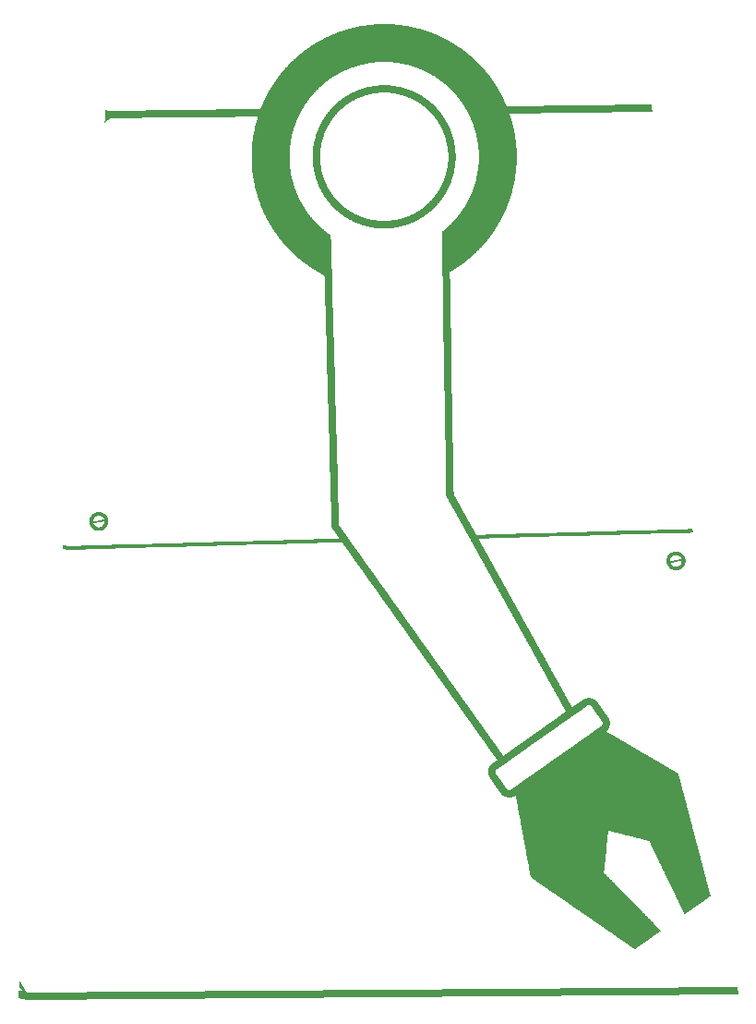
<source format=gto>
G04 MADE WITH FRITZING*
G04 WWW.FRITZING.ORG*
G04 DOUBLE SIDED*
G04 HOLES PLATED*
G04 CONTOUR ON CENTER OF CONTOUR VECTOR*
%ASAXBY*%
%FSLAX23Y23*%
%MOIN*%
%OFA0B0*%
%SFA1.0B1.0*%
%ADD10R,0.001000X0.001000*%
%LNSILK1*%
G90*
G70*
G36*
X2613Y172D02*
X2610Y199D01*
X46Y180D01*
X44Y180D01*
X19Y222D01*
X17Y200D01*
X27Y184D01*
X16Y186D01*
X13Y159D01*
X43Y153D01*
X2613Y172D01*
G37*
D02*
G54D10*
X1313Y3671D02*
X1358Y3671D01*
X1298Y3670D02*
X1373Y3670D01*
X1287Y3669D02*
X1384Y3669D01*
X1278Y3668D02*
X1392Y3668D01*
X1271Y3667D02*
X1400Y3667D01*
X1264Y3666D02*
X1407Y3666D01*
X1258Y3665D02*
X1413Y3665D01*
X1252Y3664D02*
X1419Y3664D01*
X1246Y3663D02*
X1424Y3663D01*
X1241Y3662D02*
X1429Y3662D01*
X1236Y3661D02*
X1434Y3661D01*
X1232Y3660D02*
X1439Y3660D01*
X1228Y3659D02*
X1443Y3659D01*
X1223Y3658D02*
X1447Y3658D01*
X1219Y3657D02*
X1451Y3657D01*
X1215Y3656D02*
X1456Y3656D01*
X1212Y3655D02*
X1459Y3655D01*
X1208Y3654D02*
X1463Y3654D01*
X1205Y3653D02*
X1466Y3653D01*
X1201Y3652D02*
X1470Y3652D01*
X1198Y3651D02*
X1473Y3651D01*
X1194Y3650D02*
X1476Y3650D01*
X1191Y3649D02*
X1480Y3649D01*
X1188Y3648D02*
X1483Y3648D01*
X1185Y3647D02*
X1486Y3647D01*
X1182Y3646D02*
X1489Y3646D01*
X1179Y3645D02*
X1492Y3645D01*
X1176Y3644D02*
X1495Y3644D01*
X1173Y3643D02*
X1498Y3643D01*
X1171Y3642D02*
X1500Y3642D01*
X1168Y3641D02*
X1503Y3641D01*
X1165Y3640D02*
X1506Y3640D01*
X1163Y3639D02*
X1508Y3639D01*
X1160Y3638D02*
X1511Y3638D01*
X1158Y3637D02*
X1513Y3637D01*
X1155Y3636D02*
X1516Y3636D01*
X1153Y3635D02*
X1518Y3635D01*
X1150Y3634D02*
X1521Y3634D01*
X1148Y3633D02*
X1523Y3633D01*
X1146Y3632D02*
X1526Y3632D01*
X1143Y3631D02*
X1528Y3631D01*
X1141Y3630D02*
X1530Y3630D01*
X1139Y3629D02*
X1532Y3629D01*
X1137Y3628D02*
X1534Y3628D01*
X1134Y3627D02*
X1537Y3627D01*
X1132Y3626D02*
X1539Y3626D01*
X1130Y3625D02*
X1541Y3625D01*
X1128Y3624D02*
X1543Y3624D01*
X1126Y3623D02*
X1545Y3623D01*
X1124Y3622D02*
X1547Y3622D01*
X1122Y3621D02*
X1549Y3621D01*
X1120Y3620D02*
X1551Y3620D01*
X1118Y3619D02*
X1553Y3619D01*
X1116Y3618D02*
X1555Y3618D01*
X1114Y3617D02*
X1557Y3617D01*
X1112Y3616D02*
X1559Y3616D01*
X1110Y3615D02*
X1561Y3615D01*
X1108Y3614D02*
X1563Y3614D01*
X1107Y3613D02*
X1565Y3613D01*
X1105Y3612D02*
X1566Y3612D01*
X1103Y3611D02*
X1568Y3611D01*
X1101Y3610D02*
X1570Y3610D01*
X1099Y3609D02*
X1572Y3609D01*
X1098Y3608D02*
X1573Y3608D01*
X1096Y3607D02*
X1575Y3607D01*
X1094Y3606D02*
X1577Y3606D01*
X1092Y3605D02*
X1579Y3605D01*
X1091Y3604D02*
X1580Y3604D01*
X1089Y3603D02*
X1582Y3603D01*
X1087Y3602D02*
X1584Y3602D01*
X1086Y3601D02*
X1585Y3601D01*
X1084Y3600D02*
X1587Y3600D01*
X1083Y3599D02*
X1589Y3599D01*
X1081Y3598D02*
X1590Y3598D01*
X1079Y3597D02*
X1592Y3597D01*
X1078Y3596D02*
X1593Y3596D01*
X1076Y3595D02*
X1595Y3595D01*
X1075Y3594D02*
X1596Y3594D01*
X1073Y3593D02*
X1598Y3593D01*
X1072Y3592D02*
X1599Y3592D01*
X1070Y3591D02*
X1601Y3591D01*
X1069Y3590D02*
X1602Y3590D01*
X1067Y3589D02*
X1604Y3589D01*
X1066Y3588D02*
X1605Y3588D01*
X1064Y3587D02*
X1607Y3587D01*
X1063Y3586D02*
X1608Y3586D01*
X1061Y3585D02*
X1610Y3585D01*
X1060Y3584D02*
X1611Y3584D01*
X1059Y3583D02*
X1613Y3583D01*
X1057Y3582D02*
X1614Y3582D01*
X1056Y3581D02*
X1615Y3581D01*
X1054Y3580D02*
X1617Y3580D01*
X1053Y3579D02*
X1618Y3579D01*
X1052Y3578D02*
X1619Y3578D01*
X1050Y3577D02*
X1621Y3577D01*
X1049Y3576D02*
X1622Y3576D01*
X1048Y3575D02*
X1624Y3575D01*
X1046Y3574D02*
X1625Y3574D01*
X1045Y3573D02*
X1626Y3573D01*
X1044Y3572D02*
X1628Y3572D01*
X1042Y3571D02*
X1629Y3571D01*
X1041Y3570D02*
X1630Y3570D01*
X1040Y3569D02*
X1631Y3569D01*
X1039Y3568D02*
X1633Y3568D01*
X1037Y3567D02*
X1634Y3567D01*
X1036Y3566D02*
X1635Y3566D01*
X1035Y3565D02*
X1636Y3565D01*
X1034Y3564D02*
X1638Y3564D01*
X1032Y3563D02*
X1639Y3563D01*
X1031Y3562D02*
X1640Y3562D01*
X1030Y3561D02*
X1641Y3561D01*
X1029Y3560D02*
X1642Y3560D01*
X1028Y3559D02*
X1644Y3559D01*
X1027Y3558D02*
X1645Y3558D01*
X1025Y3557D02*
X1646Y3557D01*
X1024Y3556D02*
X1647Y3556D01*
X1023Y3555D02*
X1648Y3555D01*
X1022Y3554D02*
X1649Y3554D01*
X1021Y3553D02*
X1651Y3553D01*
X1020Y3552D02*
X1652Y3552D01*
X1018Y3551D02*
X1653Y3551D01*
X1017Y3550D02*
X1654Y3550D01*
X1016Y3549D02*
X1655Y3549D01*
X1015Y3548D02*
X1656Y3548D01*
X1014Y3547D02*
X1657Y3547D01*
X1013Y3546D02*
X1658Y3546D01*
X1012Y3545D02*
X1659Y3545D01*
X1011Y3544D02*
X1661Y3544D01*
X1010Y3543D02*
X1662Y3543D01*
X1009Y3542D02*
X1663Y3542D01*
X1008Y3541D02*
X1664Y3541D01*
X1007Y3540D02*
X1665Y3540D01*
X1005Y3539D02*
X1666Y3539D01*
X1004Y3538D02*
X1667Y3538D01*
X1003Y3537D02*
X1668Y3537D01*
X1002Y3536D02*
X1669Y3536D01*
X1001Y3535D02*
X1670Y3535D01*
X1000Y3534D02*
X1312Y3534D01*
X1358Y3534D02*
X1671Y3534D01*
X999Y3533D02*
X1301Y3533D01*
X1370Y3533D02*
X1672Y3533D01*
X998Y3532D02*
X1292Y3532D01*
X1378Y3532D02*
X1673Y3532D01*
X997Y3531D02*
X1285Y3531D01*
X1386Y3531D02*
X1674Y3531D01*
X996Y3530D02*
X1279Y3530D01*
X1392Y3530D02*
X1675Y3530D01*
X995Y3529D02*
X1273Y3529D01*
X1398Y3529D02*
X1676Y3529D01*
X994Y3528D02*
X1268Y3528D01*
X1403Y3528D02*
X1677Y3528D01*
X993Y3527D02*
X1263Y3527D01*
X1407Y3527D02*
X1678Y3527D01*
X992Y3526D02*
X1259Y3526D01*
X1412Y3526D02*
X1679Y3526D01*
X991Y3525D02*
X1254Y3525D01*
X1416Y3525D02*
X1680Y3525D01*
X990Y3524D02*
X1250Y3524D01*
X1420Y3524D02*
X1681Y3524D01*
X990Y3523D02*
X1246Y3523D01*
X1424Y3523D02*
X1682Y3523D01*
X989Y3522D02*
X1243Y3522D01*
X1428Y3522D02*
X1683Y3522D01*
X988Y3521D02*
X1240Y3521D01*
X1431Y3521D02*
X1684Y3521D01*
X987Y3520D02*
X1236Y3520D01*
X1435Y3520D02*
X1685Y3520D01*
X986Y3519D02*
X1233Y3519D01*
X1438Y3519D02*
X1685Y3519D01*
X985Y3518D02*
X1230Y3518D01*
X1441Y3518D02*
X1686Y3518D01*
X984Y3517D02*
X1227Y3517D01*
X1444Y3517D02*
X1687Y3517D01*
X983Y3516D02*
X1224Y3516D01*
X1447Y3516D02*
X1688Y3516D01*
X982Y3515D02*
X1221Y3515D01*
X1450Y3515D02*
X1689Y3515D01*
X981Y3514D02*
X1218Y3514D01*
X1453Y3514D02*
X1690Y3514D01*
X980Y3513D02*
X1215Y3513D01*
X1456Y3513D02*
X1691Y3513D01*
X979Y3512D02*
X1212Y3512D01*
X1458Y3512D02*
X1692Y3512D01*
X978Y3511D02*
X1210Y3511D01*
X1461Y3511D02*
X1693Y3511D01*
X978Y3510D02*
X1208Y3510D01*
X1463Y3510D02*
X1694Y3510D01*
X977Y3509D02*
X1205Y3509D01*
X1466Y3509D02*
X1694Y3509D01*
X976Y3508D02*
X1203Y3508D01*
X1468Y3508D02*
X1695Y3508D01*
X975Y3507D02*
X1200Y3507D01*
X1471Y3507D02*
X1696Y3507D01*
X974Y3506D02*
X1198Y3506D01*
X1473Y3506D02*
X1697Y3506D01*
X973Y3505D02*
X1196Y3505D01*
X1475Y3505D02*
X1698Y3505D01*
X972Y3504D02*
X1193Y3504D01*
X1477Y3504D02*
X1699Y3504D01*
X972Y3503D02*
X1191Y3503D01*
X1480Y3503D02*
X1700Y3503D01*
X971Y3502D02*
X1189Y3502D01*
X1482Y3502D02*
X1701Y3502D01*
X970Y3501D02*
X1187Y3501D01*
X1484Y3501D02*
X1701Y3501D01*
X969Y3500D02*
X1185Y3500D01*
X1486Y3500D02*
X1702Y3500D01*
X968Y3499D02*
X1183Y3499D01*
X1488Y3499D02*
X1703Y3499D01*
X967Y3498D02*
X1181Y3498D01*
X1490Y3498D02*
X1704Y3498D01*
X966Y3497D02*
X1179Y3497D01*
X1492Y3497D02*
X1705Y3497D01*
X966Y3496D02*
X1177Y3496D01*
X1494Y3496D02*
X1705Y3496D01*
X965Y3495D02*
X1175Y3495D01*
X1496Y3495D02*
X1706Y3495D01*
X964Y3494D02*
X1173Y3494D01*
X1498Y3494D02*
X1707Y3494D01*
X963Y3493D02*
X1171Y3493D01*
X1500Y3493D02*
X1708Y3493D01*
X962Y3492D02*
X1170Y3492D01*
X1501Y3492D02*
X1709Y3492D01*
X962Y3491D02*
X1168Y3491D01*
X1503Y3491D02*
X1710Y3491D01*
X961Y3490D02*
X1166Y3490D01*
X1505Y3490D02*
X1710Y3490D01*
X960Y3489D02*
X1164Y3489D01*
X1507Y3489D02*
X1711Y3489D01*
X959Y3488D02*
X1162Y3488D01*
X1508Y3488D02*
X1712Y3488D01*
X959Y3487D02*
X1161Y3487D01*
X1510Y3487D02*
X1713Y3487D01*
X958Y3486D02*
X1159Y3486D01*
X1512Y3486D02*
X1713Y3486D01*
X957Y3485D02*
X1157Y3485D01*
X1514Y3485D02*
X1714Y3485D01*
X956Y3484D02*
X1156Y3484D01*
X1515Y3484D02*
X1715Y3484D01*
X955Y3483D02*
X1154Y3483D01*
X1517Y3483D02*
X1716Y3483D01*
X955Y3482D02*
X1152Y3482D01*
X1518Y3482D02*
X1716Y3482D01*
X954Y3481D02*
X1151Y3481D01*
X1520Y3481D02*
X1717Y3481D01*
X953Y3480D02*
X1149Y3480D01*
X1522Y3480D02*
X1718Y3480D01*
X952Y3479D02*
X1148Y3479D01*
X1523Y3479D02*
X1719Y3479D01*
X952Y3478D02*
X1146Y3478D01*
X1525Y3478D02*
X1719Y3478D01*
X951Y3477D02*
X1145Y3477D01*
X1526Y3477D02*
X1720Y3477D01*
X950Y3476D02*
X1143Y3476D01*
X1528Y3476D02*
X1721Y3476D01*
X949Y3475D02*
X1142Y3475D01*
X1529Y3475D02*
X1722Y3475D01*
X949Y3474D02*
X1140Y3474D01*
X1531Y3474D02*
X1722Y3474D01*
X948Y3473D02*
X1139Y3473D01*
X1532Y3473D02*
X1723Y3473D01*
X947Y3472D02*
X1137Y3472D01*
X1533Y3472D02*
X1724Y3472D01*
X947Y3471D02*
X1136Y3471D01*
X1535Y3471D02*
X1724Y3471D01*
X946Y3470D02*
X1135Y3470D01*
X1536Y3470D02*
X1725Y3470D01*
X945Y3469D02*
X1133Y3469D01*
X1538Y3469D02*
X1726Y3469D01*
X944Y3468D02*
X1132Y3468D01*
X1539Y3468D02*
X1727Y3468D01*
X944Y3467D02*
X1131Y3467D01*
X1540Y3467D02*
X1727Y3467D01*
X943Y3466D02*
X1129Y3466D01*
X1542Y3466D02*
X1728Y3466D01*
X942Y3465D02*
X1128Y3465D01*
X1543Y3465D02*
X1729Y3465D01*
X942Y3464D02*
X1127Y3464D01*
X1544Y3464D02*
X1729Y3464D01*
X941Y3463D02*
X1125Y3463D01*
X1546Y3463D02*
X1730Y3463D01*
X940Y3462D02*
X1124Y3462D01*
X1547Y3462D02*
X1731Y3462D01*
X940Y3461D02*
X1123Y3461D01*
X1548Y3461D02*
X1731Y3461D01*
X939Y3460D02*
X1122Y3460D01*
X1549Y3460D02*
X1732Y3460D01*
X938Y3459D02*
X1120Y3459D01*
X1551Y3459D02*
X1733Y3459D01*
X938Y3458D02*
X1119Y3458D01*
X1552Y3458D02*
X1733Y3458D01*
X937Y3457D02*
X1118Y3457D01*
X1553Y3457D02*
X1734Y3457D01*
X936Y3456D02*
X1117Y3456D01*
X1554Y3456D02*
X1735Y3456D01*
X936Y3455D02*
X1116Y3455D01*
X1556Y3455D02*
X1735Y3455D01*
X935Y3454D02*
X1114Y3454D01*
X1557Y3454D02*
X1736Y3454D01*
X934Y3453D02*
X1113Y3453D01*
X1558Y3453D02*
X1737Y3453D01*
X934Y3452D02*
X1112Y3452D01*
X1559Y3452D02*
X1737Y3452D01*
X933Y3451D02*
X1111Y3451D01*
X1560Y3451D02*
X1738Y3451D01*
X932Y3450D02*
X1110Y3450D01*
X1314Y3450D02*
X1357Y3450D01*
X1561Y3450D02*
X1739Y3450D01*
X932Y3449D02*
X1109Y3449D01*
X1304Y3449D02*
X1366Y3449D01*
X1562Y3449D02*
X1739Y3449D01*
X931Y3448D02*
X1107Y3448D01*
X1297Y3448D02*
X1373Y3448D01*
X1564Y3448D02*
X1740Y3448D01*
X931Y3447D02*
X1106Y3447D01*
X1292Y3447D02*
X1379Y3447D01*
X1565Y3447D02*
X1740Y3447D01*
X930Y3446D02*
X1105Y3446D01*
X1286Y3446D02*
X1385Y3446D01*
X1566Y3446D02*
X1741Y3446D01*
X929Y3445D02*
X1104Y3445D01*
X1281Y3445D02*
X1389Y3445D01*
X1567Y3445D02*
X1742Y3445D01*
X929Y3444D02*
X1103Y3444D01*
X1277Y3444D02*
X1394Y3444D01*
X1568Y3444D02*
X1742Y3444D01*
X928Y3443D02*
X1102Y3443D01*
X1273Y3443D02*
X1398Y3443D01*
X1569Y3443D02*
X1743Y3443D01*
X927Y3442D02*
X1101Y3442D01*
X1269Y3442D02*
X1402Y3442D01*
X1570Y3442D02*
X1744Y3442D01*
X927Y3441D02*
X1100Y3441D01*
X1265Y3441D02*
X1405Y3441D01*
X1571Y3441D02*
X1744Y3441D01*
X926Y3440D02*
X1099Y3440D01*
X1262Y3440D02*
X1409Y3440D01*
X1572Y3440D02*
X1745Y3440D01*
X926Y3439D02*
X1098Y3439D01*
X1259Y3439D02*
X1412Y3439D01*
X1573Y3439D02*
X1745Y3439D01*
X925Y3438D02*
X1097Y3438D01*
X1255Y3438D02*
X1415Y3438D01*
X1574Y3438D02*
X1746Y3438D01*
X924Y3437D02*
X1096Y3437D01*
X1252Y3437D02*
X1418Y3437D01*
X1575Y3437D02*
X1746Y3437D01*
X924Y3436D02*
X1095Y3436D01*
X1250Y3436D02*
X1421Y3436D01*
X1576Y3436D02*
X1747Y3436D01*
X923Y3435D02*
X1094Y3435D01*
X1247Y3435D02*
X1424Y3435D01*
X1577Y3435D02*
X1748Y3435D01*
X923Y3434D02*
X1093Y3434D01*
X1244Y3434D02*
X1427Y3434D01*
X1578Y3434D02*
X1748Y3434D01*
X922Y3433D02*
X1092Y3433D01*
X1241Y3433D02*
X1429Y3433D01*
X1579Y3433D02*
X1749Y3433D01*
X922Y3432D02*
X1091Y3432D01*
X1239Y3432D02*
X1432Y3432D01*
X1580Y3432D02*
X1749Y3432D01*
X921Y3431D02*
X1090Y3431D01*
X1237Y3431D02*
X1434Y3431D01*
X1581Y3431D02*
X1750Y3431D01*
X920Y3430D02*
X1089Y3430D01*
X1234Y3430D02*
X1437Y3430D01*
X1582Y3430D02*
X1751Y3430D01*
X920Y3429D02*
X1088Y3429D01*
X1232Y3429D02*
X1439Y3429D01*
X1583Y3429D02*
X1751Y3429D01*
X919Y3428D02*
X1087Y3428D01*
X1230Y3428D02*
X1441Y3428D01*
X1584Y3428D02*
X1752Y3428D01*
X919Y3427D02*
X1086Y3427D01*
X1227Y3427D02*
X1443Y3427D01*
X1585Y3427D02*
X1752Y3427D01*
X918Y3426D02*
X1085Y3426D01*
X1225Y3426D02*
X1446Y3426D01*
X1586Y3426D02*
X1753Y3426D01*
X918Y3425D02*
X1084Y3425D01*
X1223Y3425D02*
X1448Y3425D01*
X1587Y3425D02*
X1753Y3425D01*
X917Y3424D02*
X1083Y3424D01*
X1221Y3424D02*
X1335Y3424D01*
X1341Y3424D02*
X1450Y3424D01*
X1588Y3424D02*
X1754Y3424D01*
X916Y3423D02*
X1082Y3423D01*
X1219Y3423D02*
X1313Y3423D01*
X1357Y3423D02*
X1452Y3423D01*
X1589Y3423D02*
X1754Y3423D01*
X916Y3422D02*
X1081Y3422D01*
X1217Y3422D02*
X1305Y3422D01*
X1367Y3422D02*
X1454Y3422D01*
X1590Y3422D02*
X1755Y3422D01*
X915Y3421D02*
X1080Y3421D01*
X1215Y3421D02*
X1298Y3421D01*
X1373Y3421D02*
X1456Y3421D01*
X1591Y3421D02*
X1755Y3421D01*
X915Y3420D02*
X1080Y3420D01*
X1213Y3420D02*
X1292Y3420D01*
X1379Y3420D02*
X1457Y3420D01*
X1592Y3420D02*
X1756Y3420D01*
X914Y3419D02*
X1079Y3419D01*
X1212Y3419D02*
X1287Y3419D01*
X1384Y3419D02*
X1459Y3419D01*
X1592Y3419D02*
X1757Y3419D01*
X914Y3418D02*
X1078Y3418D01*
X1210Y3418D02*
X1283Y3418D01*
X1388Y3418D02*
X1461Y3418D01*
X1593Y3418D02*
X1757Y3418D01*
X913Y3417D02*
X1077Y3417D01*
X1208Y3417D02*
X1279Y3417D01*
X1392Y3417D02*
X1463Y3417D01*
X1594Y3417D02*
X1758Y3417D01*
X913Y3416D02*
X1076Y3416D01*
X1206Y3416D02*
X1274Y3416D01*
X1396Y3416D02*
X1465Y3416D01*
X1595Y3416D02*
X1758Y3416D01*
X912Y3415D02*
X1075Y3415D01*
X1205Y3415D02*
X1271Y3415D01*
X1400Y3415D02*
X1466Y3415D01*
X1596Y3415D02*
X1759Y3415D01*
X912Y3414D02*
X1074Y3414D01*
X1203Y3414D02*
X1268Y3414D01*
X1403Y3414D02*
X1468Y3414D01*
X1597Y3414D02*
X1759Y3414D01*
X911Y3413D02*
X1073Y3413D01*
X1201Y3413D02*
X1264Y3413D01*
X1406Y3413D02*
X1470Y3413D01*
X1598Y3413D02*
X1760Y3413D01*
X911Y3412D02*
X1073Y3412D01*
X1200Y3412D02*
X1261Y3412D01*
X1409Y3412D02*
X1471Y3412D01*
X1598Y3412D02*
X1760Y3412D01*
X910Y3411D02*
X1072Y3411D01*
X1198Y3411D02*
X1258Y3411D01*
X1412Y3411D02*
X1473Y3411D01*
X1599Y3411D02*
X1761Y3411D01*
X910Y3410D02*
X1071Y3410D01*
X1196Y3410D02*
X1256Y3410D01*
X1415Y3410D02*
X1474Y3410D01*
X1600Y3410D02*
X1761Y3410D01*
X909Y3409D02*
X1070Y3409D01*
X1195Y3409D02*
X1253Y3409D01*
X1418Y3409D02*
X1476Y3409D01*
X1601Y3409D02*
X1762Y3409D01*
X909Y3408D02*
X1069Y3408D01*
X1193Y3408D02*
X1250Y3408D01*
X1420Y3408D02*
X1478Y3408D01*
X1602Y3408D02*
X1762Y3408D01*
X908Y3407D02*
X1069Y3407D01*
X1192Y3407D02*
X1248Y3407D01*
X1423Y3407D02*
X1479Y3407D01*
X1602Y3407D02*
X1763Y3407D01*
X908Y3406D02*
X1068Y3406D01*
X1190Y3406D02*
X1245Y3406D01*
X1425Y3406D02*
X1481Y3406D01*
X1603Y3406D02*
X1763Y3406D01*
X907Y3405D02*
X1067Y3405D01*
X1189Y3405D02*
X1243Y3405D01*
X1428Y3405D02*
X1482Y3405D01*
X1604Y3405D02*
X1764Y3405D01*
X907Y3404D02*
X1066Y3404D01*
X1187Y3404D02*
X1241Y3404D01*
X1430Y3404D02*
X1483Y3404D01*
X1605Y3404D02*
X1764Y3404D01*
X906Y3403D02*
X1065Y3403D01*
X1186Y3403D02*
X1238Y3403D01*
X1432Y3403D02*
X1485Y3403D01*
X1606Y3403D02*
X1765Y3403D01*
X906Y3402D02*
X1065Y3402D01*
X1185Y3402D02*
X1236Y3402D01*
X1434Y3402D02*
X1486Y3402D01*
X1606Y3402D02*
X1765Y3402D01*
X905Y3401D02*
X1064Y3401D01*
X1183Y3401D02*
X1234Y3401D01*
X1437Y3401D02*
X1488Y3401D01*
X1607Y3401D02*
X1766Y3401D01*
X905Y3400D02*
X1063Y3400D01*
X1182Y3400D02*
X1232Y3400D01*
X1439Y3400D02*
X1489Y3400D01*
X1608Y3400D02*
X1766Y3400D01*
X904Y3399D02*
X1062Y3399D01*
X1181Y3399D02*
X1230Y3399D01*
X1441Y3399D02*
X1490Y3399D01*
X1609Y3399D02*
X1767Y3399D01*
X904Y3398D02*
X1062Y3398D01*
X1179Y3398D02*
X1228Y3398D01*
X1443Y3398D02*
X1492Y3398D01*
X1609Y3398D02*
X1767Y3398D01*
X903Y3397D02*
X1061Y3397D01*
X1178Y3397D02*
X1226Y3397D01*
X1444Y3397D02*
X1493Y3397D01*
X1610Y3397D02*
X1768Y3397D01*
X903Y3396D02*
X1060Y3396D01*
X1177Y3396D02*
X1224Y3396D01*
X1446Y3396D02*
X1494Y3396D01*
X1611Y3396D02*
X1768Y3396D01*
X902Y3395D02*
X1059Y3395D01*
X1175Y3395D02*
X1223Y3395D01*
X1448Y3395D02*
X1495Y3395D01*
X1612Y3395D02*
X1768Y3395D01*
X902Y3394D02*
X1059Y3394D01*
X1174Y3394D02*
X1221Y3394D01*
X1450Y3394D02*
X1497Y3394D01*
X1612Y3394D02*
X1769Y3394D01*
X901Y3393D02*
X1058Y3393D01*
X1173Y3393D02*
X1219Y3393D01*
X1452Y3393D02*
X1498Y3393D01*
X1613Y3393D02*
X1769Y3393D01*
X901Y3392D02*
X1057Y3392D01*
X1172Y3392D02*
X1217Y3392D01*
X1453Y3392D02*
X1499Y3392D01*
X1614Y3392D02*
X1770Y3392D01*
X900Y3391D02*
X1056Y3391D01*
X1171Y3391D02*
X1216Y3391D01*
X1455Y3391D02*
X1500Y3391D01*
X1615Y3391D02*
X1770Y3391D01*
X900Y3390D02*
X1056Y3390D01*
X1169Y3390D02*
X1214Y3390D01*
X1457Y3390D02*
X1502Y3390D01*
X1615Y3390D02*
X1771Y3390D01*
X899Y3389D02*
X1055Y3389D01*
X1168Y3389D02*
X1212Y3389D01*
X1458Y3389D02*
X1503Y3389D01*
X1616Y3389D02*
X1771Y3389D01*
X899Y3388D02*
X1054Y3388D01*
X1167Y3388D02*
X1211Y3388D01*
X1460Y3388D02*
X1504Y3388D01*
X1617Y3388D02*
X1772Y3388D01*
X899Y3387D02*
X1054Y3387D01*
X1166Y3387D02*
X1209Y3387D01*
X1462Y3387D02*
X1505Y3387D01*
X1617Y3387D02*
X1772Y3387D01*
X898Y3386D02*
X1053Y3386D01*
X1165Y3386D02*
X1208Y3386D01*
X1463Y3386D02*
X1506Y3386D01*
X1618Y3386D02*
X1773Y3386D01*
X898Y3385D02*
X1052Y3385D01*
X1164Y3385D02*
X1206Y3385D01*
X1465Y3385D02*
X1507Y3385D01*
X1619Y3385D02*
X1773Y3385D01*
X897Y3384D02*
X1052Y3384D01*
X1162Y3384D02*
X1205Y3384D01*
X1466Y3384D02*
X1508Y3384D01*
X1619Y3384D02*
X1773Y3384D01*
X897Y3383D02*
X1051Y3383D01*
X1161Y3383D02*
X1203Y3383D01*
X1468Y3383D02*
X1510Y3383D01*
X1620Y3383D02*
X1774Y3383D01*
X896Y3382D02*
X1050Y3382D01*
X1160Y3382D02*
X1202Y3382D01*
X1469Y3382D02*
X1511Y3382D01*
X1621Y3382D02*
X1774Y3382D01*
X896Y3381D02*
X1050Y3381D01*
X1159Y3381D02*
X1200Y3381D01*
X1470Y3381D02*
X1512Y3381D01*
X1621Y3381D02*
X1775Y3381D01*
X2252Y3381D02*
X2301Y3381D01*
X895Y3380D02*
X1049Y3380D01*
X1158Y3380D02*
X1199Y3380D01*
X1472Y3380D02*
X1513Y3380D01*
X1622Y3380D02*
X1775Y3380D01*
X2167Y3380D02*
X2301Y3380D01*
X895Y3379D02*
X1048Y3379D01*
X1157Y3379D02*
X1198Y3379D01*
X1473Y3379D02*
X1514Y3379D01*
X1623Y3379D02*
X1776Y3379D01*
X2082Y3379D02*
X2301Y3379D01*
X895Y3378D02*
X1048Y3378D01*
X1156Y3378D02*
X1196Y3378D01*
X1475Y3378D02*
X1515Y3378D01*
X1623Y3378D02*
X1776Y3378D01*
X1997Y3378D02*
X2301Y3378D01*
X894Y3377D02*
X1047Y3377D01*
X1155Y3377D02*
X1195Y3377D01*
X1476Y3377D02*
X1516Y3377D01*
X1624Y3377D02*
X1776Y3377D01*
X1912Y3377D02*
X2301Y3377D01*
X894Y3376D02*
X1046Y3376D01*
X1154Y3376D02*
X1194Y3376D01*
X1477Y3376D02*
X1517Y3376D01*
X1625Y3376D02*
X1777Y3376D01*
X1827Y3376D02*
X2301Y3376D01*
X893Y3375D02*
X1046Y3375D01*
X1153Y3375D02*
X1192Y3375D01*
X1478Y3375D02*
X1518Y3375D01*
X1625Y3375D02*
X2301Y3375D01*
X893Y3374D02*
X1045Y3374D01*
X1152Y3374D02*
X1191Y3374D01*
X1480Y3374D02*
X1519Y3374D01*
X1626Y3374D02*
X2301Y3374D01*
X893Y3373D02*
X1044Y3373D01*
X1151Y3373D02*
X1190Y3373D01*
X1481Y3373D02*
X1520Y3373D01*
X1626Y3373D02*
X2301Y3373D01*
X892Y3372D02*
X1044Y3372D01*
X1150Y3372D02*
X1189Y3372D01*
X1482Y3372D02*
X1521Y3372D01*
X1627Y3372D02*
X2301Y3372D01*
X892Y3371D02*
X1043Y3371D01*
X1149Y3371D02*
X1187Y3371D01*
X1483Y3371D02*
X1522Y3371D01*
X1628Y3371D02*
X2301Y3371D01*
X891Y3370D02*
X1043Y3370D01*
X1148Y3370D02*
X1186Y3370D01*
X1485Y3370D02*
X1523Y3370D01*
X1628Y3370D02*
X2302Y3370D01*
X891Y3369D02*
X1042Y3369D01*
X1147Y3369D02*
X1185Y3369D01*
X1486Y3369D02*
X1524Y3369D01*
X1629Y3369D02*
X2302Y3369D01*
X891Y3368D02*
X1041Y3368D01*
X1146Y3368D02*
X1184Y3368D01*
X1487Y3368D02*
X1525Y3368D01*
X1629Y3368D02*
X2302Y3368D01*
X890Y3367D02*
X1041Y3367D01*
X1145Y3367D02*
X1183Y3367D01*
X1488Y3367D02*
X1525Y3367D01*
X1630Y3367D02*
X2302Y3367D01*
X890Y3366D02*
X1040Y3366D01*
X1145Y3366D02*
X1182Y3366D01*
X1489Y3366D02*
X1526Y3366D01*
X1631Y3366D02*
X2302Y3366D01*
X889Y3365D02*
X1040Y3365D01*
X1144Y3365D02*
X1180Y3365D01*
X1490Y3365D02*
X1527Y3365D01*
X1631Y3365D02*
X2302Y3365D01*
X815Y3364D02*
X1039Y3364D01*
X1143Y3364D02*
X1179Y3364D01*
X1491Y3364D02*
X1528Y3364D01*
X1632Y3364D02*
X2302Y3364D01*
X730Y3363D02*
X1038Y3363D01*
X1142Y3363D02*
X1178Y3363D01*
X1493Y3363D02*
X1529Y3363D01*
X1632Y3363D02*
X2302Y3363D01*
X645Y3362D02*
X1038Y3362D01*
X1141Y3362D02*
X1177Y3362D01*
X1494Y3362D02*
X1530Y3362D01*
X1633Y3362D02*
X2302Y3362D01*
X559Y3361D02*
X1037Y3361D01*
X1140Y3361D02*
X1176Y3361D01*
X1495Y3361D02*
X1531Y3361D01*
X1633Y3361D02*
X2302Y3361D01*
X330Y3360D02*
X335Y3360D01*
X474Y3360D02*
X1037Y3360D01*
X1139Y3360D02*
X1175Y3360D01*
X1496Y3360D02*
X1532Y3360D01*
X1634Y3360D02*
X2303Y3360D01*
X330Y3359D02*
X341Y3359D01*
X389Y3359D02*
X1036Y3359D01*
X1138Y3359D02*
X1174Y3359D01*
X1497Y3359D02*
X1532Y3359D01*
X1635Y3359D02*
X2303Y3359D01*
X330Y3358D02*
X1036Y3358D01*
X1138Y3358D02*
X1173Y3358D01*
X1498Y3358D02*
X1533Y3358D01*
X1635Y3358D02*
X2303Y3358D01*
X330Y3357D02*
X1035Y3357D01*
X1137Y3357D02*
X1172Y3357D01*
X1499Y3357D02*
X1534Y3357D01*
X1636Y3357D02*
X2303Y3357D01*
X330Y3356D02*
X1035Y3356D01*
X1136Y3356D02*
X1171Y3356D01*
X1500Y3356D02*
X1535Y3356D01*
X1636Y3356D02*
X2303Y3356D01*
X330Y3355D02*
X1034Y3355D01*
X1135Y3355D02*
X1170Y3355D01*
X1501Y3355D02*
X1536Y3355D01*
X1637Y3355D02*
X2303Y3355D01*
X330Y3354D02*
X1034Y3354D01*
X1134Y3354D02*
X1169Y3354D01*
X1502Y3354D02*
X1537Y3354D01*
X1637Y3354D02*
X2241Y3354D01*
X330Y3353D02*
X1033Y3353D01*
X1133Y3353D02*
X1168Y3353D01*
X1503Y3353D02*
X1537Y3353D01*
X1638Y3353D02*
X2156Y3353D01*
X330Y3352D02*
X1032Y3352D01*
X1133Y3352D02*
X1167Y3352D01*
X1504Y3352D02*
X1538Y3352D01*
X1638Y3352D02*
X2071Y3352D01*
X330Y3351D02*
X1032Y3351D01*
X1132Y3351D02*
X1166Y3351D01*
X1505Y3351D02*
X1539Y3351D01*
X1639Y3351D02*
X1987Y3351D01*
X329Y3350D02*
X1031Y3350D01*
X1131Y3350D02*
X1165Y3350D01*
X1506Y3350D02*
X1540Y3350D01*
X1639Y3350D02*
X1902Y3350D01*
X329Y3349D02*
X1031Y3349D01*
X1130Y3349D02*
X1164Y3349D01*
X1506Y3349D02*
X1540Y3349D01*
X1640Y3349D02*
X1817Y3349D01*
X329Y3348D02*
X1030Y3348D01*
X1130Y3348D02*
X1163Y3348D01*
X1507Y3348D02*
X1541Y3348D01*
X1640Y3348D02*
X1787Y3348D01*
X329Y3347D02*
X1030Y3347D01*
X1129Y3347D02*
X1163Y3347D01*
X1508Y3347D02*
X1542Y3347D01*
X1641Y3347D02*
X1788Y3347D01*
X329Y3346D02*
X1029Y3346D01*
X1128Y3346D02*
X1162Y3346D01*
X1509Y3346D02*
X1543Y3346D01*
X1641Y3346D02*
X1788Y3346D01*
X329Y3345D02*
X1029Y3345D01*
X1127Y3345D02*
X1161Y3345D01*
X1510Y3345D02*
X1543Y3345D01*
X1642Y3345D02*
X1788Y3345D01*
X329Y3344D02*
X1028Y3344D01*
X1127Y3344D02*
X1160Y3344D01*
X1511Y3344D02*
X1544Y3344D01*
X1642Y3344D02*
X1789Y3344D01*
X329Y3343D02*
X1028Y3343D01*
X1126Y3343D02*
X1159Y3343D01*
X1512Y3343D02*
X1545Y3343D01*
X1643Y3343D02*
X1789Y3343D01*
X329Y3342D02*
X1027Y3342D01*
X1125Y3342D02*
X1158Y3342D01*
X1513Y3342D02*
X1546Y3342D01*
X1643Y3342D02*
X1789Y3342D01*
X329Y3341D02*
X1027Y3341D01*
X1125Y3341D02*
X1157Y3341D01*
X1513Y3341D02*
X1546Y3341D01*
X1644Y3341D02*
X1790Y3341D01*
X328Y3340D02*
X1026Y3340D01*
X1124Y3340D02*
X1157Y3340D01*
X1514Y3340D02*
X1547Y3340D01*
X1644Y3340D02*
X1790Y3340D01*
X328Y3339D02*
X1026Y3339D01*
X1123Y3339D02*
X1156Y3339D01*
X1515Y3339D02*
X1548Y3339D01*
X1645Y3339D02*
X1790Y3339D01*
X328Y3338D02*
X1025Y3338D01*
X1123Y3338D02*
X1155Y3338D01*
X1516Y3338D02*
X1548Y3338D01*
X1645Y3338D02*
X1791Y3338D01*
X328Y3337D02*
X798Y3337D01*
X880Y3337D02*
X1025Y3337D01*
X1122Y3337D02*
X1154Y3337D01*
X1517Y3337D02*
X1549Y3337D01*
X1646Y3337D02*
X1791Y3337D01*
X328Y3336D02*
X714Y3336D01*
X879Y3336D02*
X1024Y3336D01*
X1121Y3336D02*
X1153Y3336D01*
X1517Y3336D02*
X1550Y3336D01*
X1646Y3336D02*
X1791Y3336D01*
X328Y3335D02*
X629Y3335D01*
X879Y3335D02*
X1024Y3335D01*
X1120Y3335D02*
X1152Y3335D01*
X1518Y3335D02*
X1550Y3335D01*
X1647Y3335D02*
X1792Y3335D01*
X328Y3334D02*
X545Y3334D01*
X879Y3334D02*
X1024Y3334D01*
X1120Y3334D02*
X1152Y3334D01*
X1519Y3334D02*
X1551Y3334D01*
X1647Y3334D02*
X1792Y3334D01*
X328Y3333D02*
X461Y3333D01*
X878Y3333D02*
X1023Y3333D01*
X1119Y3333D02*
X1151Y3333D01*
X1520Y3333D02*
X1552Y3333D01*
X1647Y3333D02*
X1792Y3333D01*
X328Y3332D02*
X376Y3332D01*
X878Y3332D02*
X1023Y3332D01*
X1118Y3332D02*
X1150Y3332D01*
X1521Y3332D02*
X1552Y3332D01*
X1648Y3332D02*
X1793Y3332D01*
X328Y3331D02*
X344Y3331D01*
X878Y3331D02*
X1022Y3331D01*
X1118Y3331D02*
X1149Y3331D01*
X1521Y3331D02*
X1553Y3331D01*
X1648Y3331D02*
X1793Y3331D01*
X327Y3330D02*
X343Y3330D01*
X877Y3330D02*
X1022Y3330D01*
X1117Y3330D02*
X1149Y3330D01*
X1522Y3330D02*
X1553Y3330D01*
X1649Y3330D02*
X1793Y3330D01*
X327Y3329D02*
X342Y3329D01*
X877Y3329D02*
X1021Y3329D01*
X1117Y3329D02*
X1148Y3329D01*
X1523Y3329D02*
X1554Y3329D01*
X1649Y3329D02*
X1793Y3329D01*
X327Y3328D02*
X341Y3328D01*
X877Y3328D02*
X1021Y3328D01*
X1116Y3328D02*
X1147Y3328D01*
X1523Y3328D02*
X1555Y3328D01*
X1650Y3328D02*
X1794Y3328D01*
X327Y3327D02*
X340Y3327D01*
X877Y3327D02*
X1021Y3327D01*
X1115Y3327D02*
X1146Y3327D01*
X1524Y3327D02*
X1555Y3327D01*
X1650Y3327D02*
X1794Y3327D01*
X327Y3326D02*
X339Y3326D01*
X876Y3326D02*
X1020Y3326D01*
X1115Y3326D02*
X1146Y3326D01*
X1525Y3326D02*
X1556Y3326D01*
X1651Y3326D02*
X1794Y3326D01*
X327Y3325D02*
X338Y3325D01*
X876Y3325D02*
X1020Y3325D01*
X1114Y3325D02*
X1145Y3325D01*
X1526Y3325D02*
X1557Y3325D01*
X1651Y3325D02*
X1795Y3325D01*
X327Y3324D02*
X337Y3324D01*
X876Y3324D02*
X1019Y3324D01*
X1114Y3324D02*
X1144Y3324D01*
X1526Y3324D02*
X1557Y3324D01*
X1651Y3324D02*
X1795Y3324D01*
X327Y3323D02*
X335Y3323D01*
X875Y3323D02*
X1019Y3323D01*
X1113Y3323D02*
X1144Y3323D01*
X1527Y3323D02*
X1558Y3323D01*
X1652Y3323D02*
X1795Y3323D01*
X327Y3322D02*
X334Y3322D01*
X875Y3322D02*
X1018Y3322D01*
X1112Y3322D02*
X1143Y3322D01*
X1528Y3322D02*
X1558Y3322D01*
X1652Y3322D02*
X1796Y3322D01*
X327Y3321D02*
X333Y3321D01*
X875Y3321D02*
X1018Y3321D01*
X1112Y3321D02*
X1142Y3321D01*
X1528Y3321D02*
X1559Y3321D01*
X1653Y3321D02*
X1796Y3321D01*
X326Y3320D02*
X332Y3320D01*
X875Y3320D02*
X1018Y3320D01*
X1111Y3320D02*
X1142Y3320D01*
X1529Y3320D02*
X1559Y3320D01*
X1653Y3320D02*
X1796Y3320D01*
X326Y3319D02*
X331Y3319D01*
X874Y3319D02*
X1017Y3319D01*
X1111Y3319D02*
X1141Y3319D01*
X1530Y3319D02*
X1560Y3319D01*
X1653Y3319D02*
X1796Y3319D01*
X326Y3318D02*
X330Y3318D01*
X874Y3318D02*
X1017Y3318D01*
X1110Y3318D02*
X1140Y3318D01*
X1530Y3318D02*
X1561Y3318D01*
X1654Y3318D02*
X1797Y3318D01*
X326Y3317D02*
X329Y3317D01*
X874Y3317D02*
X1016Y3317D01*
X1110Y3317D02*
X1140Y3317D01*
X1531Y3317D02*
X1561Y3317D01*
X1654Y3317D02*
X1797Y3317D01*
X326Y3316D02*
X328Y3316D01*
X873Y3316D02*
X1016Y3316D01*
X1109Y3316D02*
X1139Y3316D01*
X1532Y3316D02*
X1562Y3316D01*
X1655Y3316D02*
X1797Y3316D01*
X326Y3315D02*
X327Y3315D01*
X873Y3315D02*
X1016Y3315D01*
X1109Y3315D02*
X1139Y3315D01*
X1532Y3315D02*
X1562Y3315D01*
X1655Y3315D02*
X1797Y3315D01*
X873Y3314D02*
X1015Y3314D01*
X1108Y3314D02*
X1138Y3314D01*
X1533Y3314D02*
X1563Y3314D01*
X1655Y3314D02*
X1798Y3314D01*
X873Y3313D02*
X1015Y3313D01*
X1107Y3313D02*
X1137Y3313D01*
X1533Y3313D02*
X1563Y3313D01*
X1656Y3313D02*
X1798Y3313D01*
X872Y3312D02*
X1014Y3312D01*
X1107Y3312D02*
X1137Y3312D01*
X1534Y3312D02*
X1564Y3312D01*
X1656Y3312D02*
X1798Y3312D01*
X872Y3311D02*
X1014Y3311D01*
X1106Y3311D02*
X1136Y3311D01*
X1535Y3311D02*
X1564Y3311D01*
X1656Y3311D02*
X1798Y3311D01*
X872Y3310D02*
X1014Y3310D01*
X1106Y3310D02*
X1136Y3310D01*
X1535Y3310D02*
X1565Y3310D01*
X1657Y3310D02*
X1799Y3310D01*
X872Y3309D02*
X1013Y3309D01*
X1105Y3309D02*
X1135Y3309D01*
X1536Y3309D02*
X1565Y3309D01*
X1657Y3309D02*
X1799Y3309D01*
X871Y3308D02*
X1013Y3308D01*
X1105Y3308D02*
X1134Y3308D01*
X1536Y3308D02*
X1566Y3308D01*
X1658Y3308D02*
X1799Y3308D01*
X871Y3307D02*
X1013Y3307D01*
X1104Y3307D02*
X1134Y3307D01*
X1537Y3307D02*
X1566Y3307D01*
X1658Y3307D02*
X1800Y3307D01*
X871Y3306D02*
X1012Y3306D01*
X1104Y3306D02*
X1133Y3306D01*
X1537Y3306D02*
X1567Y3306D01*
X1658Y3306D02*
X1800Y3306D01*
X871Y3305D02*
X1012Y3305D01*
X1103Y3305D02*
X1133Y3305D01*
X1538Y3305D02*
X1567Y3305D01*
X1659Y3305D02*
X1800Y3305D01*
X870Y3304D02*
X1012Y3304D01*
X1103Y3304D02*
X1132Y3304D01*
X1539Y3304D02*
X1568Y3304D01*
X1659Y3304D02*
X1800Y3304D01*
X870Y3303D02*
X1011Y3303D01*
X1102Y3303D02*
X1132Y3303D01*
X1539Y3303D02*
X1568Y3303D01*
X1659Y3303D02*
X1800Y3303D01*
X870Y3302D02*
X1011Y3302D01*
X1102Y3302D02*
X1131Y3302D01*
X1540Y3302D02*
X1569Y3302D01*
X1660Y3302D02*
X1801Y3302D01*
X870Y3301D02*
X1011Y3301D01*
X1101Y3301D02*
X1130Y3301D01*
X1540Y3301D02*
X1569Y3301D01*
X1660Y3301D02*
X1801Y3301D01*
X869Y3300D02*
X1010Y3300D01*
X1101Y3300D02*
X1130Y3300D01*
X1541Y3300D02*
X1570Y3300D01*
X1660Y3300D02*
X1801Y3300D01*
X869Y3299D02*
X1010Y3299D01*
X1101Y3299D02*
X1129Y3299D01*
X1541Y3299D02*
X1570Y3299D01*
X1661Y3299D02*
X1801Y3299D01*
X869Y3298D02*
X1010Y3298D01*
X1100Y3298D02*
X1129Y3298D01*
X1542Y3298D02*
X1570Y3298D01*
X1661Y3298D02*
X1802Y3298D01*
X869Y3297D02*
X1009Y3297D01*
X1100Y3297D02*
X1128Y3297D01*
X1542Y3297D02*
X1571Y3297D01*
X1661Y3297D02*
X1802Y3297D01*
X869Y3296D02*
X1009Y3296D01*
X1099Y3296D02*
X1128Y3296D01*
X1543Y3296D02*
X1571Y3296D01*
X1662Y3296D02*
X1802Y3296D01*
X868Y3295D02*
X1009Y3295D01*
X1099Y3295D02*
X1127Y3295D01*
X1543Y3295D02*
X1572Y3295D01*
X1662Y3295D02*
X1802Y3295D01*
X868Y3294D02*
X1008Y3294D01*
X1098Y3294D02*
X1127Y3294D01*
X1544Y3294D02*
X1572Y3294D01*
X1662Y3294D02*
X1803Y3294D01*
X868Y3293D02*
X1008Y3293D01*
X1098Y3293D02*
X1126Y3293D01*
X1544Y3293D02*
X1573Y3293D01*
X1663Y3293D02*
X1803Y3293D01*
X868Y3292D02*
X1008Y3292D01*
X1098Y3292D02*
X1126Y3292D01*
X1545Y3292D02*
X1573Y3292D01*
X1663Y3292D02*
X1803Y3292D01*
X867Y3291D02*
X1007Y3291D01*
X1097Y3291D02*
X1125Y3291D01*
X1545Y3291D02*
X1573Y3291D01*
X1663Y3291D02*
X1803Y3291D01*
X867Y3290D02*
X1007Y3290D01*
X1097Y3290D02*
X1125Y3290D01*
X1546Y3290D02*
X1574Y3290D01*
X1663Y3290D02*
X1803Y3290D01*
X867Y3289D02*
X1007Y3289D01*
X1096Y3289D02*
X1125Y3289D01*
X1546Y3289D02*
X1574Y3289D01*
X1664Y3289D02*
X1804Y3289D01*
X867Y3288D02*
X1006Y3288D01*
X1096Y3288D02*
X1124Y3288D01*
X1546Y3288D02*
X1575Y3288D01*
X1664Y3288D02*
X1804Y3288D01*
X867Y3287D02*
X1006Y3287D01*
X1095Y3287D02*
X1124Y3287D01*
X1547Y3287D02*
X1575Y3287D01*
X1664Y3287D02*
X1804Y3287D01*
X866Y3286D02*
X1006Y3286D01*
X1095Y3286D02*
X1123Y3286D01*
X1547Y3286D02*
X1575Y3286D01*
X1665Y3286D02*
X1804Y3286D01*
X866Y3285D02*
X1006Y3285D01*
X1095Y3285D02*
X1123Y3285D01*
X1548Y3285D02*
X1576Y3285D01*
X1665Y3285D02*
X1804Y3285D01*
X866Y3284D02*
X1005Y3284D01*
X1094Y3284D02*
X1122Y3284D01*
X1548Y3284D02*
X1576Y3284D01*
X1665Y3284D02*
X1805Y3284D01*
X866Y3283D02*
X1005Y3283D01*
X1094Y3283D02*
X1122Y3283D01*
X1549Y3283D02*
X1576Y3283D01*
X1665Y3283D02*
X1805Y3283D01*
X866Y3282D02*
X1005Y3282D01*
X1094Y3282D02*
X1121Y3282D01*
X1549Y3282D02*
X1577Y3282D01*
X1666Y3282D02*
X1805Y3282D01*
X865Y3281D02*
X1005Y3281D01*
X1093Y3281D02*
X1121Y3281D01*
X1549Y3281D02*
X1577Y3281D01*
X1666Y3281D02*
X1805Y3281D01*
X865Y3280D02*
X1004Y3280D01*
X1093Y3280D02*
X1121Y3280D01*
X1550Y3280D02*
X1578Y3280D01*
X1666Y3280D02*
X1805Y3280D01*
X865Y3279D02*
X1004Y3279D01*
X1093Y3279D02*
X1120Y3279D01*
X1550Y3279D02*
X1578Y3279D01*
X1666Y3279D02*
X1806Y3279D01*
X865Y3278D02*
X1004Y3278D01*
X1092Y3278D02*
X1120Y3278D01*
X1551Y3278D02*
X1578Y3278D01*
X1667Y3278D02*
X1806Y3278D01*
X865Y3277D02*
X1003Y3277D01*
X1092Y3277D02*
X1119Y3277D01*
X1551Y3277D02*
X1579Y3277D01*
X1667Y3277D02*
X1806Y3277D01*
X864Y3276D02*
X1003Y3276D01*
X1091Y3276D02*
X1119Y3276D01*
X1551Y3276D02*
X1579Y3276D01*
X1667Y3276D02*
X1806Y3276D01*
X864Y3275D02*
X1003Y3275D01*
X1091Y3275D02*
X1119Y3275D01*
X1552Y3275D02*
X1579Y3275D01*
X1667Y3275D02*
X1806Y3275D01*
X864Y3274D02*
X1003Y3274D01*
X1091Y3274D02*
X1118Y3274D01*
X1552Y3274D02*
X1580Y3274D01*
X1668Y3274D02*
X1806Y3274D01*
X864Y3273D02*
X1002Y3273D01*
X1090Y3273D02*
X1118Y3273D01*
X1553Y3273D02*
X1580Y3273D01*
X1668Y3273D02*
X1807Y3273D01*
X864Y3272D02*
X1002Y3272D01*
X1090Y3272D02*
X1118Y3272D01*
X1553Y3272D02*
X1580Y3272D01*
X1668Y3272D02*
X1807Y3272D01*
X864Y3271D02*
X1002Y3271D01*
X1090Y3271D02*
X1117Y3271D01*
X1553Y3271D02*
X1581Y3271D01*
X1668Y3271D02*
X1807Y3271D01*
X863Y3270D02*
X1002Y3270D01*
X1089Y3270D02*
X1117Y3270D01*
X1554Y3270D02*
X1581Y3270D01*
X1669Y3270D02*
X1807Y3270D01*
X863Y3269D02*
X1002Y3269D01*
X1089Y3269D02*
X1116Y3269D01*
X1554Y3269D02*
X1581Y3269D01*
X1669Y3269D02*
X1807Y3269D01*
X863Y3268D02*
X1001Y3268D01*
X1089Y3268D02*
X1116Y3268D01*
X1554Y3268D02*
X1582Y3268D01*
X1669Y3268D02*
X1807Y3268D01*
X863Y3267D02*
X1001Y3267D01*
X1089Y3267D02*
X1116Y3267D01*
X1555Y3267D02*
X1582Y3267D01*
X1669Y3267D02*
X1808Y3267D01*
X863Y3266D02*
X1001Y3266D01*
X1088Y3266D02*
X1115Y3266D01*
X1555Y3266D02*
X1582Y3266D01*
X1670Y3266D02*
X1808Y3266D01*
X863Y3265D02*
X1001Y3265D01*
X1088Y3265D02*
X1115Y3265D01*
X1555Y3265D02*
X1582Y3265D01*
X1670Y3265D02*
X1808Y3265D01*
X863Y3264D02*
X1000Y3264D01*
X1088Y3264D02*
X1115Y3264D01*
X1556Y3264D02*
X1583Y3264D01*
X1670Y3264D02*
X1808Y3264D01*
X862Y3263D02*
X1000Y3263D01*
X1087Y3263D02*
X1114Y3263D01*
X1556Y3263D02*
X1583Y3263D01*
X1670Y3263D02*
X1808Y3263D01*
X862Y3262D02*
X1000Y3262D01*
X1087Y3262D02*
X1114Y3262D01*
X1556Y3262D02*
X1583Y3262D01*
X1670Y3262D02*
X1808Y3262D01*
X862Y3261D02*
X1000Y3261D01*
X1087Y3261D02*
X1114Y3261D01*
X1557Y3261D02*
X1584Y3261D01*
X1671Y3261D02*
X1809Y3261D01*
X862Y3260D02*
X1000Y3260D01*
X1087Y3260D02*
X1113Y3260D01*
X1557Y3260D02*
X1584Y3260D01*
X1671Y3260D02*
X1809Y3260D01*
X862Y3259D02*
X999Y3259D01*
X1086Y3259D02*
X1113Y3259D01*
X1557Y3259D02*
X1584Y3259D01*
X1671Y3259D02*
X1809Y3259D01*
X862Y3258D02*
X999Y3258D01*
X1086Y3258D02*
X1113Y3258D01*
X1558Y3258D02*
X1584Y3258D01*
X1671Y3258D02*
X1809Y3258D01*
X861Y3257D02*
X999Y3257D01*
X1086Y3257D02*
X1113Y3257D01*
X1558Y3257D02*
X1585Y3257D01*
X1671Y3257D02*
X1809Y3257D01*
X861Y3256D02*
X999Y3256D01*
X1085Y3256D02*
X1112Y3256D01*
X1558Y3256D02*
X1585Y3256D01*
X1672Y3256D02*
X1809Y3256D01*
X861Y3255D02*
X999Y3255D01*
X1085Y3255D02*
X1112Y3255D01*
X1558Y3255D02*
X1585Y3255D01*
X1672Y3255D02*
X1809Y3255D01*
X861Y3254D02*
X998Y3254D01*
X1085Y3254D02*
X1112Y3254D01*
X1559Y3254D02*
X1585Y3254D01*
X1672Y3254D02*
X1809Y3254D01*
X861Y3253D02*
X998Y3253D01*
X1085Y3253D02*
X1111Y3253D01*
X1559Y3253D02*
X1586Y3253D01*
X1672Y3253D02*
X1810Y3253D01*
X861Y3252D02*
X998Y3252D01*
X1084Y3252D02*
X1111Y3252D01*
X1559Y3252D02*
X1586Y3252D01*
X1672Y3252D02*
X1810Y3252D01*
X861Y3251D02*
X998Y3251D01*
X1084Y3251D02*
X1111Y3251D01*
X1559Y3251D02*
X1586Y3251D01*
X1672Y3251D02*
X1810Y3251D01*
X861Y3250D02*
X998Y3250D01*
X1084Y3250D02*
X1111Y3250D01*
X1560Y3250D02*
X1586Y3250D01*
X1673Y3250D02*
X1810Y3250D01*
X860Y3249D02*
X998Y3249D01*
X1084Y3249D02*
X1110Y3249D01*
X1560Y3249D02*
X1587Y3249D01*
X1673Y3249D02*
X1810Y3249D01*
X860Y3248D02*
X997Y3248D01*
X1084Y3248D02*
X1110Y3248D01*
X1560Y3248D02*
X1587Y3248D01*
X1673Y3248D02*
X1810Y3248D01*
X860Y3247D02*
X997Y3247D01*
X1083Y3247D02*
X1110Y3247D01*
X1560Y3247D02*
X1587Y3247D01*
X1673Y3247D02*
X1810Y3247D01*
X860Y3246D02*
X997Y3246D01*
X1083Y3246D02*
X1110Y3246D01*
X1561Y3246D02*
X1587Y3246D01*
X1673Y3246D02*
X1810Y3246D01*
X860Y3245D02*
X997Y3245D01*
X1083Y3245D02*
X1109Y3245D01*
X1561Y3245D02*
X1587Y3245D01*
X1674Y3245D02*
X1811Y3245D01*
X860Y3244D02*
X997Y3244D01*
X1083Y3244D02*
X1109Y3244D01*
X1561Y3244D02*
X1588Y3244D01*
X1674Y3244D02*
X1811Y3244D01*
X860Y3243D02*
X997Y3243D01*
X1083Y3243D02*
X1109Y3243D01*
X1561Y3243D02*
X1588Y3243D01*
X1674Y3243D02*
X1811Y3243D01*
X860Y3242D02*
X996Y3242D01*
X1082Y3242D02*
X1109Y3242D01*
X1562Y3242D02*
X1588Y3242D01*
X1674Y3242D02*
X1811Y3242D01*
X860Y3241D02*
X996Y3241D01*
X1082Y3241D02*
X1109Y3241D01*
X1562Y3241D02*
X1588Y3241D01*
X1674Y3241D02*
X1811Y3241D01*
X859Y3240D02*
X996Y3240D01*
X1082Y3240D02*
X1108Y3240D01*
X1562Y3240D02*
X1588Y3240D01*
X1674Y3240D02*
X1811Y3240D01*
X859Y3239D02*
X996Y3239D01*
X1082Y3239D02*
X1108Y3239D01*
X1562Y3239D02*
X1589Y3239D01*
X1674Y3239D02*
X1811Y3239D01*
X859Y3238D02*
X996Y3238D01*
X1082Y3238D02*
X1108Y3238D01*
X1562Y3238D02*
X1589Y3238D01*
X1675Y3238D02*
X1811Y3238D01*
X859Y3237D02*
X996Y3237D01*
X1081Y3237D02*
X1108Y3237D01*
X1563Y3237D02*
X1589Y3237D01*
X1675Y3237D02*
X1811Y3237D01*
X859Y3236D02*
X996Y3236D01*
X1081Y3236D02*
X1107Y3236D01*
X1563Y3236D02*
X1589Y3236D01*
X1675Y3236D02*
X1812Y3236D01*
X859Y3235D02*
X995Y3235D01*
X1081Y3235D02*
X1107Y3235D01*
X1563Y3235D02*
X1589Y3235D01*
X1675Y3235D02*
X1812Y3235D01*
X859Y3234D02*
X995Y3234D01*
X1081Y3234D02*
X1107Y3234D01*
X1563Y3234D02*
X1590Y3234D01*
X1675Y3234D02*
X1812Y3234D01*
X859Y3233D02*
X995Y3233D01*
X1081Y3233D02*
X1107Y3233D01*
X1563Y3233D02*
X1590Y3233D01*
X1675Y3233D02*
X1812Y3233D01*
X859Y3232D02*
X995Y3232D01*
X1081Y3232D02*
X1107Y3232D01*
X1564Y3232D02*
X1590Y3232D01*
X1675Y3232D02*
X1812Y3232D01*
X859Y3231D02*
X995Y3231D01*
X1080Y3231D02*
X1107Y3231D01*
X1564Y3231D02*
X1590Y3231D01*
X1675Y3231D02*
X1812Y3231D01*
X859Y3230D02*
X995Y3230D01*
X1080Y3230D02*
X1106Y3230D01*
X1564Y3230D02*
X1590Y3230D01*
X1676Y3230D02*
X1812Y3230D01*
X858Y3229D02*
X995Y3229D01*
X1080Y3229D02*
X1106Y3229D01*
X1564Y3229D02*
X1590Y3229D01*
X1676Y3229D02*
X1812Y3229D01*
X858Y3228D02*
X995Y3228D01*
X1080Y3228D02*
X1106Y3228D01*
X1564Y3228D02*
X1590Y3228D01*
X1676Y3228D02*
X1812Y3228D01*
X858Y3227D02*
X995Y3227D01*
X1080Y3227D02*
X1106Y3227D01*
X1564Y3227D02*
X1591Y3227D01*
X1676Y3227D02*
X1812Y3227D01*
X858Y3226D02*
X994Y3226D01*
X1080Y3226D02*
X1106Y3226D01*
X1565Y3226D02*
X1591Y3226D01*
X1676Y3226D02*
X1812Y3226D01*
X858Y3225D02*
X994Y3225D01*
X1080Y3225D02*
X1106Y3225D01*
X1565Y3225D02*
X1591Y3225D01*
X1676Y3225D02*
X1812Y3225D01*
X858Y3224D02*
X994Y3224D01*
X1079Y3224D02*
X1105Y3224D01*
X1565Y3224D02*
X1591Y3224D01*
X1676Y3224D02*
X1812Y3224D01*
X858Y3223D02*
X994Y3223D01*
X1079Y3223D02*
X1105Y3223D01*
X1565Y3223D02*
X1591Y3223D01*
X1676Y3223D02*
X1813Y3223D01*
X858Y3222D02*
X994Y3222D01*
X1079Y3222D02*
X1105Y3222D01*
X1565Y3222D02*
X1591Y3222D01*
X1676Y3222D02*
X1813Y3222D01*
X858Y3221D02*
X994Y3221D01*
X1079Y3221D02*
X1105Y3221D01*
X1565Y3221D02*
X1591Y3221D01*
X1676Y3221D02*
X1813Y3221D01*
X858Y3220D02*
X994Y3220D01*
X1079Y3220D02*
X1105Y3220D01*
X1565Y3220D02*
X1591Y3220D01*
X1676Y3220D02*
X1813Y3220D01*
X858Y3219D02*
X994Y3219D01*
X1079Y3219D02*
X1105Y3219D01*
X1566Y3219D02*
X1591Y3219D01*
X1677Y3219D02*
X1813Y3219D01*
X858Y3218D02*
X994Y3218D01*
X1079Y3218D02*
X1105Y3218D01*
X1566Y3218D02*
X1592Y3218D01*
X1677Y3218D02*
X1813Y3218D01*
X858Y3217D02*
X994Y3217D01*
X1079Y3217D02*
X1105Y3217D01*
X1566Y3217D02*
X1592Y3217D01*
X1677Y3217D02*
X1813Y3217D01*
X858Y3216D02*
X994Y3216D01*
X1079Y3216D02*
X1105Y3216D01*
X1566Y3216D02*
X1592Y3216D01*
X1677Y3216D02*
X1813Y3216D01*
X858Y3215D02*
X993Y3215D01*
X1078Y3215D02*
X1104Y3215D01*
X1566Y3215D02*
X1592Y3215D01*
X1677Y3215D02*
X1813Y3215D01*
X858Y3214D02*
X993Y3214D01*
X1078Y3214D02*
X1104Y3214D01*
X1566Y3214D02*
X1592Y3214D01*
X1677Y3214D02*
X1813Y3214D01*
X858Y3213D02*
X993Y3213D01*
X1078Y3213D02*
X1104Y3213D01*
X1566Y3213D02*
X1592Y3213D01*
X1677Y3213D02*
X1813Y3213D01*
X857Y3212D02*
X993Y3212D01*
X1078Y3212D02*
X1104Y3212D01*
X1566Y3212D02*
X1592Y3212D01*
X1677Y3212D02*
X1813Y3212D01*
X857Y3211D02*
X993Y3211D01*
X1078Y3211D02*
X1104Y3211D01*
X1566Y3211D02*
X1592Y3211D01*
X1677Y3211D02*
X1813Y3211D01*
X857Y3210D02*
X993Y3210D01*
X1078Y3210D02*
X1104Y3210D01*
X1566Y3210D02*
X1592Y3210D01*
X1677Y3210D02*
X1813Y3210D01*
X857Y3209D02*
X993Y3209D01*
X1078Y3209D02*
X1104Y3209D01*
X1566Y3209D02*
X1592Y3209D01*
X1677Y3209D02*
X1813Y3209D01*
X857Y3208D02*
X993Y3208D01*
X1078Y3208D02*
X1104Y3208D01*
X1567Y3208D02*
X1592Y3208D01*
X1677Y3208D02*
X1813Y3208D01*
X857Y3207D02*
X993Y3207D01*
X1078Y3207D02*
X1104Y3207D01*
X1567Y3207D02*
X1592Y3207D01*
X1677Y3207D02*
X1813Y3207D01*
X857Y3206D02*
X993Y3206D01*
X1078Y3206D02*
X1104Y3206D01*
X1567Y3206D02*
X1593Y3206D01*
X1677Y3206D02*
X1813Y3206D01*
X857Y3205D02*
X993Y3205D01*
X1078Y3205D02*
X1104Y3205D01*
X1567Y3205D02*
X1593Y3205D01*
X1677Y3205D02*
X1813Y3205D01*
X857Y3204D02*
X993Y3204D01*
X1078Y3204D02*
X1104Y3204D01*
X1567Y3204D02*
X1593Y3204D01*
X1677Y3204D02*
X1813Y3204D01*
X857Y3203D02*
X993Y3203D01*
X1078Y3203D02*
X1104Y3203D01*
X1567Y3203D02*
X1593Y3203D01*
X1677Y3203D02*
X1813Y3203D01*
X857Y3202D02*
X993Y3202D01*
X1078Y3202D02*
X1104Y3202D01*
X1567Y3202D02*
X1593Y3202D01*
X1677Y3202D02*
X1813Y3202D01*
X857Y3201D02*
X993Y3201D01*
X1078Y3201D02*
X1103Y3201D01*
X1567Y3201D02*
X1593Y3201D01*
X1677Y3201D02*
X1813Y3201D01*
X857Y3200D02*
X993Y3200D01*
X1078Y3200D02*
X1103Y3200D01*
X1567Y3200D02*
X1593Y3200D01*
X1677Y3200D02*
X1814Y3200D01*
X857Y3199D02*
X993Y3199D01*
X1078Y3199D02*
X1103Y3199D01*
X1567Y3199D02*
X1593Y3199D01*
X1677Y3199D02*
X1814Y3199D01*
X857Y3198D02*
X993Y3198D01*
X1078Y3198D02*
X1103Y3198D01*
X1567Y3198D02*
X1593Y3198D01*
X1678Y3198D02*
X1814Y3198D01*
X857Y3197D02*
X993Y3197D01*
X1078Y3197D02*
X1103Y3197D01*
X1567Y3197D02*
X1593Y3197D01*
X1678Y3197D02*
X1814Y3197D01*
X857Y3196D02*
X993Y3196D01*
X1078Y3196D02*
X1103Y3196D01*
X1567Y3196D02*
X1593Y3196D01*
X1678Y3196D02*
X1814Y3196D01*
X857Y3195D02*
X993Y3195D01*
X1078Y3195D02*
X1103Y3195D01*
X1567Y3195D02*
X1593Y3195D01*
X1678Y3195D02*
X1814Y3195D01*
X857Y3194D02*
X993Y3194D01*
X1078Y3194D02*
X1103Y3194D01*
X1567Y3194D02*
X1593Y3194D01*
X1678Y3194D02*
X1814Y3194D01*
X857Y3193D02*
X993Y3193D01*
X1078Y3193D02*
X1103Y3193D01*
X1567Y3193D02*
X1593Y3193D01*
X1678Y3193D02*
X1814Y3193D01*
X857Y3192D02*
X993Y3192D01*
X1077Y3192D02*
X1103Y3192D01*
X1567Y3192D02*
X1593Y3192D01*
X1678Y3192D02*
X1814Y3192D01*
X857Y3191D02*
X993Y3191D01*
X1077Y3191D02*
X1103Y3191D01*
X1567Y3191D02*
X1593Y3191D01*
X1678Y3191D02*
X1814Y3191D01*
X857Y3190D02*
X993Y3190D01*
X1077Y3190D02*
X1103Y3190D01*
X1567Y3190D02*
X1593Y3190D01*
X1678Y3190D02*
X1814Y3190D01*
X857Y3189D02*
X993Y3189D01*
X1077Y3189D02*
X1103Y3189D01*
X1567Y3189D02*
X1593Y3189D01*
X1678Y3189D02*
X1814Y3189D01*
X857Y3188D02*
X993Y3188D01*
X1078Y3188D02*
X1103Y3188D01*
X1567Y3188D02*
X1593Y3188D01*
X1678Y3188D02*
X1814Y3188D01*
X857Y3187D02*
X993Y3187D01*
X1078Y3187D02*
X1103Y3187D01*
X1567Y3187D02*
X1593Y3187D01*
X1677Y3187D02*
X1814Y3187D01*
X857Y3186D02*
X993Y3186D01*
X1078Y3186D02*
X1103Y3186D01*
X1567Y3186D02*
X1593Y3186D01*
X1677Y3186D02*
X1814Y3186D01*
X857Y3185D02*
X993Y3185D01*
X1078Y3185D02*
X1104Y3185D01*
X1567Y3185D02*
X1593Y3185D01*
X1677Y3185D02*
X1813Y3185D01*
X857Y3184D02*
X993Y3184D01*
X1078Y3184D02*
X1104Y3184D01*
X1567Y3184D02*
X1593Y3184D01*
X1677Y3184D02*
X1813Y3184D01*
X857Y3183D02*
X993Y3183D01*
X1078Y3183D02*
X1104Y3183D01*
X1567Y3183D02*
X1593Y3183D01*
X1677Y3183D02*
X1813Y3183D01*
X857Y3182D02*
X993Y3182D01*
X1078Y3182D02*
X1104Y3182D01*
X1567Y3182D02*
X1593Y3182D01*
X1677Y3182D02*
X1813Y3182D01*
X857Y3181D02*
X993Y3181D01*
X1078Y3181D02*
X1104Y3181D01*
X1567Y3181D02*
X1593Y3181D01*
X1677Y3181D02*
X1813Y3181D01*
X857Y3180D02*
X993Y3180D01*
X1078Y3180D02*
X1104Y3180D01*
X1567Y3180D02*
X1593Y3180D01*
X1677Y3180D02*
X1813Y3180D01*
X857Y3179D02*
X993Y3179D01*
X1078Y3179D02*
X1104Y3179D01*
X1567Y3179D02*
X1593Y3179D01*
X1677Y3179D02*
X1813Y3179D01*
X857Y3178D02*
X993Y3178D01*
X1078Y3178D02*
X1104Y3178D01*
X1567Y3178D02*
X1592Y3178D01*
X1677Y3178D02*
X1813Y3178D01*
X857Y3177D02*
X993Y3177D01*
X1078Y3177D02*
X1104Y3177D01*
X1567Y3177D02*
X1592Y3177D01*
X1677Y3177D02*
X1813Y3177D01*
X857Y3176D02*
X993Y3176D01*
X1078Y3176D02*
X1104Y3176D01*
X1566Y3176D02*
X1592Y3176D01*
X1677Y3176D02*
X1813Y3176D01*
X857Y3175D02*
X993Y3175D01*
X1078Y3175D02*
X1104Y3175D01*
X1566Y3175D02*
X1592Y3175D01*
X1677Y3175D02*
X1813Y3175D01*
X857Y3174D02*
X993Y3174D01*
X1078Y3174D02*
X1104Y3174D01*
X1566Y3174D02*
X1592Y3174D01*
X1677Y3174D02*
X1813Y3174D01*
X857Y3173D02*
X993Y3173D01*
X1078Y3173D02*
X1104Y3173D01*
X1566Y3173D02*
X1592Y3173D01*
X1677Y3173D02*
X1813Y3173D01*
X857Y3172D02*
X993Y3172D01*
X1078Y3172D02*
X1104Y3172D01*
X1566Y3172D02*
X1592Y3172D01*
X1677Y3172D02*
X1813Y3172D01*
X857Y3171D02*
X993Y3171D01*
X1078Y3171D02*
X1104Y3171D01*
X1566Y3171D02*
X1592Y3171D01*
X1677Y3171D02*
X1813Y3171D01*
X858Y3170D02*
X993Y3170D01*
X1079Y3170D02*
X1104Y3170D01*
X1566Y3170D02*
X1592Y3170D01*
X1677Y3170D02*
X1813Y3170D01*
X858Y3169D02*
X994Y3169D01*
X1079Y3169D02*
X1105Y3169D01*
X1566Y3169D02*
X1592Y3169D01*
X1677Y3169D02*
X1813Y3169D01*
X858Y3168D02*
X994Y3168D01*
X1079Y3168D02*
X1105Y3168D01*
X1566Y3168D02*
X1592Y3168D01*
X1677Y3168D02*
X1813Y3168D01*
X858Y3167D02*
X994Y3167D01*
X1079Y3167D02*
X1105Y3167D01*
X1566Y3167D02*
X1592Y3167D01*
X1677Y3167D02*
X1813Y3167D01*
X858Y3166D02*
X994Y3166D01*
X1079Y3166D02*
X1105Y3166D01*
X1566Y3166D02*
X1592Y3166D01*
X1676Y3166D02*
X1813Y3166D01*
X858Y3165D02*
X994Y3165D01*
X1079Y3165D02*
X1105Y3165D01*
X1565Y3165D02*
X1591Y3165D01*
X1676Y3165D02*
X1813Y3165D01*
X858Y3164D02*
X994Y3164D01*
X1079Y3164D02*
X1105Y3164D01*
X1565Y3164D02*
X1591Y3164D01*
X1676Y3164D02*
X1813Y3164D01*
X858Y3163D02*
X994Y3163D01*
X1079Y3163D02*
X1105Y3163D01*
X1565Y3163D02*
X1591Y3163D01*
X1676Y3163D02*
X1813Y3163D01*
X858Y3162D02*
X994Y3162D01*
X1079Y3162D02*
X1105Y3162D01*
X1565Y3162D02*
X1591Y3162D01*
X1676Y3162D02*
X1813Y3162D01*
X858Y3161D02*
X994Y3161D01*
X1079Y3161D02*
X1106Y3161D01*
X1565Y3161D02*
X1591Y3161D01*
X1676Y3161D02*
X1813Y3161D01*
X858Y3160D02*
X994Y3160D01*
X1080Y3160D02*
X1106Y3160D01*
X1565Y3160D02*
X1591Y3160D01*
X1676Y3160D02*
X1812Y3160D01*
X858Y3159D02*
X994Y3159D01*
X1080Y3159D02*
X1106Y3159D01*
X1565Y3159D02*
X1591Y3159D01*
X1676Y3159D02*
X1812Y3159D01*
X858Y3158D02*
X995Y3158D01*
X1080Y3158D02*
X1106Y3158D01*
X1564Y3158D02*
X1591Y3158D01*
X1676Y3158D02*
X1812Y3158D01*
X858Y3157D02*
X995Y3157D01*
X1080Y3157D02*
X1106Y3157D01*
X1564Y3157D02*
X1590Y3157D01*
X1676Y3157D02*
X1812Y3157D01*
X858Y3156D02*
X995Y3156D01*
X1080Y3156D02*
X1106Y3156D01*
X1564Y3156D02*
X1590Y3156D01*
X1676Y3156D02*
X1812Y3156D01*
X858Y3155D02*
X995Y3155D01*
X1080Y3155D02*
X1106Y3155D01*
X1564Y3155D02*
X1590Y3155D01*
X1675Y3155D02*
X1812Y3155D01*
X859Y3154D02*
X995Y3154D01*
X1080Y3154D02*
X1107Y3154D01*
X1564Y3154D02*
X1590Y3154D01*
X1675Y3154D02*
X1812Y3154D01*
X859Y3153D02*
X995Y3153D01*
X1081Y3153D02*
X1107Y3153D01*
X1564Y3153D02*
X1590Y3153D01*
X1675Y3153D02*
X1812Y3153D01*
X859Y3152D02*
X995Y3152D01*
X1081Y3152D02*
X1107Y3152D01*
X1563Y3152D02*
X1590Y3152D01*
X1675Y3152D02*
X1812Y3152D01*
X859Y3151D02*
X995Y3151D01*
X1081Y3151D02*
X1107Y3151D01*
X1563Y3151D02*
X1590Y3151D01*
X1675Y3151D02*
X1812Y3151D01*
X859Y3150D02*
X995Y3150D01*
X1081Y3150D02*
X1107Y3150D01*
X1563Y3150D02*
X1589Y3150D01*
X1675Y3150D02*
X1812Y3150D01*
X859Y3149D02*
X996Y3149D01*
X1081Y3149D02*
X1108Y3149D01*
X1563Y3149D02*
X1589Y3149D01*
X1675Y3149D02*
X1812Y3149D01*
X859Y3148D02*
X996Y3148D01*
X1081Y3148D02*
X1108Y3148D01*
X1563Y3148D02*
X1589Y3148D01*
X1675Y3148D02*
X1811Y3148D01*
X859Y3147D02*
X996Y3147D01*
X1082Y3147D02*
X1108Y3147D01*
X1562Y3147D02*
X1589Y3147D01*
X1674Y3147D02*
X1811Y3147D01*
X859Y3146D02*
X996Y3146D01*
X1082Y3146D02*
X1108Y3146D01*
X1562Y3146D02*
X1589Y3146D01*
X1674Y3146D02*
X1811Y3146D01*
X859Y3145D02*
X996Y3145D01*
X1082Y3145D02*
X1108Y3145D01*
X1562Y3145D02*
X1588Y3145D01*
X1674Y3145D02*
X1811Y3145D01*
X860Y3144D02*
X996Y3144D01*
X1082Y3144D02*
X1109Y3144D01*
X1562Y3144D02*
X1588Y3144D01*
X1674Y3144D02*
X1811Y3144D01*
X860Y3143D02*
X996Y3143D01*
X1082Y3143D02*
X1109Y3143D01*
X1562Y3143D02*
X1588Y3143D01*
X1674Y3143D02*
X1811Y3143D01*
X860Y3142D02*
X997Y3142D01*
X1083Y3142D02*
X1109Y3142D01*
X1561Y3142D02*
X1588Y3142D01*
X1674Y3142D02*
X1811Y3142D01*
X860Y3141D02*
X997Y3141D01*
X1083Y3141D02*
X1109Y3141D01*
X1561Y3141D02*
X1588Y3141D01*
X1674Y3141D02*
X1811Y3141D01*
X860Y3140D02*
X997Y3140D01*
X1083Y3140D02*
X1109Y3140D01*
X1561Y3140D02*
X1587Y3140D01*
X1673Y3140D02*
X1811Y3140D01*
X860Y3139D02*
X997Y3139D01*
X1083Y3139D02*
X1110Y3139D01*
X1561Y3139D02*
X1587Y3139D01*
X1673Y3139D02*
X1811Y3139D01*
X860Y3138D02*
X997Y3138D01*
X1083Y3138D02*
X1110Y3138D01*
X1560Y3138D02*
X1587Y3138D01*
X1673Y3138D02*
X1810Y3138D01*
X860Y3137D02*
X997Y3137D01*
X1084Y3137D02*
X1110Y3137D01*
X1560Y3137D02*
X1587Y3137D01*
X1673Y3137D02*
X1810Y3137D01*
X860Y3136D02*
X997Y3136D01*
X1084Y3136D02*
X1110Y3136D01*
X1560Y3136D02*
X1587Y3136D01*
X1673Y3136D02*
X1810Y3136D01*
X860Y3135D02*
X998Y3135D01*
X1084Y3135D02*
X1111Y3135D01*
X1560Y3135D02*
X1586Y3135D01*
X1673Y3135D02*
X1810Y3135D01*
X861Y3134D02*
X998Y3134D01*
X1084Y3134D02*
X1111Y3134D01*
X1559Y3134D02*
X1586Y3134D01*
X1673Y3134D02*
X1810Y3134D01*
X861Y3133D02*
X998Y3133D01*
X1085Y3133D02*
X1111Y3133D01*
X1559Y3133D02*
X1586Y3133D01*
X1672Y3133D02*
X1810Y3133D01*
X861Y3132D02*
X998Y3132D01*
X1085Y3132D02*
X1111Y3132D01*
X1559Y3132D02*
X1586Y3132D01*
X1672Y3132D02*
X1810Y3132D01*
X861Y3131D02*
X998Y3131D01*
X1085Y3131D02*
X1112Y3131D01*
X1559Y3131D02*
X1585Y3131D01*
X1672Y3131D02*
X1810Y3131D01*
X861Y3130D02*
X999Y3130D01*
X1085Y3130D02*
X1112Y3130D01*
X1558Y3130D02*
X1585Y3130D01*
X1672Y3130D02*
X1809Y3130D01*
X861Y3129D02*
X999Y3129D01*
X1086Y3129D02*
X1112Y3129D01*
X1558Y3129D02*
X1585Y3129D01*
X1672Y3129D02*
X1809Y3129D01*
X861Y3128D02*
X999Y3128D01*
X1086Y3128D02*
X1113Y3128D01*
X1558Y3128D02*
X1585Y3128D01*
X1671Y3128D02*
X1809Y3128D01*
X862Y3127D02*
X999Y3127D01*
X1086Y3127D02*
X1113Y3127D01*
X1558Y3127D02*
X1584Y3127D01*
X1671Y3127D02*
X1809Y3127D01*
X862Y3126D02*
X999Y3126D01*
X1086Y3126D02*
X1113Y3126D01*
X1557Y3126D02*
X1584Y3126D01*
X1671Y3126D02*
X1809Y3126D01*
X862Y3125D02*
X1000Y3125D01*
X1087Y3125D02*
X1113Y3125D01*
X1557Y3125D02*
X1584Y3125D01*
X1671Y3125D02*
X1809Y3125D01*
X862Y3124D02*
X1000Y3124D01*
X1087Y3124D02*
X1114Y3124D01*
X1557Y3124D02*
X1584Y3124D01*
X1671Y3124D02*
X1809Y3124D01*
X862Y3123D02*
X1000Y3123D01*
X1087Y3123D02*
X1114Y3123D01*
X1556Y3123D02*
X1583Y3123D01*
X1670Y3123D02*
X1808Y3123D01*
X862Y3122D02*
X1000Y3122D01*
X1087Y3122D02*
X1114Y3122D01*
X1556Y3122D02*
X1583Y3122D01*
X1670Y3122D02*
X1808Y3122D01*
X862Y3121D02*
X1000Y3121D01*
X1088Y3121D02*
X1115Y3121D01*
X1556Y3121D02*
X1583Y3121D01*
X1670Y3121D02*
X1808Y3121D01*
X863Y3120D02*
X1001Y3120D01*
X1088Y3120D02*
X1115Y3120D01*
X1555Y3120D02*
X1582Y3120D01*
X1670Y3120D02*
X1808Y3120D01*
X863Y3119D02*
X1001Y3119D01*
X1088Y3119D02*
X1115Y3119D01*
X1555Y3119D02*
X1582Y3119D01*
X1670Y3119D02*
X1808Y3119D01*
X863Y3118D02*
X1001Y3118D01*
X1089Y3118D02*
X1116Y3118D01*
X1555Y3118D02*
X1582Y3118D01*
X1669Y3118D02*
X1808Y3118D01*
X863Y3117D02*
X1001Y3117D01*
X1089Y3117D02*
X1116Y3117D01*
X1554Y3117D02*
X1582Y3117D01*
X1669Y3117D02*
X1808Y3117D01*
X863Y3116D02*
X1002Y3116D01*
X1089Y3116D02*
X1116Y3116D01*
X1554Y3116D02*
X1581Y3116D01*
X1669Y3116D02*
X1807Y3116D01*
X863Y3115D02*
X1002Y3115D01*
X1089Y3115D02*
X1117Y3115D01*
X1554Y3115D02*
X1581Y3115D01*
X1669Y3115D02*
X1807Y3115D01*
X864Y3114D02*
X1002Y3114D01*
X1090Y3114D02*
X1117Y3114D01*
X1553Y3114D02*
X1581Y3114D01*
X1668Y3114D02*
X1807Y3114D01*
X864Y3113D02*
X1002Y3113D01*
X1090Y3113D02*
X1117Y3113D01*
X1553Y3113D02*
X1580Y3113D01*
X1668Y3113D02*
X1807Y3113D01*
X864Y3112D02*
X1003Y3112D01*
X1090Y3112D02*
X1118Y3112D01*
X1552Y3112D02*
X1580Y3112D01*
X1668Y3112D02*
X1807Y3112D01*
X864Y3111D02*
X1003Y3111D01*
X1091Y3111D02*
X1118Y3111D01*
X1552Y3111D02*
X1580Y3111D01*
X1668Y3111D02*
X1807Y3111D01*
X864Y3110D02*
X1003Y3110D01*
X1091Y3110D02*
X1119Y3110D01*
X1552Y3110D02*
X1579Y3110D01*
X1667Y3110D02*
X1806Y3110D01*
X864Y3109D02*
X1003Y3109D01*
X1091Y3109D02*
X1119Y3109D01*
X1551Y3109D02*
X1579Y3109D01*
X1667Y3109D02*
X1806Y3109D01*
X865Y3108D02*
X1003Y3108D01*
X1092Y3108D02*
X1119Y3108D01*
X1551Y3108D02*
X1579Y3108D01*
X1667Y3108D02*
X1806Y3108D01*
X865Y3107D02*
X1004Y3107D01*
X1092Y3107D02*
X1120Y3107D01*
X1551Y3107D02*
X1578Y3107D01*
X1667Y3107D02*
X1806Y3107D01*
X865Y3106D02*
X1004Y3106D01*
X1092Y3106D02*
X1120Y3106D01*
X1550Y3106D02*
X1578Y3106D01*
X1666Y3106D02*
X1806Y3106D01*
X865Y3105D02*
X1004Y3105D01*
X1093Y3105D02*
X1121Y3105D01*
X1550Y3105D02*
X1577Y3105D01*
X1666Y3105D02*
X1806Y3105D01*
X865Y3104D02*
X1004Y3104D01*
X1093Y3104D02*
X1121Y3104D01*
X1549Y3104D02*
X1577Y3104D01*
X1666Y3104D02*
X1805Y3104D01*
X865Y3103D02*
X1005Y3103D01*
X1094Y3103D02*
X1121Y3103D01*
X1549Y3103D02*
X1577Y3103D01*
X1666Y3103D02*
X1805Y3103D01*
X866Y3102D02*
X1005Y3102D01*
X1094Y3102D02*
X1122Y3102D01*
X1548Y3102D02*
X1576Y3102D01*
X1665Y3102D02*
X1805Y3102D01*
X866Y3101D02*
X1005Y3101D01*
X1094Y3101D02*
X1122Y3101D01*
X1548Y3101D02*
X1576Y3101D01*
X1665Y3101D02*
X1805Y3101D01*
X866Y3100D02*
X1006Y3100D01*
X1095Y3100D02*
X1123Y3100D01*
X1548Y3100D02*
X1576Y3100D01*
X1665Y3100D02*
X1805Y3100D01*
X866Y3099D02*
X1006Y3099D01*
X1095Y3099D02*
X1123Y3099D01*
X1547Y3099D02*
X1575Y3099D01*
X1664Y3099D02*
X1804Y3099D01*
X866Y3098D02*
X1006Y3098D01*
X1095Y3098D02*
X1124Y3098D01*
X1547Y3098D02*
X1575Y3098D01*
X1664Y3098D02*
X1804Y3098D01*
X867Y3097D02*
X1006Y3097D01*
X1096Y3097D02*
X1124Y3097D01*
X1546Y3097D02*
X1574Y3097D01*
X1664Y3097D02*
X1804Y3097D01*
X867Y3096D02*
X1007Y3096D01*
X1096Y3096D02*
X1124Y3096D01*
X1546Y3096D02*
X1574Y3096D01*
X1664Y3096D02*
X1804Y3096D01*
X867Y3095D02*
X1007Y3095D01*
X1097Y3095D02*
X1125Y3095D01*
X1545Y3095D02*
X1574Y3095D01*
X1663Y3095D02*
X1804Y3095D01*
X867Y3094D02*
X1007Y3094D01*
X1097Y3094D02*
X1125Y3094D01*
X1545Y3094D02*
X1573Y3094D01*
X1663Y3094D02*
X1803Y3094D01*
X868Y3093D02*
X1008Y3093D01*
X1097Y3093D02*
X1126Y3093D01*
X1544Y3093D02*
X1573Y3093D01*
X1663Y3093D02*
X1803Y3093D01*
X868Y3092D02*
X1008Y3092D01*
X1098Y3092D02*
X1126Y3092D01*
X1544Y3092D02*
X1572Y3092D01*
X1662Y3092D02*
X1803Y3092D01*
X868Y3091D02*
X1008Y3091D01*
X1098Y3091D02*
X1127Y3091D01*
X1543Y3091D02*
X1572Y3091D01*
X1662Y3091D02*
X1803Y3091D01*
X868Y3090D02*
X1009Y3090D01*
X1099Y3090D02*
X1127Y3090D01*
X1543Y3090D02*
X1572Y3090D01*
X1662Y3090D02*
X1802Y3090D01*
X868Y3089D02*
X1009Y3089D01*
X1099Y3089D02*
X1128Y3089D01*
X1542Y3089D02*
X1571Y3089D01*
X1661Y3089D02*
X1802Y3089D01*
X869Y3088D02*
X1009Y3088D01*
X1100Y3088D02*
X1128Y3088D01*
X1542Y3088D02*
X1571Y3088D01*
X1661Y3088D02*
X1802Y3088D01*
X869Y3087D02*
X1010Y3087D01*
X1100Y3087D02*
X1129Y3087D01*
X1541Y3087D02*
X1570Y3087D01*
X1661Y3087D02*
X1802Y3087D01*
X869Y3086D02*
X1010Y3086D01*
X1100Y3086D02*
X1129Y3086D01*
X1541Y3086D02*
X1570Y3086D01*
X1661Y3086D02*
X1802Y3086D01*
X869Y3085D02*
X1010Y3085D01*
X1101Y3085D02*
X1130Y3085D01*
X1540Y3085D02*
X1569Y3085D01*
X1660Y3085D02*
X1801Y3085D01*
X869Y3084D02*
X1011Y3084D01*
X1101Y3084D02*
X1130Y3084D01*
X1540Y3084D02*
X1569Y3084D01*
X1660Y3084D02*
X1801Y3084D01*
X870Y3083D02*
X1011Y3083D01*
X1102Y3083D02*
X1131Y3083D01*
X1539Y3083D02*
X1568Y3083D01*
X1659Y3083D02*
X1801Y3083D01*
X870Y3082D02*
X1011Y3082D01*
X1102Y3082D02*
X1131Y3082D01*
X1539Y3082D02*
X1568Y3082D01*
X1659Y3082D02*
X1801Y3082D01*
X870Y3081D02*
X1012Y3081D01*
X1103Y3081D02*
X1132Y3081D01*
X1538Y3081D02*
X1567Y3081D01*
X1659Y3081D02*
X1800Y3081D01*
X870Y3080D02*
X1012Y3080D01*
X1103Y3080D02*
X1132Y3080D01*
X1538Y3080D02*
X1567Y3080D01*
X1658Y3080D02*
X1800Y3080D01*
X871Y3079D02*
X1012Y3079D01*
X1104Y3079D02*
X1133Y3079D01*
X1537Y3079D02*
X1566Y3079D01*
X1658Y3079D02*
X1800Y3079D01*
X871Y3078D02*
X1013Y3078D01*
X1104Y3078D02*
X1134Y3078D01*
X1537Y3078D02*
X1566Y3078D01*
X1658Y3078D02*
X1800Y3078D01*
X871Y3077D02*
X1013Y3077D01*
X1105Y3077D02*
X1134Y3077D01*
X1536Y3077D02*
X1565Y3077D01*
X1657Y3077D02*
X1799Y3077D01*
X871Y3076D02*
X1013Y3076D01*
X1105Y3076D02*
X1135Y3076D01*
X1535Y3076D02*
X1565Y3076D01*
X1657Y3076D02*
X1799Y3076D01*
X872Y3075D02*
X1014Y3075D01*
X1106Y3075D02*
X1135Y3075D01*
X1535Y3075D02*
X1564Y3075D01*
X1657Y3075D02*
X1799Y3075D01*
X872Y3074D02*
X1014Y3074D01*
X1106Y3074D02*
X1136Y3074D01*
X1534Y3074D02*
X1564Y3074D01*
X1656Y3074D02*
X1799Y3074D01*
X872Y3073D02*
X1014Y3073D01*
X1107Y3073D02*
X1137Y3073D01*
X1534Y3073D02*
X1563Y3073D01*
X1656Y3073D02*
X1798Y3073D01*
X872Y3072D02*
X1015Y3072D01*
X1107Y3072D02*
X1137Y3072D01*
X1533Y3072D02*
X1563Y3072D01*
X1656Y3072D02*
X1798Y3072D01*
X873Y3071D02*
X1015Y3071D01*
X1108Y3071D02*
X1138Y3071D01*
X1532Y3071D02*
X1562Y3071D01*
X1655Y3071D02*
X1798Y3071D01*
X873Y3070D02*
X1016Y3070D01*
X1108Y3070D02*
X1138Y3070D01*
X1532Y3070D02*
X1562Y3070D01*
X1655Y3070D02*
X1798Y3070D01*
X873Y3069D02*
X1016Y3069D01*
X1109Y3069D02*
X1139Y3069D01*
X1531Y3069D02*
X1561Y3069D01*
X1654Y3069D02*
X1797Y3069D01*
X873Y3068D02*
X1016Y3068D01*
X1109Y3068D02*
X1140Y3068D01*
X1531Y3068D02*
X1561Y3068D01*
X1654Y3068D02*
X1797Y3068D01*
X874Y3067D02*
X1017Y3067D01*
X1110Y3067D02*
X1140Y3067D01*
X1530Y3067D02*
X1560Y3067D01*
X1654Y3067D02*
X1797Y3067D01*
X874Y3066D02*
X1017Y3066D01*
X1110Y3066D02*
X1141Y3066D01*
X1529Y3066D02*
X1560Y3066D01*
X1653Y3066D02*
X1796Y3066D01*
X874Y3065D02*
X1018Y3065D01*
X1111Y3065D02*
X1142Y3065D01*
X1529Y3065D02*
X1559Y3065D01*
X1653Y3065D02*
X1796Y3065D01*
X875Y3064D02*
X1018Y3064D01*
X1112Y3064D02*
X1142Y3064D01*
X1528Y3064D02*
X1558Y3064D01*
X1652Y3064D02*
X1796Y3064D01*
X875Y3063D02*
X1018Y3063D01*
X1112Y3063D02*
X1143Y3063D01*
X1527Y3063D02*
X1558Y3063D01*
X1652Y3063D02*
X1796Y3063D01*
X875Y3062D02*
X1019Y3062D01*
X1113Y3062D02*
X1144Y3062D01*
X1526Y3062D02*
X1557Y3062D01*
X1652Y3062D02*
X1795Y3062D01*
X875Y3061D02*
X1019Y3061D01*
X1113Y3061D02*
X1144Y3061D01*
X1526Y3061D02*
X1557Y3061D01*
X1651Y3061D02*
X1795Y3061D01*
X876Y3060D02*
X1020Y3060D01*
X1114Y3060D02*
X1145Y3060D01*
X1525Y3060D02*
X1556Y3060D01*
X1651Y3060D02*
X1795Y3060D01*
X876Y3059D02*
X1020Y3059D01*
X1115Y3059D02*
X1146Y3059D01*
X1524Y3059D02*
X1555Y3059D01*
X1650Y3059D02*
X1794Y3059D01*
X876Y3058D02*
X1020Y3058D01*
X1115Y3058D02*
X1146Y3058D01*
X1524Y3058D02*
X1555Y3058D01*
X1650Y3058D02*
X1794Y3058D01*
X877Y3057D02*
X1021Y3057D01*
X1116Y3057D02*
X1147Y3057D01*
X1523Y3057D02*
X1554Y3057D01*
X1649Y3057D02*
X1794Y3057D01*
X877Y3056D02*
X1021Y3056D01*
X1116Y3056D02*
X1148Y3056D01*
X1522Y3056D02*
X1554Y3056D01*
X1649Y3056D02*
X1794Y3056D01*
X877Y3055D02*
X1022Y3055D01*
X1117Y3055D02*
X1149Y3055D01*
X1522Y3055D02*
X1553Y3055D01*
X1649Y3055D02*
X1793Y3055D01*
X878Y3054D02*
X1022Y3054D01*
X1118Y3054D02*
X1149Y3054D01*
X1521Y3054D02*
X1552Y3054D01*
X1648Y3054D02*
X1793Y3054D01*
X878Y3053D02*
X1023Y3053D01*
X1118Y3053D02*
X1150Y3053D01*
X1520Y3053D02*
X1552Y3053D01*
X1648Y3053D02*
X1793Y3053D01*
X878Y3052D02*
X1023Y3052D01*
X1119Y3052D02*
X1151Y3052D01*
X1519Y3052D02*
X1551Y3052D01*
X1647Y3052D02*
X1792Y3052D01*
X878Y3051D02*
X1024Y3051D01*
X1120Y3051D02*
X1152Y3051D01*
X1519Y3051D02*
X1550Y3051D01*
X1647Y3051D02*
X1792Y3051D01*
X879Y3050D02*
X1024Y3050D01*
X1120Y3050D02*
X1152Y3050D01*
X1518Y3050D02*
X1550Y3050D01*
X1646Y3050D02*
X1792Y3050D01*
X879Y3049D02*
X1024Y3049D01*
X1121Y3049D02*
X1153Y3049D01*
X1517Y3049D02*
X1549Y3049D01*
X1646Y3049D02*
X1791Y3049D01*
X879Y3048D02*
X1025Y3048D01*
X1122Y3048D02*
X1154Y3048D01*
X1516Y3048D02*
X1548Y3048D01*
X1645Y3048D02*
X1791Y3048D01*
X880Y3047D02*
X1025Y3047D01*
X1122Y3047D02*
X1155Y3047D01*
X1515Y3047D02*
X1548Y3047D01*
X1645Y3047D02*
X1791Y3047D01*
X880Y3046D02*
X1026Y3046D01*
X1123Y3046D02*
X1155Y3046D01*
X1515Y3046D02*
X1547Y3046D01*
X1644Y3046D02*
X1790Y3046D01*
X880Y3045D02*
X1026Y3045D01*
X1124Y3045D02*
X1156Y3045D01*
X1514Y3045D02*
X1546Y3045D01*
X1644Y3045D02*
X1790Y3045D01*
X881Y3044D02*
X1027Y3044D01*
X1124Y3044D02*
X1157Y3044D01*
X1513Y3044D02*
X1546Y3044D01*
X1644Y3044D02*
X1790Y3044D01*
X881Y3043D02*
X1027Y3043D01*
X1125Y3043D02*
X1158Y3043D01*
X1512Y3043D02*
X1545Y3043D01*
X1643Y3043D02*
X1790Y3043D01*
X881Y3042D02*
X1028Y3042D01*
X1126Y3042D02*
X1159Y3042D01*
X1511Y3042D02*
X1544Y3042D01*
X1643Y3042D02*
X1789Y3042D01*
X882Y3041D02*
X1028Y3041D01*
X1126Y3041D02*
X1160Y3041D01*
X1510Y3041D02*
X1544Y3041D01*
X1642Y3041D02*
X1789Y3041D01*
X882Y3040D02*
X1029Y3040D01*
X1127Y3040D02*
X1161Y3040D01*
X1510Y3040D02*
X1543Y3040D01*
X1642Y3040D02*
X1789Y3040D01*
X882Y3039D02*
X1029Y3039D01*
X1128Y3039D02*
X1161Y3039D01*
X1509Y3039D02*
X1542Y3039D01*
X1641Y3039D02*
X1788Y3039D01*
X883Y3038D02*
X1030Y3038D01*
X1129Y3038D02*
X1162Y3038D01*
X1508Y3038D02*
X1541Y3038D01*
X1641Y3038D02*
X1788Y3038D01*
X883Y3037D02*
X1030Y3037D01*
X1129Y3037D02*
X1163Y3037D01*
X1507Y3037D02*
X1541Y3037D01*
X1640Y3037D02*
X1787Y3037D01*
X883Y3036D02*
X1031Y3036D01*
X1130Y3036D02*
X1164Y3036D01*
X1506Y3036D02*
X1540Y3036D01*
X1640Y3036D02*
X1787Y3036D01*
X884Y3035D02*
X1031Y3035D01*
X1131Y3035D02*
X1165Y3035D01*
X1505Y3035D02*
X1539Y3035D01*
X1639Y3035D02*
X1787Y3035D01*
X884Y3034D02*
X1032Y3034D01*
X1132Y3034D02*
X1166Y3034D01*
X1504Y3034D02*
X1538Y3034D01*
X1638Y3034D02*
X1786Y3034D01*
X884Y3033D02*
X1032Y3033D01*
X1132Y3033D02*
X1167Y3033D01*
X1503Y3033D02*
X1538Y3033D01*
X1638Y3033D02*
X1786Y3033D01*
X885Y3032D02*
X1033Y3032D01*
X1133Y3032D02*
X1168Y3032D01*
X1502Y3032D02*
X1537Y3032D01*
X1637Y3032D02*
X1786Y3032D01*
X885Y3031D02*
X1033Y3031D01*
X1134Y3031D02*
X1169Y3031D01*
X1501Y3031D02*
X1536Y3031D01*
X1637Y3031D02*
X1785Y3031D01*
X885Y3030D02*
X1034Y3030D01*
X1135Y3030D02*
X1170Y3030D01*
X1500Y3030D02*
X1535Y3030D01*
X1636Y3030D02*
X1785Y3030D01*
X886Y3029D02*
X1035Y3029D01*
X1136Y3029D02*
X1171Y3029D01*
X1499Y3029D02*
X1534Y3029D01*
X1636Y3029D02*
X1785Y3029D01*
X886Y3028D02*
X1035Y3028D01*
X1136Y3028D02*
X1172Y3028D01*
X1498Y3028D02*
X1533Y3028D01*
X1635Y3028D02*
X1784Y3028D01*
X887Y3027D02*
X1036Y3027D01*
X1137Y3027D02*
X1173Y3027D01*
X1497Y3027D02*
X1533Y3027D01*
X1635Y3027D02*
X1784Y3027D01*
X887Y3026D02*
X1036Y3026D01*
X1138Y3026D02*
X1174Y3026D01*
X1496Y3026D02*
X1532Y3026D01*
X1634Y3026D02*
X1784Y3026D01*
X887Y3025D02*
X1037Y3025D01*
X1139Y3025D02*
X1175Y3025D01*
X1495Y3025D02*
X1531Y3025D01*
X1634Y3025D02*
X1783Y3025D01*
X888Y3024D02*
X1037Y3024D01*
X1140Y3024D02*
X1176Y3024D01*
X1494Y3024D02*
X1530Y3024D01*
X1633Y3024D02*
X1783Y3024D01*
X888Y3023D02*
X1038Y3023D01*
X1141Y3023D02*
X1177Y3023D01*
X1493Y3023D02*
X1529Y3023D01*
X1632Y3023D02*
X1782Y3023D01*
X888Y3022D02*
X1038Y3022D01*
X1142Y3022D02*
X1178Y3022D01*
X1492Y3022D02*
X1528Y3022D01*
X1632Y3022D02*
X1782Y3022D01*
X889Y3021D02*
X1039Y3021D01*
X1142Y3021D02*
X1179Y3021D01*
X1491Y3021D02*
X1528Y3021D01*
X1631Y3021D02*
X1782Y3021D01*
X889Y3020D02*
X1040Y3020D01*
X1143Y3020D02*
X1180Y3020D01*
X1490Y3020D02*
X1527Y3020D01*
X1631Y3020D02*
X1781Y3020D01*
X889Y3019D02*
X1040Y3019D01*
X1144Y3019D02*
X1181Y3019D01*
X1489Y3019D02*
X1526Y3019D01*
X1630Y3019D02*
X1781Y3019D01*
X890Y3018D02*
X1041Y3018D01*
X1145Y3018D02*
X1183Y3018D01*
X1487Y3018D02*
X1525Y3018D01*
X1630Y3018D02*
X1780Y3018D01*
X890Y3017D02*
X1041Y3017D01*
X1146Y3017D02*
X1184Y3017D01*
X1486Y3017D02*
X1524Y3017D01*
X1629Y3017D02*
X1780Y3017D01*
X891Y3016D02*
X1042Y3016D01*
X1147Y3016D02*
X1185Y3016D01*
X1485Y3016D02*
X1523Y3016D01*
X1628Y3016D02*
X1780Y3016D01*
X891Y3015D02*
X1043Y3015D01*
X1148Y3015D02*
X1186Y3015D01*
X1484Y3015D02*
X1522Y3015D01*
X1628Y3015D02*
X1779Y3015D01*
X892Y3014D02*
X1043Y3014D01*
X1149Y3014D02*
X1187Y3014D01*
X1483Y3014D02*
X1521Y3014D01*
X1627Y3014D02*
X1779Y3014D01*
X892Y3013D02*
X1044Y3013D01*
X1150Y3013D02*
X1189Y3013D01*
X1481Y3013D02*
X1520Y3013D01*
X1627Y3013D02*
X1778Y3013D01*
X892Y3012D02*
X1044Y3012D01*
X1151Y3012D02*
X1190Y3012D01*
X1480Y3012D02*
X1519Y3012D01*
X1626Y3012D02*
X1778Y3012D01*
X893Y3011D02*
X1045Y3011D01*
X1152Y3011D02*
X1191Y3011D01*
X1479Y3011D02*
X1518Y3011D01*
X1625Y3011D02*
X1778Y3011D01*
X893Y3010D02*
X1046Y3010D01*
X1153Y3010D02*
X1192Y3010D01*
X1478Y3010D02*
X1517Y3010D01*
X1625Y3010D02*
X1777Y3010D01*
X894Y3009D02*
X1046Y3009D01*
X1154Y3009D02*
X1194Y3009D01*
X1476Y3009D02*
X1516Y3009D01*
X1624Y3009D02*
X1777Y3009D01*
X894Y3008D02*
X1047Y3008D01*
X1155Y3008D02*
X1195Y3008D01*
X1475Y3008D02*
X1515Y3008D01*
X1623Y3008D02*
X1776Y3008D01*
X894Y3007D02*
X1048Y3007D01*
X1156Y3007D02*
X1196Y3007D01*
X1474Y3007D02*
X1514Y3007D01*
X1623Y3007D02*
X1776Y3007D01*
X895Y3006D02*
X1048Y3006D01*
X1157Y3006D02*
X1198Y3006D01*
X1472Y3006D02*
X1513Y3006D01*
X1622Y3006D02*
X1776Y3006D01*
X895Y3005D02*
X1049Y3005D01*
X1158Y3005D02*
X1199Y3005D01*
X1471Y3005D02*
X1512Y3005D01*
X1621Y3005D02*
X1775Y3005D01*
X896Y3004D02*
X1050Y3004D01*
X1159Y3004D02*
X1200Y3004D01*
X1470Y3004D02*
X1511Y3004D01*
X1621Y3004D02*
X1775Y3004D01*
X896Y3003D02*
X1050Y3003D01*
X1160Y3003D02*
X1202Y3003D01*
X1468Y3003D02*
X1510Y3003D01*
X1620Y3003D02*
X1774Y3003D01*
X896Y3002D02*
X1051Y3002D01*
X1161Y3002D02*
X1203Y3002D01*
X1467Y3002D02*
X1509Y3002D01*
X1619Y3002D02*
X1774Y3002D01*
X897Y3001D02*
X1052Y3001D01*
X1162Y3001D02*
X1205Y3001D01*
X1465Y3001D02*
X1508Y3001D01*
X1619Y3001D02*
X1773Y3001D01*
X897Y3000D02*
X1052Y3000D01*
X1163Y3000D02*
X1206Y3000D01*
X1464Y3000D02*
X1507Y3000D01*
X1618Y3000D02*
X1773Y3000D01*
X898Y2999D02*
X1053Y2999D01*
X1164Y2999D02*
X1208Y2999D01*
X1462Y2999D02*
X1505Y2999D01*
X1617Y2999D02*
X1772Y2999D01*
X898Y2998D02*
X1054Y2998D01*
X1166Y2998D02*
X1209Y2998D01*
X1461Y2998D02*
X1504Y2998D01*
X1617Y2998D02*
X1772Y2998D01*
X899Y2997D02*
X1054Y2997D01*
X1167Y2997D02*
X1211Y2997D01*
X1459Y2997D02*
X1503Y2997D01*
X1616Y2997D02*
X1772Y2997D01*
X899Y2996D02*
X1055Y2996D01*
X1168Y2996D02*
X1213Y2996D01*
X1458Y2996D02*
X1502Y2996D01*
X1615Y2996D02*
X1771Y2996D01*
X900Y2995D02*
X1056Y2995D01*
X1169Y2995D02*
X1214Y2995D01*
X1456Y2995D02*
X1501Y2995D01*
X1615Y2995D02*
X1771Y2995D01*
X900Y2994D02*
X1057Y2994D01*
X1170Y2994D02*
X1216Y2994D01*
X1454Y2994D02*
X1500Y2994D01*
X1614Y2994D02*
X1770Y2994D01*
X900Y2993D02*
X1057Y2993D01*
X1172Y2993D02*
X1217Y2993D01*
X1453Y2993D02*
X1498Y2993D01*
X1613Y2993D02*
X1770Y2993D01*
X901Y2992D02*
X1058Y2992D01*
X1173Y2992D02*
X1219Y2992D01*
X1451Y2992D02*
X1497Y2992D01*
X1612Y2992D02*
X1769Y2992D01*
X901Y2991D02*
X1059Y2991D01*
X1174Y2991D02*
X1221Y2991D01*
X1449Y2991D02*
X1496Y2991D01*
X1612Y2991D02*
X1769Y2991D01*
X902Y2990D02*
X1059Y2990D01*
X1175Y2990D02*
X1223Y2990D01*
X1447Y2990D02*
X1495Y2990D01*
X1611Y2990D02*
X1768Y2990D01*
X902Y2989D02*
X1060Y2989D01*
X1177Y2989D02*
X1225Y2989D01*
X1445Y2989D02*
X1493Y2989D01*
X1610Y2989D02*
X1768Y2989D01*
X903Y2988D02*
X1061Y2988D01*
X1178Y2988D02*
X1227Y2988D01*
X1444Y2988D02*
X1492Y2988D01*
X1610Y2988D02*
X1767Y2988D01*
X903Y2987D02*
X1062Y2987D01*
X1179Y2987D02*
X1228Y2987D01*
X1442Y2987D02*
X1491Y2987D01*
X1609Y2987D02*
X1767Y2987D01*
X904Y2986D02*
X1062Y2986D01*
X1180Y2986D02*
X1230Y2986D01*
X1440Y2986D02*
X1489Y2986D01*
X1608Y2986D02*
X1767Y2986D01*
X904Y2985D02*
X1063Y2985D01*
X1182Y2985D02*
X1232Y2985D01*
X1438Y2985D02*
X1488Y2985D01*
X1607Y2985D02*
X1766Y2985D01*
X905Y2984D02*
X1064Y2984D01*
X1183Y2984D02*
X1235Y2984D01*
X1436Y2984D02*
X1487Y2984D01*
X1606Y2984D02*
X1766Y2984D01*
X905Y2983D02*
X1065Y2983D01*
X1185Y2983D02*
X1237Y2983D01*
X1433Y2983D02*
X1485Y2983D01*
X1606Y2983D02*
X1765Y2983D01*
X906Y2982D02*
X1065Y2982D01*
X1186Y2982D02*
X1239Y2982D01*
X1431Y2982D02*
X1484Y2982D01*
X1605Y2982D02*
X1765Y2982D01*
X906Y2981D02*
X1066Y2981D01*
X1187Y2981D02*
X1241Y2981D01*
X1429Y2981D02*
X1483Y2981D01*
X1604Y2981D02*
X1764Y2981D01*
X907Y2980D02*
X1067Y2980D01*
X1189Y2980D02*
X1243Y2980D01*
X1427Y2980D02*
X1481Y2980D01*
X1603Y2980D02*
X1764Y2980D01*
X907Y2979D02*
X1068Y2979D01*
X1190Y2979D02*
X1246Y2979D01*
X1424Y2979D02*
X1480Y2979D01*
X1603Y2979D02*
X1763Y2979D01*
X908Y2978D02*
X1069Y2978D01*
X1192Y2978D02*
X1248Y2978D01*
X1422Y2978D02*
X1478Y2978D01*
X1602Y2978D02*
X1763Y2978D01*
X908Y2977D02*
X1069Y2977D01*
X1193Y2977D02*
X1251Y2977D01*
X1419Y2977D02*
X1477Y2977D01*
X1601Y2977D02*
X1762Y2977D01*
X909Y2976D02*
X1070Y2976D01*
X1195Y2976D02*
X1253Y2976D01*
X1417Y2976D02*
X1475Y2976D01*
X1600Y2976D02*
X1762Y2976D01*
X909Y2975D02*
X1071Y2975D01*
X1196Y2975D02*
X1256Y2975D01*
X1414Y2975D02*
X1474Y2975D01*
X1599Y2975D02*
X1761Y2975D01*
X910Y2974D02*
X1072Y2974D01*
X1198Y2974D02*
X1259Y2974D01*
X1411Y2974D02*
X1472Y2974D01*
X1598Y2974D02*
X1761Y2974D01*
X910Y2973D02*
X1073Y2973D01*
X1200Y2973D02*
X1262Y2973D01*
X1408Y2973D02*
X1470Y2973D01*
X1598Y2973D02*
X1760Y2973D01*
X911Y2972D02*
X1074Y2972D01*
X1201Y2972D02*
X1265Y2972D01*
X1405Y2972D02*
X1469Y2972D01*
X1597Y2972D02*
X1759Y2972D01*
X911Y2971D02*
X1074Y2971D01*
X1203Y2971D02*
X1268Y2971D01*
X1402Y2971D02*
X1467Y2971D01*
X1596Y2971D02*
X1759Y2971D01*
X912Y2970D02*
X1075Y2970D01*
X1205Y2970D02*
X1272Y2970D01*
X1398Y2970D02*
X1465Y2970D01*
X1595Y2970D02*
X1758Y2970D01*
X912Y2969D02*
X1076Y2969D01*
X1206Y2969D02*
X1275Y2969D01*
X1395Y2969D02*
X1464Y2969D01*
X1594Y2969D02*
X1758Y2969D01*
X913Y2968D02*
X1077Y2968D01*
X1208Y2968D02*
X1279Y2968D01*
X1390Y2968D02*
X1462Y2968D01*
X1593Y2968D02*
X1757Y2968D01*
X913Y2967D02*
X1078Y2967D01*
X1210Y2967D02*
X1284Y2967D01*
X1386Y2967D02*
X1460Y2967D01*
X1593Y2967D02*
X1757Y2967D01*
X914Y2966D02*
X1079Y2966D01*
X1212Y2966D02*
X1288Y2966D01*
X1382Y2966D02*
X1458Y2966D01*
X1592Y2966D02*
X1756Y2966D01*
X914Y2965D02*
X1080Y2965D01*
X1214Y2965D02*
X1294Y2965D01*
X1376Y2965D02*
X1456Y2965D01*
X1591Y2965D02*
X1756Y2965D01*
X915Y2964D02*
X1081Y2964D01*
X1215Y2964D02*
X1300Y2964D01*
X1371Y2964D02*
X1455Y2964D01*
X1590Y2964D02*
X1755Y2964D01*
X915Y2963D02*
X1081Y2963D01*
X1217Y2963D02*
X1307Y2963D01*
X1363Y2963D02*
X1453Y2963D01*
X1589Y2963D02*
X1755Y2963D01*
X916Y2962D02*
X1082Y2962D01*
X1219Y2962D02*
X1316Y2962D01*
X1353Y2962D02*
X1451Y2962D01*
X1588Y2962D02*
X1754Y2962D01*
X916Y2961D02*
X1083Y2961D01*
X1221Y2961D02*
X1449Y2961D01*
X1587Y2961D02*
X1754Y2961D01*
X917Y2960D02*
X1084Y2960D01*
X1223Y2960D02*
X1447Y2960D01*
X1586Y2960D02*
X1753Y2960D01*
X918Y2959D02*
X1085Y2959D01*
X1225Y2959D02*
X1444Y2959D01*
X1585Y2959D02*
X1752Y2959D01*
X918Y2958D02*
X1086Y2958D01*
X1228Y2958D02*
X1442Y2958D01*
X1584Y2958D02*
X1752Y2958D01*
X919Y2957D02*
X1087Y2957D01*
X1230Y2957D02*
X1440Y2957D01*
X1583Y2957D02*
X1751Y2957D01*
X919Y2956D02*
X1088Y2956D01*
X1232Y2956D02*
X1438Y2956D01*
X1582Y2956D02*
X1751Y2956D01*
X920Y2955D02*
X1089Y2955D01*
X1234Y2955D02*
X1435Y2955D01*
X1581Y2955D02*
X1750Y2955D01*
X920Y2954D02*
X1090Y2954D01*
X1237Y2954D02*
X1433Y2954D01*
X1580Y2954D02*
X1750Y2954D01*
X921Y2953D02*
X1091Y2953D01*
X1239Y2953D02*
X1430Y2953D01*
X1579Y2953D02*
X1749Y2953D01*
X922Y2952D02*
X1092Y2952D01*
X1242Y2952D02*
X1428Y2952D01*
X1579Y2952D02*
X1748Y2952D01*
X922Y2951D02*
X1093Y2951D01*
X1245Y2951D02*
X1425Y2951D01*
X1578Y2951D02*
X1748Y2951D01*
X923Y2950D02*
X1094Y2950D01*
X1247Y2950D02*
X1423Y2950D01*
X1577Y2950D02*
X1747Y2950D01*
X923Y2949D02*
X1095Y2949D01*
X1250Y2949D02*
X1420Y2949D01*
X1575Y2949D02*
X1747Y2949D01*
X924Y2948D02*
X1096Y2948D01*
X1253Y2948D02*
X1417Y2948D01*
X1574Y2948D02*
X1746Y2948D01*
X924Y2947D02*
X1097Y2947D01*
X1256Y2947D02*
X1414Y2947D01*
X1573Y2947D02*
X1745Y2947D01*
X925Y2946D02*
X1098Y2946D01*
X1259Y2946D02*
X1411Y2946D01*
X1572Y2946D02*
X1745Y2946D01*
X926Y2945D02*
X1099Y2945D01*
X1263Y2945D02*
X1407Y2945D01*
X1571Y2945D02*
X1744Y2945D01*
X926Y2944D02*
X1100Y2944D01*
X1266Y2944D02*
X1404Y2944D01*
X1570Y2944D02*
X1744Y2944D01*
X927Y2943D02*
X1101Y2943D01*
X1270Y2943D02*
X1400Y2943D01*
X1569Y2943D02*
X1743Y2943D01*
X927Y2942D02*
X1102Y2942D01*
X1274Y2942D02*
X1396Y2942D01*
X1568Y2942D02*
X1743Y2942D01*
X928Y2941D02*
X1103Y2941D01*
X1278Y2941D02*
X1392Y2941D01*
X1567Y2941D02*
X1742Y2941D01*
X929Y2940D02*
X1104Y2940D01*
X1283Y2940D02*
X1388Y2940D01*
X1566Y2940D02*
X1741Y2940D01*
X929Y2939D02*
X1105Y2939D01*
X1287Y2939D02*
X1382Y2939D01*
X1565Y2939D02*
X1741Y2939D01*
X930Y2938D02*
X1107Y2938D01*
X1294Y2938D02*
X1377Y2938D01*
X1564Y2938D02*
X1740Y2938D01*
X931Y2937D02*
X1108Y2937D01*
X1300Y2937D02*
X1371Y2937D01*
X1563Y2937D02*
X1739Y2937D01*
X931Y2936D02*
X1109Y2936D01*
X1307Y2936D02*
X1363Y2936D01*
X1562Y2936D02*
X1739Y2936D01*
X932Y2935D02*
X1110Y2935D01*
X1319Y2935D02*
X1352Y2935D01*
X1560Y2935D02*
X1738Y2935D01*
X932Y2934D02*
X1111Y2934D01*
X1559Y2934D02*
X1737Y2934D01*
X933Y2933D02*
X1112Y2933D01*
X1558Y2933D02*
X1737Y2933D01*
X934Y2932D02*
X1113Y2932D01*
X1557Y2932D02*
X1736Y2932D01*
X934Y2931D02*
X1115Y2931D01*
X1556Y2931D02*
X1736Y2931D01*
X935Y2930D02*
X1116Y2930D01*
X1554Y2930D02*
X1735Y2930D01*
X936Y2929D02*
X1117Y2929D01*
X1553Y2929D02*
X1734Y2929D01*
X936Y2928D02*
X1118Y2928D01*
X1552Y2928D02*
X1734Y2928D01*
X937Y2927D02*
X1119Y2927D01*
X1551Y2927D02*
X1733Y2927D01*
X938Y2926D02*
X1121Y2926D01*
X1550Y2926D02*
X1732Y2926D01*
X938Y2925D02*
X1122Y2925D01*
X1548Y2925D02*
X1732Y2925D01*
X939Y2924D02*
X1123Y2924D01*
X1547Y2924D02*
X1731Y2924D01*
X940Y2923D02*
X1124Y2923D01*
X1546Y2923D02*
X1730Y2923D01*
X940Y2922D02*
X1126Y2922D01*
X1545Y2922D02*
X1730Y2922D01*
X941Y2921D02*
X1127Y2921D01*
X1544Y2921D02*
X1729Y2921D01*
X942Y2920D02*
X1128Y2920D01*
X1544Y2920D02*
X1728Y2920D01*
X942Y2919D02*
X1130Y2919D01*
X1544Y2919D02*
X1727Y2919D01*
X943Y2918D02*
X1131Y2918D01*
X1544Y2918D02*
X1727Y2918D01*
X944Y2917D02*
X1132Y2917D01*
X1544Y2917D02*
X1726Y2917D01*
X945Y2916D02*
X1134Y2916D01*
X1544Y2916D02*
X1725Y2916D01*
X945Y2915D02*
X1135Y2915D01*
X1544Y2915D02*
X1725Y2915D01*
X946Y2914D02*
X1136Y2914D01*
X1544Y2914D02*
X1724Y2914D01*
X947Y2913D02*
X1138Y2913D01*
X1544Y2913D02*
X1723Y2913D01*
X947Y2912D02*
X1139Y2912D01*
X1544Y2912D02*
X1723Y2912D01*
X948Y2911D02*
X1141Y2911D01*
X1544Y2911D02*
X1722Y2911D01*
X949Y2910D02*
X1142Y2910D01*
X1544Y2910D02*
X1721Y2910D01*
X950Y2909D02*
X1142Y2909D01*
X1544Y2909D02*
X1720Y2909D01*
X950Y2908D02*
X1142Y2908D01*
X1544Y2908D02*
X1720Y2908D01*
X951Y2907D02*
X1142Y2907D01*
X1544Y2907D02*
X1719Y2907D01*
X952Y2906D02*
X1142Y2906D01*
X1544Y2906D02*
X1718Y2906D01*
X953Y2905D02*
X1142Y2905D01*
X1544Y2905D02*
X1717Y2905D01*
X953Y2904D02*
X1142Y2904D01*
X1544Y2904D02*
X1717Y2904D01*
X954Y2903D02*
X1142Y2903D01*
X1544Y2903D02*
X1716Y2903D01*
X955Y2902D02*
X1142Y2902D01*
X1544Y2902D02*
X1715Y2902D01*
X956Y2901D02*
X1142Y2901D01*
X1544Y2901D02*
X1714Y2901D01*
X956Y2900D02*
X1142Y2900D01*
X1544Y2900D02*
X1714Y2900D01*
X957Y2899D02*
X1142Y2899D01*
X1544Y2899D02*
X1713Y2899D01*
X958Y2898D02*
X1142Y2898D01*
X1544Y2898D02*
X1712Y2898D01*
X959Y2897D02*
X1142Y2897D01*
X1544Y2897D02*
X1711Y2897D01*
X959Y2896D02*
X1142Y2896D01*
X1544Y2896D02*
X1710Y2896D01*
X960Y2895D02*
X1142Y2895D01*
X1544Y2895D02*
X1710Y2895D01*
X961Y2894D02*
X1143Y2894D01*
X1544Y2894D02*
X1709Y2894D01*
X962Y2893D02*
X1143Y2893D01*
X1544Y2893D02*
X1708Y2893D01*
X963Y2892D02*
X1143Y2892D01*
X1544Y2892D02*
X1707Y2892D01*
X963Y2891D02*
X1143Y2891D01*
X1544Y2891D02*
X1706Y2891D01*
X964Y2890D02*
X1143Y2890D01*
X1544Y2890D02*
X1706Y2890D01*
X965Y2889D02*
X1143Y2889D01*
X1544Y2889D02*
X1705Y2889D01*
X966Y2888D02*
X1143Y2888D01*
X1544Y2888D02*
X1704Y2888D01*
X967Y2887D02*
X1143Y2887D01*
X1544Y2887D02*
X1703Y2887D01*
X968Y2886D02*
X1143Y2886D01*
X1544Y2886D02*
X1702Y2886D01*
X968Y2885D02*
X1143Y2885D01*
X1544Y2885D02*
X1702Y2885D01*
X969Y2884D02*
X1143Y2884D01*
X1544Y2884D02*
X1701Y2884D01*
X970Y2883D02*
X1143Y2883D01*
X1544Y2883D02*
X1700Y2883D01*
X971Y2882D02*
X1143Y2882D01*
X1544Y2882D02*
X1699Y2882D01*
X972Y2881D02*
X1143Y2881D01*
X1544Y2881D02*
X1698Y2881D01*
X973Y2880D02*
X1143Y2880D01*
X1544Y2880D02*
X1697Y2880D01*
X973Y2879D02*
X1143Y2879D01*
X1544Y2879D02*
X1696Y2879D01*
X974Y2878D02*
X1143Y2878D01*
X1544Y2878D02*
X1696Y2878D01*
X975Y2877D02*
X1143Y2877D01*
X1545Y2877D02*
X1695Y2877D01*
X976Y2876D02*
X1143Y2876D01*
X1545Y2876D02*
X1694Y2876D01*
X977Y2875D02*
X1143Y2875D01*
X1545Y2875D02*
X1693Y2875D01*
X978Y2874D02*
X1143Y2874D01*
X1545Y2874D02*
X1692Y2874D01*
X979Y2873D02*
X1143Y2873D01*
X1545Y2873D02*
X1691Y2873D01*
X980Y2872D02*
X1143Y2872D01*
X1545Y2872D02*
X1690Y2872D01*
X980Y2871D02*
X1143Y2871D01*
X1545Y2871D02*
X1689Y2871D01*
X981Y2870D02*
X1143Y2870D01*
X1545Y2870D02*
X1688Y2870D01*
X982Y2869D02*
X1143Y2869D01*
X1545Y2869D02*
X1688Y2869D01*
X983Y2868D02*
X1143Y2868D01*
X1545Y2868D02*
X1687Y2868D01*
X984Y2867D02*
X1143Y2867D01*
X1545Y2867D02*
X1686Y2867D01*
X985Y2866D02*
X1143Y2866D01*
X1545Y2866D02*
X1685Y2866D01*
X986Y2865D02*
X1143Y2865D01*
X1545Y2865D02*
X1684Y2865D01*
X987Y2864D02*
X1143Y2864D01*
X1545Y2864D02*
X1683Y2864D01*
X988Y2863D02*
X1143Y2863D01*
X1545Y2863D02*
X1682Y2863D01*
X989Y2862D02*
X1143Y2862D01*
X1545Y2862D02*
X1681Y2862D01*
X990Y2861D02*
X1143Y2861D01*
X1545Y2861D02*
X1680Y2861D01*
X991Y2860D02*
X1143Y2860D01*
X1545Y2860D02*
X1679Y2860D01*
X992Y2859D02*
X1144Y2859D01*
X1545Y2859D02*
X1678Y2859D01*
X993Y2858D02*
X1144Y2858D01*
X1545Y2858D02*
X1677Y2858D01*
X994Y2857D02*
X1144Y2857D01*
X1545Y2857D02*
X1676Y2857D01*
X995Y2856D02*
X1144Y2856D01*
X1545Y2856D02*
X1675Y2856D01*
X996Y2855D02*
X1144Y2855D01*
X1545Y2855D02*
X1674Y2855D01*
X997Y2854D02*
X1144Y2854D01*
X1545Y2854D02*
X1673Y2854D01*
X998Y2853D02*
X1144Y2853D01*
X1545Y2853D02*
X1672Y2853D01*
X999Y2852D02*
X1144Y2852D01*
X1545Y2852D02*
X1671Y2852D01*
X1000Y2851D02*
X1144Y2851D01*
X1545Y2851D02*
X1670Y2851D01*
X1001Y2850D02*
X1144Y2850D01*
X1545Y2850D02*
X1669Y2850D01*
X1002Y2849D02*
X1144Y2849D01*
X1545Y2849D02*
X1668Y2849D01*
X1003Y2848D02*
X1144Y2848D01*
X1545Y2848D02*
X1667Y2848D01*
X1004Y2847D02*
X1144Y2847D01*
X1545Y2847D02*
X1666Y2847D01*
X1005Y2846D02*
X1144Y2846D01*
X1545Y2846D02*
X1665Y2846D01*
X1006Y2845D02*
X1144Y2845D01*
X1545Y2845D02*
X1664Y2845D01*
X1007Y2844D02*
X1144Y2844D01*
X1545Y2844D02*
X1663Y2844D01*
X1008Y2843D02*
X1144Y2843D01*
X1545Y2843D02*
X1662Y2843D01*
X1009Y2842D02*
X1144Y2842D01*
X1545Y2842D02*
X1661Y2842D01*
X1010Y2841D02*
X1144Y2841D01*
X1545Y2841D02*
X1660Y2841D01*
X1011Y2840D02*
X1144Y2840D01*
X1545Y2840D02*
X1659Y2840D01*
X1012Y2839D02*
X1144Y2839D01*
X1545Y2839D02*
X1658Y2839D01*
X1013Y2838D02*
X1144Y2838D01*
X1545Y2838D02*
X1656Y2838D01*
X1015Y2837D02*
X1144Y2837D01*
X1545Y2837D02*
X1655Y2837D01*
X1016Y2836D02*
X1144Y2836D01*
X1545Y2836D02*
X1654Y2836D01*
X1017Y2835D02*
X1144Y2835D01*
X1545Y2835D02*
X1653Y2835D01*
X1018Y2834D02*
X1144Y2834D01*
X1545Y2834D02*
X1652Y2834D01*
X1019Y2833D02*
X1144Y2833D01*
X1545Y2833D02*
X1651Y2833D01*
X1020Y2832D02*
X1144Y2832D01*
X1545Y2832D02*
X1650Y2832D01*
X1021Y2831D02*
X1144Y2831D01*
X1545Y2831D02*
X1649Y2831D01*
X1022Y2830D02*
X1144Y2830D01*
X1545Y2830D02*
X1647Y2830D01*
X1024Y2829D02*
X1144Y2829D01*
X1545Y2829D02*
X1646Y2829D01*
X1025Y2828D02*
X1144Y2828D01*
X1545Y2828D02*
X1645Y2828D01*
X1026Y2827D02*
X1144Y2827D01*
X1545Y2827D02*
X1644Y2827D01*
X1027Y2826D02*
X1144Y2826D01*
X1545Y2826D02*
X1643Y2826D01*
X1028Y2825D02*
X1144Y2825D01*
X1545Y2825D02*
X1641Y2825D01*
X1030Y2824D02*
X1145Y2824D01*
X1545Y2824D02*
X1640Y2824D01*
X1031Y2823D02*
X1145Y2823D01*
X1545Y2823D02*
X1639Y2823D01*
X1032Y2822D02*
X1145Y2822D01*
X1545Y2822D02*
X1638Y2822D01*
X1033Y2821D02*
X1145Y2821D01*
X1545Y2821D02*
X1637Y2821D01*
X1034Y2820D02*
X1145Y2820D01*
X1545Y2820D02*
X1635Y2820D01*
X1036Y2819D02*
X1145Y2819D01*
X1546Y2819D02*
X1634Y2819D01*
X1037Y2818D02*
X1145Y2818D01*
X1546Y2818D02*
X1633Y2818D01*
X1038Y2817D02*
X1145Y2817D01*
X1546Y2817D02*
X1632Y2817D01*
X1040Y2816D02*
X1145Y2816D01*
X1546Y2816D02*
X1630Y2816D01*
X1041Y2815D02*
X1145Y2815D01*
X1546Y2815D02*
X1629Y2815D01*
X1042Y2814D02*
X1145Y2814D01*
X1546Y2814D02*
X1628Y2814D01*
X1043Y2813D02*
X1145Y2813D01*
X1546Y2813D02*
X1627Y2813D01*
X1045Y2812D02*
X1145Y2812D01*
X1546Y2812D02*
X1625Y2812D01*
X1046Y2811D02*
X1145Y2811D01*
X1546Y2811D02*
X1624Y2811D01*
X1047Y2810D02*
X1145Y2810D01*
X1546Y2810D02*
X1623Y2810D01*
X1049Y2809D02*
X1145Y2809D01*
X1546Y2809D02*
X1621Y2809D01*
X1050Y2808D02*
X1145Y2808D01*
X1546Y2808D02*
X1620Y2808D01*
X1051Y2807D02*
X1145Y2807D01*
X1546Y2807D02*
X1619Y2807D01*
X1053Y2806D02*
X1145Y2806D01*
X1546Y2806D02*
X1617Y2806D01*
X1054Y2805D02*
X1145Y2805D01*
X1546Y2805D02*
X1616Y2805D01*
X1055Y2804D02*
X1145Y2804D01*
X1546Y2804D02*
X1614Y2804D01*
X1057Y2803D02*
X1145Y2803D01*
X1546Y2803D02*
X1613Y2803D01*
X1058Y2802D02*
X1145Y2802D01*
X1546Y2802D02*
X1612Y2802D01*
X1060Y2801D02*
X1145Y2801D01*
X1546Y2801D02*
X1610Y2801D01*
X1061Y2800D02*
X1145Y2800D01*
X1546Y2800D02*
X1609Y2800D01*
X1063Y2799D02*
X1145Y2799D01*
X1546Y2799D02*
X1607Y2799D01*
X1064Y2798D02*
X1145Y2798D01*
X1546Y2798D02*
X1606Y2798D01*
X1065Y2797D02*
X1145Y2797D01*
X1546Y2797D02*
X1604Y2797D01*
X1067Y2796D02*
X1145Y2796D01*
X1546Y2796D02*
X1603Y2796D01*
X1068Y2795D02*
X1145Y2795D01*
X1546Y2795D02*
X1601Y2795D01*
X1070Y2794D02*
X1145Y2794D01*
X1546Y2794D02*
X1600Y2794D01*
X1071Y2793D02*
X1145Y2793D01*
X1546Y2793D02*
X1598Y2793D01*
X1073Y2792D02*
X1145Y2792D01*
X1546Y2792D02*
X1597Y2792D01*
X1075Y2791D02*
X1145Y2791D01*
X1546Y2791D02*
X1595Y2791D01*
X1076Y2790D02*
X1145Y2790D01*
X1546Y2790D02*
X1594Y2790D01*
X1078Y2789D02*
X1145Y2789D01*
X1546Y2789D02*
X1592Y2789D01*
X1079Y2788D02*
X1146Y2788D01*
X1546Y2788D02*
X1591Y2788D01*
X1081Y2787D02*
X1146Y2787D01*
X1546Y2787D02*
X1589Y2787D01*
X1082Y2786D02*
X1146Y2786D01*
X1546Y2786D02*
X1587Y2786D01*
X1084Y2785D02*
X1146Y2785D01*
X1546Y2785D02*
X1586Y2785D01*
X1086Y2784D02*
X1146Y2784D01*
X1546Y2784D02*
X1584Y2784D01*
X1087Y2783D02*
X1146Y2783D01*
X1546Y2783D02*
X1583Y2783D01*
X1089Y2782D02*
X1146Y2782D01*
X1546Y2782D02*
X1581Y2782D01*
X1091Y2781D02*
X1146Y2781D01*
X1546Y2781D02*
X1579Y2781D01*
X1092Y2780D02*
X1146Y2780D01*
X1546Y2780D02*
X1577Y2780D01*
X1094Y2779D02*
X1146Y2779D01*
X1546Y2779D02*
X1576Y2779D01*
X1096Y2778D02*
X1146Y2778D01*
X1546Y2778D02*
X1574Y2778D01*
X1098Y2777D02*
X1146Y2777D01*
X1546Y2777D02*
X1572Y2777D01*
X1099Y2776D02*
X1146Y2776D01*
X1546Y2776D02*
X1572Y2776D01*
X1101Y2775D02*
X1146Y2775D01*
X1546Y2775D02*
X1572Y2775D01*
X1103Y2774D02*
X1146Y2774D01*
X1546Y2774D02*
X1572Y2774D01*
X1105Y2773D02*
X1146Y2773D01*
X1546Y2773D02*
X1572Y2773D01*
X1107Y2772D02*
X1146Y2772D01*
X1546Y2772D02*
X1572Y2772D01*
X1108Y2771D02*
X1146Y2771D01*
X1546Y2771D02*
X1572Y2771D01*
X1110Y2770D02*
X1146Y2770D01*
X1546Y2770D02*
X1572Y2770D01*
X1112Y2769D02*
X1146Y2769D01*
X1546Y2769D02*
X1572Y2769D01*
X1114Y2768D02*
X1146Y2768D01*
X1546Y2768D02*
X1572Y2768D01*
X1116Y2767D02*
X1146Y2767D01*
X1546Y2767D02*
X1572Y2767D01*
X1118Y2766D02*
X1146Y2766D01*
X1546Y2766D02*
X1572Y2766D01*
X1120Y2765D02*
X1146Y2765D01*
X1546Y2765D02*
X1572Y2765D01*
X1120Y2764D02*
X1146Y2764D01*
X1546Y2764D02*
X1572Y2764D01*
X1120Y2763D02*
X1146Y2763D01*
X1546Y2763D02*
X1572Y2763D01*
X1120Y2762D02*
X1146Y2762D01*
X1546Y2762D02*
X1572Y2762D01*
X1120Y2761D02*
X1146Y2761D01*
X1546Y2761D02*
X1572Y2761D01*
X1121Y2760D02*
X1146Y2760D01*
X1547Y2760D02*
X1572Y2760D01*
X1121Y2759D02*
X1146Y2759D01*
X1547Y2759D02*
X1572Y2759D01*
X1121Y2758D02*
X1146Y2758D01*
X1547Y2758D02*
X1572Y2758D01*
X1121Y2757D02*
X1146Y2757D01*
X1547Y2757D02*
X1572Y2757D01*
X1121Y2756D02*
X1146Y2756D01*
X1547Y2756D02*
X1572Y2756D01*
X1121Y2755D02*
X1146Y2755D01*
X1547Y2755D02*
X1572Y2755D01*
X1121Y2754D02*
X1146Y2754D01*
X1547Y2754D02*
X1572Y2754D01*
X1121Y2753D02*
X1147Y2753D01*
X1547Y2753D02*
X1572Y2753D01*
X1121Y2752D02*
X1147Y2752D01*
X1547Y2752D02*
X1572Y2752D01*
X1121Y2751D02*
X1147Y2751D01*
X1547Y2751D02*
X1573Y2751D01*
X1121Y2750D02*
X1147Y2750D01*
X1547Y2750D02*
X1573Y2750D01*
X1121Y2749D02*
X1147Y2749D01*
X1547Y2749D02*
X1573Y2749D01*
X1121Y2748D02*
X1147Y2748D01*
X1547Y2748D02*
X1573Y2748D01*
X1121Y2747D02*
X1147Y2747D01*
X1547Y2747D02*
X1573Y2747D01*
X1121Y2746D02*
X1147Y2746D01*
X1547Y2746D02*
X1573Y2746D01*
X1121Y2745D02*
X1147Y2745D01*
X1547Y2745D02*
X1573Y2745D01*
X1121Y2744D02*
X1147Y2744D01*
X1547Y2744D02*
X1573Y2744D01*
X1121Y2743D02*
X1147Y2743D01*
X1547Y2743D02*
X1573Y2743D01*
X1121Y2742D02*
X1147Y2742D01*
X1547Y2742D02*
X1573Y2742D01*
X1121Y2741D02*
X1147Y2741D01*
X1547Y2741D02*
X1573Y2741D01*
X1121Y2740D02*
X1147Y2740D01*
X1547Y2740D02*
X1573Y2740D01*
X1121Y2739D02*
X1147Y2739D01*
X1547Y2739D02*
X1573Y2739D01*
X1121Y2738D02*
X1147Y2738D01*
X1547Y2738D02*
X1573Y2738D01*
X1121Y2737D02*
X1147Y2737D01*
X1547Y2737D02*
X1573Y2737D01*
X1121Y2736D02*
X1147Y2736D01*
X1547Y2736D02*
X1573Y2736D01*
X1121Y2735D02*
X1147Y2735D01*
X1547Y2735D02*
X1573Y2735D01*
X1121Y2734D02*
X1147Y2734D01*
X1547Y2734D02*
X1573Y2734D01*
X1121Y2733D02*
X1147Y2733D01*
X1547Y2733D02*
X1573Y2733D01*
X1121Y2732D02*
X1147Y2732D01*
X1547Y2732D02*
X1573Y2732D01*
X1121Y2731D02*
X1147Y2731D01*
X1547Y2731D02*
X1573Y2731D01*
X1121Y2730D02*
X1147Y2730D01*
X1547Y2730D02*
X1573Y2730D01*
X1121Y2729D02*
X1147Y2729D01*
X1547Y2729D02*
X1573Y2729D01*
X1121Y2728D02*
X1147Y2728D01*
X1547Y2728D02*
X1573Y2728D01*
X1121Y2727D02*
X1147Y2727D01*
X1547Y2727D02*
X1573Y2727D01*
X1121Y2726D02*
X1147Y2726D01*
X1547Y2726D02*
X1573Y2726D01*
X1122Y2725D02*
X1147Y2725D01*
X1547Y2725D02*
X1573Y2725D01*
X1122Y2724D02*
X1147Y2724D01*
X1547Y2724D02*
X1573Y2724D01*
X1122Y2723D02*
X1147Y2723D01*
X1547Y2723D02*
X1573Y2723D01*
X1122Y2722D02*
X1147Y2722D01*
X1547Y2722D02*
X1573Y2722D01*
X1122Y2721D02*
X1147Y2721D01*
X1547Y2721D02*
X1573Y2721D01*
X1122Y2720D02*
X1147Y2720D01*
X1547Y2720D02*
X1573Y2720D01*
X1122Y2719D02*
X1147Y2719D01*
X1547Y2719D02*
X1573Y2719D01*
X1122Y2718D02*
X1148Y2718D01*
X1547Y2718D02*
X1573Y2718D01*
X1122Y2717D02*
X1148Y2717D01*
X1547Y2717D02*
X1573Y2717D01*
X1122Y2716D02*
X1148Y2716D01*
X1547Y2716D02*
X1573Y2716D01*
X1122Y2715D02*
X1148Y2715D01*
X1547Y2715D02*
X1573Y2715D01*
X1122Y2714D02*
X1148Y2714D01*
X1547Y2714D02*
X1573Y2714D01*
X1122Y2713D02*
X1148Y2713D01*
X1547Y2713D02*
X1573Y2713D01*
X1122Y2712D02*
X1148Y2712D01*
X1547Y2712D02*
X1573Y2712D01*
X1122Y2711D02*
X1148Y2711D01*
X1547Y2711D02*
X1573Y2711D01*
X1122Y2710D02*
X1148Y2710D01*
X1547Y2710D02*
X1573Y2710D01*
X1122Y2709D02*
X1148Y2709D01*
X1547Y2709D02*
X1573Y2709D01*
X1122Y2708D02*
X1148Y2708D01*
X1547Y2708D02*
X1573Y2708D01*
X1122Y2707D02*
X1148Y2707D01*
X1547Y2707D02*
X1573Y2707D01*
X1122Y2706D02*
X1148Y2706D01*
X1547Y2706D02*
X1573Y2706D01*
X1122Y2705D02*
X1148Y2705D01*
X1547Y2705D02*
X1573Y2705D01*
X1122Y2704D02*
X1148Y2704D01*
X1547Y2704D02*
X1573Y2704D01*
X1122Y2703D02*
X1148Y2703D01*
X1547Y2703D02*
X1573Y2703D01*
X1122Y2702D02*
X1148Y2702D01*
X1547Y2702D02*
X1573Y2702D01*
X1122Y2701D02*
X1148Y2701D01*
X1548Y2701D02*
X1573Y2701D01*
X1122Y2700D02*
X1148Y2700D01*
X1548Y2700D02*
X1573Y2700D01*
X1122Y2699D02*
X1148Y2699D01*
X1548Y2699D02*
X1573Y2699D01*
X1122Y2698D02*
X1148Y2698D01*
X1548Y2698D02*
X1573Y2698D01*
X1122Y2697D02*
X1148Y2697D01*
X1548Y2697D02*
X1573Y2697D01*
X1122Y2696D02*
X1148Y2696D01*
X1548Y2696D02*
X1573Y2696D01*
X1122Y2695D02*
X1148Y2695D01*
X1548Y2695D02*
X1573Y2695D01*
X1122Y2694D02*
X1148Y2694D01*
X1548Y2694D02*
X1573Y2694D01*
X1122Y2693D02*
X1148Y2693D01*
X1548Y2693D02*
X1573Y2693D01*
X1122Y2692D02*
X1148Y2692D01*
X1548Y2692D02*
X1574Y2692D01*
X1122Y2691D02*
X1148Y2691D01*
X1548Y2691D02*
X1574Y2691D01*
X1123Y2690D02*
X1148Y2690D01*
X1548Y2690D02*
X1574Y2690D01*
X1123Y2689D02*
X1148Y2689D01*
X1548Y2689D02*
X1574Y2689D01*
X1123Y2688D02*
X1148Y2688D01*
X1548Y2688D02*
X1574Y2688D01*
X1123Y2687D02*
X1148Y2687D01*
X1548Y2687D02*
X1574Y2687D01*
X1123Y2686D02*
X1148Y2686D01*
X1548Y2686D02*
X1574Y2686D01*
X1123Y2685D02*
X1148Y2685D01*
X1548Y2685D02*
X1574Y2685D01*
X1123Y2684D02*
X1148Y2684D01*
X1548Y2684D02*
X1574Y2684D01*
X1123Y2683D02*
X1149Y2683D01*
X1548Y2683D02*
X1574Y2683D01*
X1123Y2682D02*
X1149Y2682D01*
X1548Y2682D02*
X1574Y2682D01*
X1123Y2681D02*
X1149Y2681D01*
X1548Y2681D02*
X1574Y2681D01*
X1123Y2680D02*
X1149Y2680D01*
X1548Y2680D02*
X1574Y2680D01*
X1123Y2679D02*
X1149Y2679D01*
X1548Y2679D02*
X1574Y2679D01*
X1123Y2678D02*
X1149Y2678D01*
X1548Y2678D02*
X1574Y2678D01*
X1123Y2677D02*
X1149Y2677D01*
X1548Y2677D02*
X1574Y2677D01*
X1123Y2676D02*
X1149Y2676D01*
X1548Y2676D02*
X1574Y2676D01*
X1123Y2675D02*
X1149Y2675D01*
X1548Y2675D02*
X1574Y2675D01*
X1123Y2674D02*
X1149Y2674D01*
X1548Y2674D02*
X1574Y2674D01*
X1123Y2673D02*
X1149Y2673D01*
X1548Y2673D02*
X1574Y2673D01*
X1123Y2672D02*
X1149Y2672D01*
X1548Y2672D02*
X1574Y2672D01*
X1123Y2671D02*
X1149Y2671D01*
X1548Y2671D02*
X1574Y2671D01*
X1123Y2670D02*
X1149Y2670D01*
X1548Y2670D02*
X1574Y2670D01*
X1123Y2669D02*
X1149Y2669D01*
X1548Y2669D02*
X1574Y2669D01*
X1123Y2668D02*
X1149Y2668D01*
X1548Y2668D02*
X1574Y2668D01*
X1123Y2667D02*
X1149Y2667D01*
X1548Y2667D02*
X1574Y2667D01*
X1123Y2666D02*
X1149Y2666D01*
X1548Y2666D02*
X1574Y2666D01*
X1123Y2665D02*
X1149Y2665D01*
X1548Y2665D02*
X1574Y2665D01*
X1123Y2664D02*
X1149Y2664D01*
X1548Y2664D02*
X1574Y2664D01*
X1123Y2663D02*
X1149Y2663D01*
X1548Y2663D02*
X1574Y2663D01*
X1123Y2662D02*
X1149Y2662D01*
X1548Y2662D02*
X1574Y2662D01*
X1123Y2661D02*
X1149Y2661D01*
X1548Y2661D02*
X1574Y2661D01*
X1123Y2660D02*
X1149Y2660D01*
X1548Y2660D02*
X1574Y2660D01*
X1123Y2659D02*
X1149Y2659D01*
X1548Y2659D02*
X1574Y2659D01*
X1123Y2658D02*
X1149Y2658D01*
X1548Y2658D02*
X1574Y2658D01*
X1123Y2657D02*
X1149Y2657D01*
X1548Y2657D02*
X1574Y2657D01*
X1123Y2656D02*
X1149Y2656D01*
X1548Y2656D02*
X1574Y2656D01*
X1124Y2655D02*
X1149Y2655D01*
X1548Y2655D02*
X1574Y2655D01*
X1124Y2654D02*
X1149Y2654D01*
X1548Y2654D02*
X1574Y2654D01*
X1124Y2653D02*
X1149Y2653D01*
X1548Y2653D02*
X1574Y2653D01*
X1124Y2652D02*
X1149Y2652D01*
X1548Y2652D02*
X1574Y2652D01*
X1124Y2651D02*
X1149Y2651D01*
X1548Y2651D02*
X1574Y2651D01*
X1124Y2650D02*
X1149Y2650D01*
X1548Y2650D02*
X1574Y2650D01*
X1124Y2649D02*
X1149Y2649D01*
X1548Y2649D02*
X1574Y2649D01*
X1124Y2648D02*
X1150Y2648D01*
X1548Y2648D02*
X1574Y2648D01*
X1124Y2647D02*
X1150Y2647D01*
X1548Y2647D02*
X1574Y2647D01*
X1124Y2646D02*
X1150Y2646D01*
X1548Y2646D02*
X1574Y2646D01*
X1124Y2645D02*
X1150Y2645D01*
X1548Y2645D02*
X1574Y2645D01*
X1124Y2644D02*
X1150Y2644D01*
X1548Y2644D02*
X1574Y2644D01*
X1124Y2643D02*
X1150Y2643D01*
X1548Y2643D02*
X1574Y2643D01*
X1124Y2642D02*
X1150Y2642D01*
X1549Y2642D02*
X1574Y2642D01*
X1124Y2641D02*
X1150Y2641D01*
X1549Y2641D02*
X1574Y2641D01*
X1124Y2640D02*
X1150Y2640D01*
X1549Y2640D02*
X1574Y2640D01*
X1124Y2639D02*
X1150Y2639D01*
X1549Y2639D02*
X1574Y2639D01*
X1124Y2638D02*
X1150Y2638D01*
X1549Y2638D02*
X1574Y2638D01*
X1124Y2637D02*
X1150Y2637D01*
X1549Y2637D02*
X1574Y2637D01*
X1124Y2636D02*
X1150Y2636D01*
X1549Y2636D02*
X1574Y2636D01*
X1124Y2635D02*
X1150Y2635D01*
X1549Y2635D02*
X1574Y2635D01*
X1124Y2634D02*
X1150Y2634D01*
X1549Y2634D02*
X1574Y2634D01*
X1124Y2633D02*
X1150Y2633D01*
X1549Y2633D02*
X1575Y2633D01*
X1124Y2632D02*
X1150Y2632D01*
X1549Y2632D02*
X1575Y2632D01*
X1124Y2631D02*
X1150Y2631D01*
X1549Y2631D02*
X1575Y2631D01*
X1124Y2630D02*
X1150Y2630D01*
X1549Y2630D02*
X1575Y2630D01*
X1124Y2629D02*
X1150Y2629D01*
X1549Y2629D02*
X1575Y2629D01*
X1124Y2628D02*
X1150Y2628D01*
X1549Y2628D02*
X1575Y2628D01*
X1124Y2627D02*
X1150Y2627D01*
X1549Y2627D02*
X1575Y2627D01*
X1124Y2626D02*
X1150Y2626D01*
X1549Y2626D02*
X1575Y2626D01*
X1124Y2625D02*
X1150Y2625D01*
X1549Y2625D02*
X1575Y2625D01*
X1124Y2624D02*
X1150Y2624D01*
X1549Y2624D02*
X1575Y2624D01*
X1124Y2623D02*
X1150Y2623D01*
X1549Y2623D02*
X1575Y2623D01*
X1124Y2622D02*
X1150Y2622D01*
X1549Y2622D02*
X1575Y2622D01*
X1124Y2621D02*
X1150Y2621D01*
X1549Y2621D02*
X1575Y2621D01*
X1124Y2620D02*
X1150Y2620D01*
X1549Y2620D02*
X1575Y2620D01*
X1125Y2619D02*
X1150Y2619D01*
X1549Y2619D02*
X1575Y2619D01*
X1125Y2618D02*
X1150Y2618D01*
X1549Y2618D02*
X1575Y2618D01*
X1125Y2617D02*
X1150Y2617D01*
X1549Y2617D02*
X1575Y2617D01*
X1125Y2616D02*
X1150Y2616D01*
X1549Y2616D02*
X1575Y2616D01*
X1125Y2615D02*
X1150Y2615D01*
X1549Y2615D02*
X1575Y2615D01*
X1125Y2614D02*
X1150Y2614D01*
X1549Y2614D02*
X1575Y2614D01*
X1125Y2613D02*
X1150Y2613D01*
X1549Y2613D02*
X1575Y2613D01*
X1125Y2612D02*
X1151Y2612D01*
X1549Y2612D02*
X1575Y2612D01*
X1125Y2611D02*
X1151Y2611D01*
X1549Y2611D02*
X1575Y2611D01*
X1125Y2610D02*
X1151Y2610D01*
X1549Y2610D02*
X1575Y2610D01*
X1125Y2609D02*
X1151Y2609D01*
X1549Y2609D02*
X1575Y2609D01*
X1125Y2608D02*
X1151Y2608D01*
X1549Y2608D02*
X1575Y2608D01*
X1125Y2607D02*
X1151Y2607D01*
X1549Y2607D02*
X1575Y2607D01*
X1125Y2606D02*
X1151Y2606D01*
X1549Y2606D02*
X1575Y2606D01*
X1125Y2605D02*
X1151Y2605D01*
X1549Y2605D02*
X1575Y2605D01*
X1125Y2604D02*
X1151Y2604D01*
X1549Y2604D02*
X1575Y2604D01*
X1125Y2603D02*
X1151Y2603D01*
X1549Y2603D02*
X1575Y2603D01*
X1125Y2602D02*
X1151Y2602D01*
X1549Y2602D02*
X1575Y2602D01*
X1125Y2601D02*
X1151Y2601D01*
X1549Y2601D02*
X1575Y2601D01*
X1125Y2600D02*
X1151Y2600D01*
X1549Y2600D02*
X1575Y2600D01*
X1125Y2599D02*
X1151Y2599D01*
X1549Y2599D02*
X1575Y2599D01*
X1125Y2598D02*
X1151Y2598D01*
X1549Y2598D02*
X1575Y2598D01*
X1125Y2597D02*
X1151Y2597D01*
X1549Y2597D02*
X1575Y2597D01*
X1125Y2596D02*
X1151Y2596D01*
X1549Y2596D02*
X1575Y2596D01*
X1125Y2595D02*
X1151Y2595D01*
X1549Y2595D02*
X1575Y2595D01*
X1125Y2594D02*
X1151Y2594D01*
X1549Y2594D02*
X1575Y2594D01*
X1125Y2593D02*
X1151Y2593D01*
X1549Y2593D02*
X1575Y2593D01*
X1125Y2592D02*
X1151Y2592D01*
X1549Y2592D02*
X1575Y2592D01*
X1125Y2591D02*
X1151Y2591D01*
X1549Y2591D02*
X1575Y2591D01*
X1125Y2590D02*
X1151Y2590D01*
X1549Y2590D02*
X1575Y2590D01*
X1125Y2589D02*
X1151Y2589D01*
X1549Y2589D02*
X1575Y2589D01*
X1125Y2588D02*
X1151Y2588D01*
X1549Y2588D02*
X1575Y2588D01*
X1125Y2587D02*
X1151Y2587D01*
X1549Y2587D02*
X1575Y2587D01*
X1125Y2586D02*
X1151Y2586D01*
X1549Y2586D02*
X1575Y2586D01*
X1125Y2585D02*
X1151Y2585D01*
X1549Y2585D02*
X1575Y2585D01*
X1126Y2584D02*
X1151Y2584D01*
X1549Y2584D02*
X1575Y2584D01*
X1126Y2583D02*
X1151Y2583D01*
X1550Y2583D02*
X1575Y2583D01*
X1126Y2582D02*
X1151Y2582D01*
X1550Y2582D02*
X1575Y2582D01*
X1126Y2581D02*
X1151Y2581D01*
X1550Y2581D02*
X1575Y2581D01*
X1126Y2580D02*
X1151Y2580D01*
X1550Y2580D02*
X1575Y2580D01*
X1126Y2579D02*
X1151Y2579D01*
X1550Y2579D02*
X1575Y2579D01*
X1126Y2578D02*
X1151Y2578D01*
X1550Y2578D02*
X1575Y2578D01*
X1126Y2577D02*
X1152Y2577D01*
X1550Y2577D02*
X1575Y2577D01*
X1126Y2576D02*
X1152Y2576D01*
X1550Y2576D02*
X1575Y2576D01*
X1126Y2575D02*
X1152Y2575D01*
X1550Y2575D02*
X1575Y2575D01*
X1126Y2574D02*
X1152Y2574D01*
X1550Y2574D02*
X1576Y2574D01*
X1126Y2573D02*
X1152Y2573D01*
X1550Y2573D02*
X1576Y2573D01*
X1126Y2572D02*
X1152Y2572D01*
X1550Y2572D02*
X1576Y2572D01*
X1126Y2571D02*
X1152Y2571D01*
X1550Y2571D02*
X1576Y2571D01*
X1126Y2570D02*
X1152Y2570D01*
X1550Y2570D02*
X1576Y2570D01*
X1126Y2569D02*
X1152Y2569D01*
X1550Y2569D02*
X1576Y2569D01*
X1126Y2568D02*
X1152Y2568D01*
X1550Y2568D02*
X1576Y2568D01*
X1126Y2567D02*
X1152Y2567D01*
X1550Y2567D02*
X1576Y2567D01*
X1126Y2566D02*
X1152Y2566D01*
X1550Y2566D02*
X1576Y2566D01*
X1126Y2565D02*
X1152Y2565D01*
X1550Y2565D02*
X1576Y2565D01*
X1126Y2564D02*
X1152Y2564D01*
X1550Y2564D02*
X1576Y2564D01*
X1126Y2563D02*
X1152Y2563D01*
X1550Y2563D02*
X1576Y2563D01*
X1126Y2562D02*
X1152Y2562D01*
X1550Y2562D02*
X1576Y2562D01*
X1126Y2561D02*
X1152Y2561D01*
X1550Y2561D02*
X1576Y2561D01*
X1126Y2560D02*
X1152Y2560D01*
X1550Y2560D02*
X1576Y2560D01*
X1126Y2559D02*
X1152Y2559D01*
X1550Y2559D02*
X1576Y2559D01*
X1126Y2558D02*
X1152Y2558D01*
X1550Y2558D02*
X1576Y2558D01*
X1126Y2557D02*
X1152Y2557D01*
X1550Y2557D02*
X1576Y2557D01*
X1126Y2556D02*
X1152Y2556D01*
X1550Y2556D02*
X1576Y2556D01*
X1126Y2555D02*
X1152Y2555D01*
X1550Y2555D02*
X1576Y2555D01*
X1126Y2554D02*
X1152Y2554D01*
X1550Y2554D02*
X1576Y2554D01*
X1126Y2553D02*
X1152Y2553D01*
X1550Y2553D02*
X1576Y2553D01*
X1126Y2552D02*
X1152Y2552D01*
X1550Y2552D02*
X1576Y2552D01*
X1126Y2551D02*
X1152Y2551D01*
X1550Y2551D02*
X1576Y2551D01*
X1126Y2550D02*
X1152Y2550D01*
X1550Y2550D02*
X1576Y2550D01*
X1127Y2549D02*
X1152Y2549D01*
X1550Y2549D02*
X1576Y2549D01*
X1127Y2548D02*
X1152Y2548D01*
X1550Y2548D02*
X1576Y2548D01*
X1127Y2547D02*
X1152Y2547D01*
X1550Y2547D02*
X1576Y2547D01*
X1127Y2546D02*
X1152Y2546D01*
X1550Y2546D02*
X1576Y2546D01*
X1127Y2545D02*
X1152Y2545D01*
X1550Y2545D02*
X1576Y2545D01*
X1127Y2544D02*
X1152Y2544D01*
X1550Y2544D02*
X1576Y2544D01*
X1127Y2543D02*
X1152Y2543D01*
X1550Y2543D02*
X1576Y2543D01*
X1127Y2542D02*
X1153Y2542D01*
X1550Y2542D02*
X1576Y2542D01*
X1127Y2541D02*
X1153Y2541D01*
X1550Y2541D02*
X1576Y2541D01*
X1127Y2540D02*
X1153Y2540D01*
X1550Y2540D02*
X1576Y2540D01*
X1127Y2539D02*
X1153Y2539D01*
X1550Y2539D02*
X1576Y2539D01*
X1127Y2538D02*
X1153Y2538D01*
X1550Y2538D02*
X1576Y2538D01*
X1127Y2537D02*
X1153Y2537D01*
X1550Y2537D02*
X1576Y2537D01*
X1127Y2536D02*
X1153Y2536D01*
X1550Y2536D02*
X1576Y2536D01*
X1127Y2535D02*
X1153Y2535D01*
X1550Y2535D02*
X1576Y2535D01*
X1127Y2534D02*
X1153Y2534D01*
X1550Y2534D02*
X1576Y2534D01*
X1127Y2533D02*
X1153Y2533D01*
X1550Y2533D02*
X1576Y2533D01*
X1127Y2532D02*
X1153Y2532D01*
X1550Y2532D02*
X1576Y2532D01*
X1127Y2531D02*
X1153Y2531D01*
X1550Y2531D02*
X1576Y2531D01*
X1127Y2530D02*
X1153Y2530D01*
X1550Y2530D02*
X1576Y2530D01*
X1127Y2529D02*
X1153Y2529D01*
X1550Y2529D02*
X1576Y2529D01*
X1127Y2528D02*
X1153Y2528D01*
X1550Y2528D02*
X1576Y2528D01*
X1127Y2527D02*
X1153Y2527D01*
X1550Y2527D02*
X1576Y2527D01*
X1127Y2526D02*
X1153Y2526D01*
X1550Y2526D02*
X1576Y2526D01*
X1127Y2525D02*
X1153Y2525D01*
X1550Y2525D02*
X1576Y2525D01*
X1127Y2524D02*
X1153Y2524D01*
X1551Y2524D02*
X1576Y2524D01*
X1127Y2523D02*
X1153Y2523D01*
X1551Y2523D02*
X1576Y2523D01*
X1127Y2522D02*
X1153Y2522D01*
X1551Y2522D02*
X1576Y2522D01*
X1127Y2521D02*
X1153Y2521D01*
X1551Y2521D02*
X1576Y2521D01*
X1127Y2520D02*
X1153Y2520D01*
X1551Y2520D02*
X1576Y2520D01*
X1127Y2519D02*
X1153Y2519D01*
X1551Y2519D02*
X1576Y2519D01*
X1127Y2518D02*
X1153Y2518D01*
X1551Y2518D02*
X1576Y2518D01*
X1127Y2517D02*
X1153Y2517D01*
X1551Y2517D02*
X1576Y2517D01*
X1127Y2516D02*
X1153Y2516D01*
X1551Y2516D02*
X1576Y2516D01*
X1127Y2515D02*
X1153Y2515D01*
X1551Y2515D02*
X1577Y2515D01*
X1127Y2514D02*
X1153Y2514D01*
X1551Y2514D02*
X1577Y2514D01*
X1128Y2513D02*
X1153Y2513D01*
X1551Y2513D02*
X1577Y2513D01*
X1128Y2512D02*
X1153Y2512D01*
X1551Y2512D02*
X1577Y2512D01*
X1128Y2511D02*
X1153Y2511D01*
X1551Y2511D02*
X1577Y2511D01*
X1128Y2510D02*
X1153Y2510D01*
X1551Y2510D02*
X1577Y2510D01*
X1128Y2509D02*
X1153Y2509D01*
X1551Y2509D02*
X1577Y2509D01*
X1128Y2508D02*
X1153Y2508D01*
X1551Y2508D02*
X1577Y2508D01*
X1128Y2507D02*
X1154Y2507D01*
X1551Y2507D02*
X1577Y2507D01*
X1128Y2506D02*
X1154Y2506D01*
X1551Y2506D02*
X1577Y2506D01*
X1128Y2505D02*
X1154Y2505D01*
X1551Y2505D02*
X1577Y2505D01*
X1128Y2504D02*
X1154Y2504D01*
X1551Y2504D02*
X1577Y2504D01*
X1128Y2503D02*
X1154Y2503D01*
X1551Y2503D02*
X1577Y2503D01*
X1128Y2502D02*
X1154Y2502D01*
X1551Y2502D02*
X1577Y2502D01*
X1128Y2501D02*
X1154Y2501D01*
X1551Y2501D02*
X1577Y2501D01*
X1128Y2500D02*
X1154Y2500D01*
X1551Y2500D02*
X1577Y2500D01*
X1128Y2499D02*
X1154Y2499D01*
X1551Y2499D02*
X1577Y2499D01*
X1128Y2498D02*
X1154Y2498D01*
X1551Y2498D02*
X1577Y2498D01*
X1128Y2497D02*
X1154Y2497D01*
X1551Y2497D02*
X1577Y2497D01*
X1128Y2496D02*
X1154Y2496D01*
X1551Y2496D02*
X1577Y2496D01*
X1128Y2495D02*
X1154Y2495D01*
X1551Y2495D02*
X1577Y2495D01*
X1128Y2494D02*
X1154Y2494D01*
X1551Y2494D02*
X1577Y2494D01*
X1128Y2493D02*
X1154Y2493D01*
X1551Y2493D02*
X1577Y2493D01*
X1128Y2492D02*
X1154Y2492D01*
X1551Y2492D02*
X1577Y2492D01*
X1128Y2491D02*
X1154Y2491D01*
X1551Y2491D02*
X1577Y2491D01*
X1128Y2490D02*
X1154Y2490D01*
X1551Y2490D02*
X1577Y2490D01*
X1128Y2489D02*
X1154Y2489D01*
X1551Y2489D02*
X1577Y2489D01*
X1128Y2488D02*
X1154Y2488D01*
X1551Y2488D02*
X1577Y2488D01*
X1128Y2487D02*
X1154Y2487D01*
X1551Y2487D02*
X1577Y2487D01*
X1128Y2486D02*
X1154Y2486D01*
X1551Y2486D02*
X1577Y2486D01*
X1128Y2485D02*
X1154Y2485D01*
X1551Y2485D02*
X1577Y2485D01*
X1128Y2484D02*
X1154Y2484D01*
X1551Y2484D02*
X1577Y2484D01*
X1128Y2483D02*
X1154Y2483D01*
X1551Y2483D02*
X1577Y2483D01*
X1128Y2482D02*
X1154Y2482D01*
X1551Y2482D02*
X1577Y2482D01*
X1128Y2481D02*
X1154Y2481D01*
X1551Y2481D02*
X1577Y2481D01*
X1128Y2480D02*
X1154Y2480D01*
X1551Y2480D02*
X1577Y2480D01*
X1128Y2479D02*
X1154Y2479D01*
X1551Y2479D02*
X1577Y2479D01*
X1129Y2478D02*
X1154Y2478D01*
X1551Y2478D02*
X1577Y2478D01*
X1129Y2477D02*
X1154Y2477D01*
X1551Y2477D02*
X1577Y2477D01*
X1129Y2476D02*
X1154Y2476D01*
X1551Y2476D02*
X1577Y2476D01*
X1129Y2475D02*
X1154Y2475D01*
X1551Y2475D02*
X1577Y2475D01*
X1129Y2474D02*
X1154Y2474D01*
X1551Y2474D02*
X1577Y2474D01*
X1129Y2473D02*
X1154Y2473D01*
X1551Y2473D02*
X1577Y2473D01*
X1129Y2472D02*
X1154Y2472D01*
X1551Y2472D02*
X1577Y2472D01*
X1129Y2471D02*
X1155Y2471D01*
X1551Y2471D02*
X1577Y2471D01*
X1129Y2470D02*
X1155Y2470D01*
X1551Y2470D02*
X1577Y2470D01*
X1129Y2469D02*
X1155Y2469D01*
X1551Y2469D02*
X1577Y2469D01*
X1129Y2468D02*
X1155Y2468D01*
X1551Y2468D02*
X1577Y2468D01*
X1129Y2467D02*
X1155Y2467D01*
X1551Y2467D02*
X1577Y2467D01*
X1129Y2466D02*
X1155Y2466D01*
X1551Y2466D02*
X1577Y2466D01*
X1129Y2465D02*
X1155Y2465D01*
X1552Y2465D02*
X1577Y2465D01*
X1129Y2464D02*
X1155Y2464D01*
X1552Y2464D02*
X1577Y2464D01*
X1129Y2463D02*
X1155Y2463D01*
X1552Y2463D02*
X1577Y2463D01*
X1129Y2462D02*
X1155Y2462D01*
X1552Y2462D02*
X1577Y2462D01*
X1129Y2461D02*
X1155Y2461D01*
X1552Y2461D02*
X1577Y2461D01*
X1129Y2460D02*
X1155Y2460D01*
X1552Y2460D02*
X1577Y2460D01*
X1129Y2459D02*
X1155Y2459D01*
X1552Y2459D02*
X1577Y2459D01*
X1129Y2458D02*
X1155Y2458D01*
X1552Y2458D02*
X1577Y2458D01*
X1129Y2457D02*
X1155Y2457D01*
X1552Y2457D02*
X1577Y2457D01*
X1129Y2456D02*
X1155Y2456D01*
X1552Y2456D02*
X1578Y2456D01*
X1129Y2455D02*
X1155Y2455D01*
X1552Y2455D02*
X1578Y2455D01*
X1129Y2454D02*
X1155Y2454D01*
X1552Y2454D02*
X1578Y2454D01*
X1129Y2453D02*
X1155Y2453D01*
X1552Y2453D02*
X1578Y2453D01*
X1129Y2452D02*
X1155Y2452D01*
X1552Y2452D02*
X1578Y2452D01*
X1129Y2451D02*
X1155Y2451D01*
X1552Y2451D02*
X1578Y2451D01*
X1129Y2450D02*
X1155Y2450D01*
X1552Y2450D02*
X1578Y2450D01*
X1129Y2449D02*
X1155Y2449D01*
X1552Y2449D02*
X1578Y2449D01*
X1129Y2448D02*
X1155Y2448D01*
X1552Y2448D02*
X1578Y2448D01*
X1129Y2447D02*
X1155Y2447D01*
X1552Y2447D02*
X1578Y2447D01*
X1129Y2446D02*
X1155Y2446D01*
X1552Y2446D02*
X1578Y2446D01*
X1129Y2445D02*
X1155Y2445D01*
X1552Y2445D02*
X1578Y2445D01*
X1129Y2444D02*
X1155Y2444D01*
X1552Y2444D02*
X1578Y2444D01*
X1130Y2443D02*
X1155Y2443D01*
X1552Y2443D02*
X1578Y2443D01*
X1130Y2442D02*
X1155Y2442D01*
X1552Y2442D02*
X1578Y2442D01*
X1130Y2441D02*
X1155Y2441D01*
X1552Y2441D02*
X1578Y2441D01*
X1130Y2440D02*
X1155Y2440D01*
X1552Y2440D02*
X1578Y2440D01*
X1130Y2439D02*
X1155Y2439D01*
X1552Y2439D02*
X1578Y2439D01*
X1130Y2438D02*
X1155Y2438D01*
X1552Y2438D02*
X1578Y2438D01*
X1130Y2437D02*
X1155Y2437D01*
X1552Y2437D02*
X1578Y2437D01*
X1130Y2436D02*
X1156Y2436D01*
X1552Y2436D02*
X1578Y2436D01*
X1130Y2435D02*
X1156Y2435D01*
X1552Y2435D02*
X1578Y2435D01*
X1130Y2434D02*
X1156Y2434D01*
X1552Y2434D02*
X1578Y2434D01*
X1130Y2433D02*
X1156Y2433D01*
X1552Y2433D02*
X1578Y2433D01*
X1130Y2432D02*
X1156Y2432D01*
X1552Y2432D02*
X1578Y2432D01*
X1130Y2431D02*
X1156Y2431D01*
X1552Y2431D02*
X1578Y2431D01*
X1130Y2430D02*
X1156Y2430D01*
X1552Y2430D02*
X1578Y2430D01*
X1130Y2429D02*
X1156Y2429D01*
X1552Y2429D02*
X1578Y2429D01*
X1130Y2428D02*
X1156Y2428D01*
X1552Y2428D02*
X1578Y2428D01*
X1130Y2427D02*
X1156Y2427D01*
X1552Y2427D02*
X1578Y2427D01*
X1130Y2426D02*
X1156Y2426D01*
X1552Y2426D02*
X1578Y2426D01*
X1130Y2425D02*
X1156Y2425D01*
X1552Y2425D02*
X1578Y2425D01*
X1130Y2424D02*
X1156Y2424D01*
X1552Y2424D02*
X1578Y2424D01*
X1130Y2423D02*
X1156Y2423D01*
X1552Y2423D02*
X1578Y2423D01*
X1130Y2422D02*
X1156Y2422D01*
X1552Y2422D02*
X1578Y2422D01*
X1130Y2421D02*
X1156Y2421D01*
X1552Y2421D02*
X1578Y2421D01*
X1130Y2420D02*
X1156Y2420D01*
X1552Y2420D02*
X1578Y2420D01*
X1130Y2419D02*
X1156Y2419D01*
X1552Y2419D02*
X1578Y2419D01*
X1130Y2418D02*
X1156Y2418D01*
X1552Y2418D02*
X1578Y2418D01*
X1130Y2417D02*
X1156Y2417D01*
X1552Y2417D02*
X1578Y2417D01*
X1130Y2416D02*
X1156Y2416D01*
X1552Y2416D02*
X1578Y2416D01*
X1130Y2415D02*
X1156Y2415D01*
X1552Y2415D02*
X1578Y2415D01*
X1130Y2414D02*
X1156Y2414D01*
X1552Y2414D02*
X1578Y2414D01*
X1130Y2413D02*
X1156Y2413D01*
X1552Y2413D02*
X1578Y2413D01*
X1130Y2412D02*
X1156Y2412D01*
X1552Y2412D02*
X1578Y2412D01*
X1130Y2411D02*
X1156Y2411D01*
X1552Y2411D02*
X1578Y2411D01*
X1130Y2410D02*
X1156Y2410D01*
X1552Y2410D02*
X1578Y2410D01*
X1130Y2409D02*
X1156Y2409D01*
X1552Y2409D02*
X1578Y2409D01*
X1131Y2408D02*
X1156Y2408D01*
X1552Y2408D02*
X1578Y2408D01*
X1131Y2407D02*
X1156Y2407D01*
X1553Y2407D02*
X1578Y2407D01*
X1131Y2406D02*
X1156Y2406D01*
X1553Y2406D02*
X1578Y2406D01*
X1131Y2405D02*
X1156Y2405D01*
X1553Y2405D02*
X1578Y2405D01*
X1131Y2404D02*
X1156Y2404D01*
X1553Y2404D02*
X1578Y2404D01*
X1131Y2403D02*
X1156Y2403D01*
X1553Y2403D02*
X1578Y2403D01*
X1131Y2402D02*
X1156Y2402D01*
X1553Y2402D02*
X1578Y2402D01*
X1131Y2401D02*
X1157Y2401D01*
X1553Y2401D02*
X1578Y2401D01*
X1131Y2400D02*
X1157Y2400D01*
X1553Y2400D02*
X1578Y2400D01*
X1131Y2399D02*
X1157Y2399D01*
X1553Y2399D02*
X1578Y2399D01*
X1131Y2398D02*
X1157Y2398D01*
X1553Y2398D02*
X1578Y2398D01*
X1131Y2397D02*
X1157Y2397D01*
X1553Y2397D02*
X1579Y2397D01*
X1131Y2396D02*
X1157Y2396D01*
X1553Y2396D02*
X1579Y2396D01*
X1131Y2395D02*
X1157Y2395D01*
X1553Y2395D02*
X1579Y2395D01*
X1131Y2394D02*
X1157Y2394D01*
X1553Y2394D02*
X1579Y2394D01*
X1131Y2393D02*
X1157Y2393D01*
X1553Y2393D02*
X1579Y2393D01*
X1131Y2392D02*
X1157Y2392D01*
X1553Y2392D02*
X1579Y2392D01*
X1131Y2391D02*
X1157Y2391D01*
X1553Y2391D02*
X1579Y2391D01*
X1131Y2390D02*
X1157Y2390D01*
X1553Y2390D02*
X1579Y2390D01*
X1131Y2389D02*
X1157Y2389D01*
X1553Y2389D02*
X1579Y2389D01*
X1131Y2388D02*
X1157Y2388D01*
X1553Y2388D02*
X1579Y2388D01*
X1131Y2387D02*
X1157Y2387D01*
X1553Y2387D02*
X1579Y2387D01*
X1131Y2386D02*
X1157Y2386D01*
X1553Y2386D02*
X1579Y2386D01*
X1131Y2385D02*
X1157Y2385D01*
X1553Y2385D02*
X1579Y2385D01*
X1131Y2384D02*
X1157Y2384D01*
X1553Y2384D02*
X1579Y2384D01*
X1131Y2383D02*
X1157Y2383D01*
X1553Y2383D02*
X1579Y2383D01*
X1131Y2382D02*
X1157Y2382D01*
X1553Y2382D02*
X1579Y2382D01*
X1131Y2381D02*
X1157Y2381D01*
X1553Y2381D02*
X1579Y2381D01*
X1131Y2380D02*
X1157Y2380D01*
X1553Y2380D02*
X1579Y2380D01*
X1131Y2379D02*
X1157Y2379D01*
X1553Y2379D02*
X1579Y2379D01*
X1131Y2378D02*
X1157Y2378D01*
X1553Y2378D02*
X1579Y2378D01*
X1131Y2377D02*
X1157Y2377D01*
X1553Y2377D02*
X1579Y2377D01*
X1131Y2376D02*
X1157Y2376D01*
X1553Y2376D02*
X1579Y2376D01*
X1131Y2375D02*
X1157Y2375D01*
X1553Y2375D02*
X1579Y2375D01*
X1131Y2374D02*
X1157Y2374D01*
X1553Y2374D02*
X1579Y2374D01*
X1131Y2373D02*
X1157Y2373D01*
X1553Y2373D02*
X1579Y2373D01*
X1132Y2372D02*
X1157Y2372D01*
X1553Y2372D02*
X1579Y2372D01*
X1132Y2371D02*
X1157Y2371D01*
X1553Y2371D02*
X1579Y2371D01*
X1132Y2370D02*
X1157Y2370D01*
X1553Y2370D02*
X1579Y2370D01*
X1132Y2369D02*
X1157Y2369D01*
X1553Y2369D02*
X1579Y2369D01*
X1132Y2368D02*
X1157Y2368D01*
X1553Y2368D02*
X1579Y2368D01*
X1132Y2367D02*
X1157Y2367D01*
X1553Y2367D02*
X1579Y2367D01*
X1132Y2366D02*
X1158Y2366D01*
X1553Y2366D02*
X1579Y2366D01*
X1132Y2365D02*
X1158Y2365D01*
X1553Y2365D02*
X1579Y2365D01*
X1132Y2364D02*
X1158Y2364D01*
X1553Y2364D02*
X1579Y2364D01*
X1132Y2363D02*
X1158Y2363D01*
X1553Y2363D02*
X1579Y2363D01*
X1132Y2362D02*
X1158Y2362D01*
X1553Y2362D02*
X1579Y2362D01*
X1132Y2361D02*
X1158Y2361D01*
X1553Y2361D02*
X1579Y2361D01*
X1132Y2360D02*
X1158Y2360D01*
X1553Y2360D02*
X1579Y2360D01*
X1132Y2359D02*
X1158Y2359D01*
X1553Y2359D02*
X1579Y2359D01*
X1132Y2358D02*
X1158Y2358D01*
X1553Y2358D02*
X1579Y2358D01*
X1132Y2357D02*
X1158Y2357D01*
X1553Y2357D02*
X1579Y2357D01*
X1132Y2356D02*
X1158Y2356D01*
X1553Y2356D02*
X1579Y2356D01*
X1132Y2355D02*
X1158Y2355D01*
X1553Y2355D02*
X1579Y2355D01*
X1132Y2354D02*
X1158Y2354D01*
X1553Y2354D02*
X1579Y2354D01*
X1132Y2353D02*
X1158Y2353D01*
X1553Y2353D02*
X1579Y2353D01*
X1132Y2352D02*
X1158Y2352D01*
X1553Y2352D02*
X1579Y2352D01*
X1132Y2351D02*
X1158Y2351D01*
X1553Y2351D02*
X1579Y2351D01*
X1132Y2350D02*
X1158Y2350D01*
X1553Y2350D02*
X1579Y2350D01*
X1132Y2349D02*
X1158Y2349D01*
X1553Y2349D02*
X1579Y2349D01*
X1132Y2348D02*
X1158Y2348D01*
X1554Y2348D02*
X1579Y2348D01*
X1132Y2347D02*
X1158Y2347D01*
X1554Y2347D02*
X1579Y2347D01*
X1132Y2346D02*
X1158Y2346D01*
X1554Y2346D02*
X1579Y2346D01*
X1132Y2345D02*
X1158Y2345D01*
X1554Y2345D02*
X1579Y2345D01*
X1132Y2344D02*
X1158Y2344D01*
X1554Y2344D02*
X1579Y2344D01*
X1132Y2343D02*
X1158Y2343D01*
X1554Y2343D02*
X1579Y2343D01*
X1132Y2342D02*
X1158Y2342D01*
X1554Y2342D02*
X1579Y2342D01*
X1132Y2341D02*
X1158Y2341D01*
X1554Y2341D02*
X1579Y2341D01*
X1132Y2340D02*
X1158Y2340D01*
X1554Y2340D02*
X1579Y2340D01*
X1132Y2339D02*
X1158Y2339D01*
X1554Y2339D02*
X1579Y2339D01*
X1132Y2338D02*
X1158Y2338D01*
X1554Y2338D02*
X1580Y2338D01*
X1133Y2337D02*
X1158Y2337D01*
X1554Y2337D02*
X1580Y2337D01*
X1133Y2336D02*
X1158Y2336D01*
X1554Y2336D02*
X1580Y2336D01*
X1133Y2335D02*
X1158Y2335D01*
X1554Y2335D02*
X1580Y2335D01*
X1133Y2334D02*
X1158Y2334D01*
X1554Y2334D02*
X1580Y2334D01*
X1133Y2333D02*
X1158Y2333D01*
X1554Y2333D02*
X1580Y2333D01*
X1133Y2332D02*
X1158Y2332D01*
X1554Y2332D02*
X1580Y2332D01*
X1133Y2331D02*
X1159Y2331D01*
X1554Y2331D02*
X1580Y2331D01*
X1133Y2330D02*
X1159Y2330D01*
X1554Y2330D02*
X1580Y2330D01*
X1133Y2329D02*
X1159Y2329D01*
X1554Y2329D02*
X1580Y2329D01*
X1133Y2328D02*
X1159Y2328D01*
X1554Y2328D02*
X1580Y2328D01*
X1133Y2327D02*
X1159Y2327D01*
X1554Y2327D02*
X1580Y2327D01*
X1133Y2326D02*
X1159Y2326D01*
X1554Y2326D02*
X1580Y2326D01*
X1133Y2325D02*
X1159Y2325D01*
X1554Y2325D02*
X1580Y2325D01*
X1133Y2324D02*
X1159Y2324D01*
X1554Y2324D02*
X1580Y2324D01*
X1133Y2323D02*
X1159Y2323D01*
X1554Y2323D02*
X1580Y2323D01*
X1133Y2322D02*
X1159Y2322D01*
X1554Y2322D02*
X1580Y2322D01*
X1133Y2321D02*
X1159Y2321D01*
X1554Y2321D02*
X1580Y2321D01*
X1133Y2320D02*
X1159Y2320D01*
X1554Y2320D02*
X1580Y2320D01*
X1133Y2319D02*
X1159Y2319D01*
X1554Y2319D02*
X1580Y2319D01*
X1133Y2318D02*
X1159Y2318D01*
X1554Y2318D02*
X1580Y2318D01*
X1133Y2317D02*
X1159Y2317D01*
X1554Y2317D02*
X1580Y2317D01*
X1133Y2316D02*
X1159Y2316D01*
X1554Y2316D02*
X1580Y2316D01*
X1133Y2315D02*
X1159Y2315D01*
X1554Y2315D02*
X1580Y2315D01*
X1133Y2314D02*
X1159Y2314D01*
X1554Y2314D02*
X1580Y2314D01*
X1133Y2313D02*
X1159Y2313D01*
X1554Y2313D02*
X1580Y2313D01*
X1133Y2312D02*
X1159Y2312D01*
X1554Y2312D02*
X1580Y2312D01*
X1133Y2311D02*
X1159Y2311D01*
X1554Y2311D02*
X1580Y2311D01*
X1133Y2310D02*
X1159Y2310D01*
X1554Y2310D02*
X1580Y2310D01*
X1133Y2309D02*
X1159Y2309D01*
X1554Y2309D02*
X1580Y2309D01*
X1133Y2308D02*
X1159Y2308D01*
X1554Y2308D02*
X1580Y2308D01*
X1133Y2307D02*
X1159Y2307D01*
X1554Y2307D02*
X1580Y2307D01*
X1133Y2306D02*
X1159Y2306D01*
X1554Y2306D02*
X1580Y2306D01*
X1133Y2305D02*
X1159Y2305D01*
X1554Y2305D02*
X1580Y2305D01*
X1133Y2304D02*
X1159Y2304D01*
X1554Y2304D02*
X1580Y2304D01*
X1133Y2303D02*
X1159Y2303D01*
X1554Y2303D02*
X1580Y2303D01*
X1134Y2302D02*
X1159Y2302D01*
X1554Y2302D02*
X1580Y2302D01*
X1134Y2301D02*
X1159Y2301D01*
X1554Y2301D02*
X1580Y2301D01*
X1134Y2300D02*
X1159Y2300D01*
X1554Y2300D02*
X1580Y2300D01*
X1134Y2299D02*
X1159Y2299D01*
X1554Y2299D02*
X1580Y2299D01*
X1134Y2298D02*
X1159Y2298D01*
X1554Y2298D02*
X1580Y2298D01*
X1134Y2297D02*
X1159Y2297D01*
X1554Y2297D02*
X1580Y2297D01*
X1134Y2296D02*
X1159Y2296D01*
X1554Y2296D02*
X1580Y2296D01*
X1134Y2295D02*
X1160Y2295D01*
X1554Y2295D02*
X1580Y2295D01*
X1134Y2294D02*
X1160Y2294D01*
X1554Y2294D02*
X1580Y2294D01*
X1134Y2293D02*
X1160Y2293D01*
X1554Y2293D02*
X1580Y2293D01*
X1134Y2292D02*
X1160Y2292D01*
X1554Y2292D02*
X1580Y2292D01*
X1134Y2291D02*
X1160Y2291D01*
X1554Y2291D02*
X1580Y2291D01*
X1134Y2290D02*
X1160Y2290D01*
X1554Y2290D02*
X1580Y2290D01*
X1134Y2289D02*
X1160Y2289D01*
X1555Y2289D02*
X1580Y2289D01*
X1134Y2288D02*
X1160Y2288D01*
X1555Y2288D02*
X1580Y2288D01*
X1134Y2287D02*
X1160Y2287D01*
X1555Y2287D02*
X1580Y2287D01*
X1134Y2286D02*
X1160Y2286D01*
X1555Y2286D02*
X1580Y2286D01*
X1134Y2285D02*
X1160Y2285D01*
X1555Y2285D02*
X1580Y2285D01*
X1134Y2284D02*
X1160Y2284D01*
X1555Y2284D02*
X1580Y2284D01*
X1134Y2283D02*
X1160Y2283D01*
X1555Y2283D02*
X1580Y2283D01*
X1134Y2282D02*
X1160Y2282D01*
X1555Y2282D02*
X1580Y2282D01*
X1134Y2281D02*
X1160Y2281D01*
X1555Y2281D02*
X1580Y2281D01*
X1134Y2280D02*
X1160Y2280D01*
X1555Y2280D02*
X1580Y2280D01*
X1134Y2279D02*
X1160Y2279D01*
X1555Y2279D02*
X1581Y2279D01*
X1134Y2278D02*
X1160Y2278D01*
X1555Y2278D02*
X1581Y2278D01*
X1134Y2277D02*
X1160Y2277D01*
X1555Y2277D02*
X1581Y2277D01*
X1134Y2276D02*
X1160Y2276D01*
X1555Y2276D02*
X1581Y2276D01*
X1134Y2275D02*
X1160Y2275D01*
X1555Y2275D02*
X1581Y2275D01*
X1134Y2274D02*
X1160Y2274D01*
X1555Y2274D02*
X1581Y2274D01*
X1134Y2273D02*
X1160Y2273D01*
X1555Y2273D02*
X1581Y2273D01*
X1134Y2272D02*
X1160Y2272D01*
X1555Y2272D02*
X1581Y2272D01*
X1134Y2271D02*
X1160Y2271D01*
X1555Y2271D02*
X1581Y2271D01*
X1134Y2270D02*
X1160Y2270D01*
X1555Y2270D02*
X1581Y2270D01*
X1134Y2269D02*
X1160Y2269D01*
X1555Y2269D02*
X1581Y2269D01*
X1134Y2268D02*
X1160Y2268D01*
X1555Y2268D02*
X1581Y2268D01*
X1135Y2267D02*
X1160Y2267D01*
X1555Y2267D02*
X1581Y2267D01*
X1135Y2266D02*
X1160Y2266D01*
X1555Y2266D02*
X1581Y2266D01*
X1135Y2265D02*
X1160Y2265D01*
X1555Y2265D02*
X1581Y2265D01*
X1135Y2264D02*
X1160Y2264D01*
X1555Y2264D02*
X1581Y2264D01*
X1135Y2263D02*
X1160Y2263D01*
X1555Y2263D02*
X1581Y2263D01*
X1135Y2262D02*
X1160Y2262D01*
X1555Y2262D02*
X1581Y2262D01*
X1135Y2261D02*
X1160Y2261D01*
X1555Y2261D02*
X1581Y2261D01*
X1135Y2260D02*
X1161Y2260D01*
X1555Y2260D02*
X1581Y2260D01*
X1135Y2259D02*
X1161Y2259D01*
X1555Y2259D02*
X1581Y2259D01*
X1135Y2258D02*
X1161Y2258D01*
X1555Y2258D02*
X1581Y2258D01*
X1135Y2257D02*
X1161Y2257D01*
X1555Y2257D02*
X1581Y2257D01*
X1135Y2256D02*
X1161Y2256D01*
X1555Y2256D02*
X1581Y2256D01*
X1135Y2255D02*
X1161Y2255D01*
X1555Y2255D02*
X1581Y2255D01*
X1135Y2254D02*
X1161Y2254D01*
X1555Y2254D02*
X1581Y2254D01*
X1135Y2253D02*
X1161Y2253D01*
X1555Y2253D02*
X1581Y2253D01*
X1135Y2252D02*
X1161Y2252D01*
X1555Y2252D02*
X1581Y2252D01*
X1135Y2251D02*
X1161Y2251D01*
X1555Y2251D02*
X1581Y2251D01*
X1135Y2250D02*
X1161Y2250D01*
X1555Y2250D02*
X1581Y2250D01*
X1135Y2249D02*
X1161Y2249D01*
X1555Y2249D02*
X1581Y2249D01*
X1135Y2248D02*
X1161Y2248D01*
X1555Y2248D02*
X1581Y2248D01*
X1135Y2247D02*
X1161Y2247D01*
X1555Y2247D02*
X1581Y2247D01*
X1135Y2246D02*
X1161Y2246D01*
X1555Y2246D02*
X1581Y2246D01*
X1135Y2245D02*
X1161Y2245D01*
X1555Y2245D02*
X1581Y2245D01*
X1135Y2244D02*
X1161Y2244D01*
X1555Y2244D02*
X1581Y2244D01*
X1135Y2243D02*
X1161Y2243D01*
X1555Y2243D02*
X1581Y2243D01*
X1135Y2242D02*
X1161Y2242D01*
X1555Y2242D02*
X1581Y2242D01*
X1135Y2241D02*
X1161Y2241D01*
X1555Y2241D02*
X1581Y2241D01*
X1135Y2240D02*
X1161Y2240D01*
X1555Y2240D02*
X1581Y2240D01*
X1135Y2239D02*
X1161Y2239D01*
X1555Y2239D02*
X1581Y2239D01*
X1135Y2238D02*
X1161Y2238D01*
X1555Y2238D02*
X1581Y2238D01*
X1135Y2237D02*
X1161Y2237D01*
X1555Y2237D02*
X1581Y2237D01*
X1135Y2236D02*
X1161Y2236D01*
X1555Y2236D02*
X1581Y2236D01*
X1135Y2235D02*
X1161Y2235D01*
X1555Y2235D02*
X1581Y2235D01*
X1135Y2234D02*
X1161Y2234D01*
X1555Y2234D02*
X1581Y2234D01*
X1135Y2233D02*
X1161Y2233D01*
X1555Y2233D02*
X1581Y2233D01*
X1135Y2232D02*
X1161Y2232D01*
X1555Y2232D02*
X1581Y2232D01*
X1136Y2231D02*
X1161Y2231D01*
X1555Y2231D02*
X1581Y2231D01*
X1136Y2230D02*
X1161Y2230D01*
X1556Y2230D02*
X1581Y2230D01*
X1136Y2229D02*
X1161Y2229D01*
X1556Y2229D02*
X1581Y2229D01*
X1136Y2228D02*
X1161Y2228D01*
X1556Y2228D02*
X1581Y2228D01*
X1136Y2227D02*
X1161Y2227D01*
X1556Y2227D02*
X1581Y2227D01*
X1136Y2226D02*
X1161Y2226D01*
X1556Y2226D02*
X1581Y2226D01*
X1136Y2225D02*
X1162Y2225D01*
X1556Y2225D02*
X1581Y2225D01*
X1136Y2224D02*
X1162Y2224D01*
X1556Y2224D02*
X1581Y2224D01*
X1136Y2223D02*
X1162Y2223D01*
X1556Y2223D02*
X1581Y2223D01*
X1136Y2222D02*
X1162Y2222D01*
X1556Y2222D02*
X1581Y2222D01*
X1136Y2221D02*
X1162Y2221D01*
X1556Y2221D02*
X1581Y2221D01*
X1136Y2220D02*
X1162Y2220D01*
X1556Y2220D02*
X1582Y2220D01*
X1136Y2219D02*
X1162Y2219D01*
X1556Y2219D02*
X1582Y2219D01*
X1136Y2218D02*
X1162Y2218D01*
X1556Y2218D02*
X1582Y2218D01*
X1136Y2217D02*
X1162Y2217D01*
X1556Y2217D02*
X1582Y2217D01*
X1136Y2216D02*
X1162Y2216D01*
X1556Y2216D02*
X1582Y2216D01*
X1136Y2215D02*
X1162Y2215D01*
X1556Y2215D02*
X1582Y2215D01*
X1136Y2214D02*
X1162Y2214D01*
X1556Y2214D02*
X1582Y2214D01*
X1136Y2213D02*
X1162Y2213D01*
X1556Y2213D02*
X1582Y2213D01*
X1136Y2212D02*
X1162Y2212D01*
X1556Y2212D02*
X1582Y2212D01*
X1136Y2211D02*
X1162Y2211D01*
X1556Y2211D02*
X1582Y2211D01*
X1136Y2210D02*
X1162Y2210D01*
X1556Y2210D02*
X1582Y2210D01*
X1136Y2209D02*
X1162Y2209D01*
X1556Y2209D02*
X1582Y2209D01*
X1136Y2208D02*
X1162Y2208D01*
X1556Y2208D02*
X1582Y2208D01*
X1136Y2207D02*
X1162Y2207D01*
X1556Y2207D02*
X1582Y2207D01*
X1136Y2206D02*
X1162Y2206D01*
X1556Y2206D02*
X1582Y2206D01*
X1136Y2205D02*
X1162Y2205D01*
X1556Y2205D02*
X1582Y2205D01*
X1136Y2204D02*
X1162Y2204D01*
X1556Y2204D02*
X1582Y2204D01*
X1136Y2203D02*
X1162Y2203D01*
X1556Y2203D02*
X1582Y2203D01*
X1136Y2202D02*
X1162Y2202D01*
X1556Y2202D02*
X1582Y2202D01*
X1136Y2201D02*
X1162Y2201D01*
X1556Y2201D02*
X1582Y2201D01*
X1136Y2200D02*
X1162Y2200D01*
X1556Y2200D02*
X1582Y2200D01*
X1136Y2199D02*
X1162Y2199D01*
X1556Y2199D02*
X1582Y2199D01*
X1136Y2198D02*
X1162Y2198D01*
X1556Y2198D02*
X1582Y2198D01*
X1136Y2197D02*
X1162Y2197D01*
X1556Y2197D02*
X1582Y2197D01*
X1137Y2196D02*
X1162Y2196D01*
X1556Y2196D02*
X1582Y2196D01*
X1137Y2195D02*
X1162Y2195D01*
X1556Y2195D02*
X1582Y2195D01*
X1137Y2194D02*
X1162Y2194D01*
X1556Y2194D02*
X1582Y2194D01*
X1137Y2193D02*
X1162Y2193D01*
X1556Y2193D02*
X1582Y2193D01*
X1137Y2192D02*
X1162Y2192D01*
X1556Y2192D02*
X1582Y2192D01*
X1137Y2191D02*
X1162Y2191D01*
X1556Y2191D02*
X1582Y2191D01*
X1137Y2190D02*
X1163Y2190D01*
X1556Y2190D02*
X1582Y2190D01*
X1137Y2189D02*
X1163Y2189D01*
X1556Y2189D02*
X1582Y2189D01*
X1137Y2188D02*
X1163Y2188D01*
X1556Y2188D02*
X1582Y2188D01*
X1137Y2187D02*
X1163Y2187D01*
X1556Y2187D02*
X1582Y2187D01*
X1137Y2186D02*
X1163Y2186D01*
X1556Y2186D02*
X1582Y2186D01*
X1137Y2185D02*
X1163Y2185D01*
X1556Y2185D02*
X1582Y2185D01*
X1137Y2184D02*
X1163Y2184D01*
X1556Y2184D02*
X1582Y2184D01*
X1137Y2183D02*
X1163Y2183D01*
X1556Y2183D02*
X1582Y2183D01*
X1137Y2182D02*
X1163Y2182D01*
X1556Y2182D02*
X1582Y2182D01*
X1137Y2181D02*
X1163Y2181D01*
X1556Y2181D02*
X1582Y2181D01*
X1137Y2180D02*
X1163Y2180D01*
X1556Y2180D02*
X1582Y2180D01*
X1137Y2179D02*
X1163Y2179D01*
X1556Y2179D02*
X1582Y2179D01*
X1137Y2178D02*
X1163Y2178D01*
X1556Y2178D02*
X1582Y2178D01*
X1137Y2177D02*
X1163Y2177D01*
X1556Y2177D02*
X1582Y2177D01*
X1137Y2176D02*
X1163Y2176D01*
X1556Y2176D02*
X1582Y2176D01*
X1137Y2175D02*
X1163Y2175D01*
X1556Y2175D02*
X1582Y2175D01*
X1137Y2174D02*
X1163Y2174D01*
X1556Y2174D02*
X1582Y2174D01*
X1137Y2173D02*
X1163Y2173D01*
X1556Y2173D02*
X1582Y2173D01*
X1137Y2172D02*
X1163Y2172D01*
X1556Y2172D02*
X1582Y2172D01*
X1137Y2171D02*
X1163Y2171D01*
X1557Y2171D02*
X1582Y2171D01*
X1137Y2170D02*
X1163Y2170D01*
X1557Y2170D02*
X1582Y2170D01*
X1137Y2169D02*
X1163Y2169D01*
X1557Y2169D02*
X1582Y2169D01*
X1137Y2168D02*
X1163Y2168D01*
X1557Y2168D02*
X1582Y2168D01*
X1137Y2167D02*
X1163Y2167D01*
X1557Y2167D02*
X1582Y2167D01*
X1137Y2166D02*
X1163Y2166D01*
X1557Y2166D02*
X1582Y2166D01*
X1137Y2165D02*
X1163Y2165D01*
X1557Y2165D02*
X1582Y2165D01*
X1137Y2164D02*
X1163Y2164D01*
X1557Y2164D02*
X1582Y2164D01*
X1137Y2163D02*
X1163Y2163D01*
X1557Y2163D02*
X1582Y2163D01*
X1137Y2162D02*
X1163Y2162D01*
X1557Y2162D02*
X1582Y2162D01*
X1138Y2161D02*
X1163Y2161D01*
X1557Y2161D02*
X1583Y2161D01*
X1138Y2160D02*
X1163Y2160D01*
X1557Y2160D02*
X1583Y2160D01*
X1138Y2159D02*
X1163Y2159D01*
X1557Y2159D02*
X1583Y2159D01*
X1138Y2158D02*
X1163Y2158D01*
X1557Y2158D02*
X1583Y2158D01*
X1138Y2157D02*
X1163Y2157D01*
X1557Y2157D02*
X1583Y2157D01*
X1138Y2156D02*
X1163Y2156D01*
X1557Y2156D02*
X1583Y2156D01*
X1138Y2155D02*
X1163Y2155D01*
X1557Y2155D02*
X1583Y2155D01*
X1138Y2154D02*
X1164Y2154D01*
X1557Y2154D02*
X1583Y2154D01*
X1138Y2153D02*
X1164Y2153D01*
X1557Y2153D02*
X1583Y2153D01*
X1138Y2152D02*
X1164Y2152D01*
X1557Y2152D02*
X1583Y2152D01*
X1138Y2151D02*
X1164Y2151D01*
X1557Y2151D02*
X1583Y2151D01*
X1138Y2150D02*
X1164Y2150D01*
X1557Y2150D02*
X1583Y2150D01*
X1138Y2149D02*
X1164Y2149D01*
X1557Y2149D02*
X1583Y2149D01*
X1138Y2148D02*
X1164Y2148D01*
X1557Y2148D02*
X1583Y2148D01*
X1138Y2147D02*
X1164Y2147D01*
X1557Y2147D02*
X1583Y2147D01*
X1138Y2146D02*
X1164Y2146D01*
X1557Y2146D02*
X1583Y2146D01*
X1138Y2145D02*
X1164Y2145D01*
X1557Y2145D02*
X1583Y2145D01*
X1138Y2144D02*
X1164Y2144D01*
X1557Y2144D02*
X1583Y2144D01*
X1138Y2143D02*
X1164Y2143D01*
X1557Y2143D02*
X1583Y2143D01*
X1138Y2142D02*
X1164Y2142D01*
X1557Y2142D02*
X1583Y2142D01*
X1138Y2141D02*
X1164Y2141D01*
X1557Y2141D02*
X1583Y2141D01*
X1138Y2140D02*
X1164Y2140D01*
X1557Y2140D02*
X1583Y2140D01*
X1138Y2139D02*
X1164Y2139D01*
X1557Y2139D02*
X1583Y2139D01*
X1138Y2138D02*
X1164Y2138D01*
X1557Y2138D02*
X1583Y2138D01*
X1138Y2137D02*
X1164Y2137D01*
X1557Y2137D02*
X1583Y2137D01*
X1138Y2136D02*
X1164Y2136D01*
X1557Y2136D02*
X1583Y2136D01*
X1138Y2135D02*
X1164Y2135D01*
X1557Y2135D02*
X1583Y2135D01*
X1138Y2134D02*
X1164Y2134D01*
X1557Y2134D02*
X1583Y2134D01*
X1138Y2133D02*
X1164Y2133D01*
X1557Y2133D02*
X1583Y2133D01*
X1138Y2132D02*
X1164Y2132D01*
X1557Y2132D02*
X1583Y2132D01*
X1138Y2131D02*
X1164Y2131D01*
X1557Y2131D02*
X1583Y2131D01*
X1138Y2130D02*
X1164Y2130D01*
X1557Y2130D02*
X1583Y2130D01*
X1138Y2129D02*
X1164Y2129D01*
X1557Y2129D02*
X1583Y2129D01*
X1138Y2128D02*
X1164Y2128D01*
X1557Y2128D02*
X1583Y2128D01*
X1138Y2127D02*
X1164Y2127D01*
X1557Y2127D02*
X1583Y2127D01*
X1138Y2126D02*
X1164Y2126D01*
X1557Y2126D02*
X1583Y2126D01*
X1139Y2125D02*
X1164Y2125D01*
X1557Y2125D02*
X1583Y2125D01*
X1139Y2124D02*
X1164Y2124D01*
X1557Y2124D02*
X1583Y2124D01*
X1139Y2123D02*
X1164Y2123D01*
X1557Y2123D02*
X1583Y2123D01*
X1139Y2122D02*
X1164Y2122D01*
X1557Y2122D02*
X1583Y2122D01*
X1139Y2121D02*
X1164Y2121D01*
X1557Y2121D02*
X1583Y2121D01*
X1139Y2120D02*
X1164Y2120D01*
X1557Y2120D02*
X1583Y2120D01*
X1139Y2119D02*
X1165Y2119D01*
X1557Y2119D02*
X1583Y2119D01*
X1139Y2118D02*
X1165Y2118D01*
X1557Y2118D02*
X1583Y2118D01*
X1139Y2117D02*
X1165Y2117D01*
X1557Y2117D02*
X1583Y2117D01*
X1139Y2116D02*
X1165Y2116D01*
X1557Y2116D02*
X1583Y2116D01*
X1139Y2115D02*
X1165Y2115D01*
X1557Y2115D02*
X1583Y2115D01*
X1139Y2114D02*
X1165Y2114D01*
X1557Y2114D02*
X1583Y2114D01*
X1139Y2113D02*
X1165Y2113D01*
X1557Y2113D02*
X1583Y2113D01*
X1139Y2112D02*
X1165Y2112D01*
X1558Y2112D02*
X1583Y2112D01*
X1139Y2111D02*
X1165Y2111D01*
X1558Y2111D02*
X1583Y2111D01*
X1139Y2110D02*
X1165Y2110D01*
X1558Y2110D02*
X1583Y2110D01*
X1139Y2109D02*
X1165Y2109D01*
X1558Y2109D02*
X1583Y2109D01*
X1139Y2108D02*
X1165Y2108D01*
X1558Y2108D02*
X1583Y2108D01*
X1139Y2107D02*
X1165Y2107D01*
X1558Y2107D02*
X1583Y2107D01*
X1139Y2106D02*
X1165Y2106D01*
X1558Y2106D02*
X1583Y2106D01*
X1139Y2105D02*
X1165Y2105D01*
X1558Y2105D02*
X1583Y2105D01*
X1139Y2104D02*
X1165Y2104D01*
X1558Y2104D02*
X1583Y2104D01*
X1139Y2103D02*
X1165Y2103D01*
X1558Y2103D02*
X1584Y2103D01*
X1139Y2102D02*
X1165Y2102D01*
X1558Y2102D02*
X1584Y2102D01*
X1139Y2101D02*
X1165Y2101D01*
X1558Y2101D02*
X1584Y2101D01*
X1139Y2100D02*
X1165Y2100D01*
X1558Y2100D02*
X1584Y2100D01*
X1139Y2099D02*
X1165Y2099D01*
X1558Y2099D02*
X1584Y2099D01*
X1139Y2098D02*
X1165Y2098D01*
X1558Y2098D02*
X1584Y2098D01*
X1139Y2097D02*
X1165Y2097D01*
X1558Y2097D02*
X1584Y2097D01*
X1139Y2096D02*
X1165Y2096D01*
X1558Y2096D02*
X1584Y2096D01*
X1139Y2095D02*
X1165Y2095D01*
X1558Y2095D02*
X1584Y2095D01*
X1139Y2094D02*
X1165Y2094D01*
X1558Y2094D02*
X1584Y2094D01*
X1139Y2093D02*
X1165Y2093D01*
X1558Y2093D02*
X1584Y2093D01*
X1139Y2092D02*
X1165Y2092D01*
X1558Y2092D02*
X1584Y2092D01*
X1139Y2091D02*
X1165Y2091D01*
X1558Y2091D02*
X1584Y2091D01*
X1140Y2090D02*
X1165Y2090D01*
X1558Y2090D02*
X1584Y2090D01*
X1140Y2089D02*
X1165Y2089D01*
X1558Y2089D02*
X1584Y2089D01*
X1140Y2088D02*
X1165Y2088D01*
X1558Y2088D02*
X1584Y2088D01*
X1140Y2087D02*
X1165Y2087D01*
X1558Y2087D02*
X1584Y2087D01*
X1140Y2086D02*
X1165Y2086D01*
X1558Y2086D02*
X1584Y2086D01*
X1140Y2085D02*
X1165Y2085D01*
X1558Y2085D02*
X1584Y2085D01*
X1140Y2084D02*
X1166Y2084D01*
X1558Y2084D02*
X1584Y2084D01*
X1140Y2083D02*
X1166Y2083D01*
X1558Y2083D02*
X1584Y2083D01*
X1140Y2082D02*
X1166Y2082D01*
X1558Y2082D02*
X1584Y2082D01*
X1140Y2081D02*
X1166Y2081D01*
X1558Y2081D02*
X1584Y2081D01*
X1140Y2080D02*
X1166Y2080D01*
X1558Y2080D02*
X1584Y2080D01*
X1140Y2079D02*
X1166Y2079D01*
X1558Y2079D02*
X1584Y2079D01*
X1140Y2078D02*
X1166Y2078D01*
X1558Y2078D02*
X1584Y2078D01*
X1140Y2077D02*
X1166Y2077D01*
X1558Y2077D02*
X1584Y2077D01*
X1140Y2076D02*
X1166Y2076D01*
X1558Y2076D02*
X1584Y2076D01*
X1140Y2075D02*
X1166Y2075D01*
X1558Y2075D02*
X1584Y2075D01*
X1140Y2074D02*
X1166Y2074D01*
X1558Y2074D02*
X1584Y2074D01*
X1140Y2073D02*
X1166Y2073D01*
X1558Y2073D02*
X1584Y2073D01*
X1140Y2072D02*
X1166Y2072D01*
X1558Y2072D02*
X1584Y2072D01*
X1140Y2071D02*
X1166Y2071D01*
X1558Y2071D02*
X1584Y2071D01*
X1140Y2070D02*
X1166Y2070D01*
X1558Y2070D02*
X1584Y2070D01*
X1140Y2069D02*
X1166Y2069D01*
X1558Y2069D02*
X1584Y2069D01*
X1140Y2068D02*
X1166Y2068D01*
X1558Y2068D02*
X1584Y2068D01*
X1140Y2067D02*
X1166Y2067D01*
X1558Y2067D02*
X1584Y2067D01*
X1140Y2066D02*
X1166Y2066D01*
X1558Y2066D02*
X1584Y2066D01*
X1140Y2065D02*
X1166Y2065D01*
X1558Y2065D02*
X1584Y2065D01*
X1140Y2064D02*
X1166Y2064D01*
X1558Y2064D02*
X1584Y2064D01*
X1140Y2063D02*
X1166Y2063D01*
X1558Y2063D02*
X1584Y2063D01*
X1140Y2062D02*
X1166Y2062D01*
X1558Y2062D02*
X1584Y2062D01*
X1140Y2061D02*
X1166Y2061D01*
X1558Y2061D02*
X1584Y2061D01*
X1140Y2060D02*
X1166Y2060D01*
X1558Y2060D02*
X1584Y2060D01*
X1140Y2059D02*
X1166Y2059D01*
X1558Y2059D02*
X1584Y2059D01*
X1140Y2058D02*
X1166Y2058D01*
X1558Y2058D02*
X1584Y2058D01*
X1140Y2057D02*
X1166Y2057D01*
X1558Y2057D02*
X1584Y2057D01*
X1140Y2056D02*
X1166Y2056D01*
X1558Y2056D02*
X1584Y2056D01*
X1141Y2055D02*
X1166Y2055D01*
X1558Y2055D02*
X1584Y2055D01*
X1141Y2054D02*
X1166Y2054D01*
X1558Y2054D02*
X1584Y2054D01*
X1141Y2053D02*
X1166Y2053D01*
X1559Y2053D02*
X1584Y2053D01*
X1141Y2052D02*
X1166Y2052D01*
X1559Y2052D02*
X1584Y2052D01*
X1141Y2051D02*
X1166Y2051D01*
X1559Y2051D02*
X1584Y2051D01*
X1141Y2050D02*
X1166Y2050D01*
X1559Y2050D02*
X1584Y2050D01*
X1141Y2049D02*
X1167Y2049D01*
X1559Y2049D02*
X1584Y2049D01*
X1141Y2048D02*
X1167Y2048D01*
X1559Y2048D02*
X1584Y2048D01*
X1141Y2047D02*
X1167Y2047D01*
X1559Y2047D02*
X1584Y2047D01*
X1141Y2046D02*
X1167Y2046D01*
X1559Y2046D02*
X1584Y2046D01*
X1141Y2045D02*
X1167Y2045D01*
X1559Y2045D02*
X1584Y2045D01*
X1141Y2044D02*
X1167Y2044D01*
X1559Y2044D02*
X1585Y2044D01*
X1141Y2043D02*
X1167Y2043D01*
X1559Y2043D02*
X1585Y2043D01*
X1141Y2042D02*
X1167Y2042D01*
X1559Y2042D02*
X1585Y2042D01*
X1141Y2041D02*
X1167Y2041D01*
X1559Y2041D02*
X1585Y2041D01*
X1141Y2040D02*
X1167Y2040D01*
X1559Y2040D02*
X1585Y2040D01*
X1141Y2039D02*
X1167Y2039D01*
X1559Y2039D02*
X1585Y2039D01*
X1141Y2038D02*
X1167Y2038D01*
X1559Y2038D02*
X1585Y2038D01*
X1141Y2037D02*
X1167Y2037D01*
X1559Y2037D02*
X1585Y2037D01*
X1141Y2036D02*
X1167Y2036D01*
X1559Y2036D02*
X1585Y2036D01*
X1141Y2035D02*
X1167Y2035D01*
X1559Y2035D02*
X1585Y2035D01*
X1141Y2034D02*
X1167Y2034D01*
X1559Y2034D02*
X1585Y2034D01*
X1141Y2033D02*
X1167Y2033D01*
X1559Y2033D02*
X1585Y2033D01*
X1141Y2032D02*
X1167Y2032D01*
X1559Y2032D02*
X1585Y2032D01*
X1141Y2031D02*
X1167Y2031D01*
X1559Y2031D02*
X1585Y2031D01*
X1141Y2030D02*
X1167Y2030D01*
X1559Y2030D02*
X1585Y2030D01*
X1141Y2029D02*
X1167Y2029D01*
X1559Y2029D02*
X1585Y2029D01*
X1141Y2028D02*
X1167Y2028D01*
X1559Y2028D02*
X1585Y2028D01*
X1141Y2027D02*
X1167Y2027D01*
X1559Y2027D02*
X1585Y2027D01*
X1141Y2026D02*
X1167Y2026D01*
X1559Y2026D02*
X1585Y2026D01*
X1141Y2025D02*
X1167Y2025D01*
X1559Y2025D02*
X1585Y2025D01*
X1141Y2024D02*
X1167Y2024D01*
X1559Y2024D02*
X1585Y2024D01*
X1141Y2023D02*
X1167Y2023D01*
X1559Y2023D02*
X1585Y2023D01*
X1141Y2022D02*
X1167Y2022D01*
X1559Y2022D02*
X1585Y2022D01*
X1141Y2021D02*
X1167Y2021D01*
X1559Y2021D02*
X1585Y2021D01*
X1142Y2020D02*
X1167Y2020D01*
X1559Y2020D02*
X1585Y2020D01*
X1142Y2019D02*
X1167Y2019D01*
X1559Y2019D02*
X1585Y2019D01*
X1142Y2018D02*
X1167Y2018D01*
X1559Y2018D02*
X1585Y2018D01*
X1142Y2017D02*
X1167Y2017D01*
X1559Y2017D02*
X1585Y2017D01*
X1142Y2016D02*
X1167Y2016D01*
X1559Y2016D02*
X1585Y2016D01*
X1142Y2015D02*
X1167Y2015D01*
X1559Y2015D02*
X1585Y2015D01*
X1142Y2014D02*
X1168Y2014D01*
X1559Y2014D02*
X1585Y2014D01*
X1142Y2013D02*
X1168Y2013D01*
X1559Y2013D02*
X1585Y2013D01*
X1142Y2012D02*
X1168Y2012D01*
X1559Y2012D02*
X1585Y2012D01*
X1142Y2011D02*
X1168Y2011D01*
X1559Y2011D02*
X1585Y2011D01*
X1142Y2010D02*
X1168Y2010D01*
X1559Y2010D02*
X1585Y2010D01*
X1142Y2009D02*
X1168Y2009D01*
X1559Y2009D02*
X1585Y2009D01*
X1142Y2008D02*
X1168Y2008D01*
X1559Y2008D02*
X1585Y2008D01*
X1142Y2007D02*
X1168Y2007D01*
X1559Y2007D02*
X1585Y2007D01*
X1142Y2006D02*
X1168Y2006D01*
X1559Y2006D02*
X1585Y2006D01*
X1142Y2005D02*
X1168Y2005D01*
X1559Y2005D02*
X1585Y2005D01*
X1142Y2004D02*
X1168Y2004D01*
X1559Y2004D02*
X1585Y2004D01*
X1142Y2003D02*
X1168Y2003D01*
X1559Y2003D02*
X1585Y2003D01*
X1142Y2002D02*
X1168Y2002D01*
X1559Y2002D02*
X1585Y2002D01*
X1142Y2001D02*
X1168Y2001D01*
X1559Y2001D02*
X1585Y2001D01*
X1142Y2000D02*
X1168Y2000D01*
X1559Y2000D02*
X1585Y2000D01*
X1142Y1999D02*
X1168Y1999D01*
X1559Y1999D02*
X1585Y1999D01*
X1142Y1998D02*
X1168Y1998D01*
X1559Y1998D02*
X1585Y1998D01*
X1142Y1997D02*
X1168Y1997D01*
X1559Y1997D02*
X1585Y1997D01*
X1142Y1996D02*
X1168Y1996D01*
X1559Y1996D02*
X1585Y1996D01*
X1142Y1995D02*
X1168Y1995D01*
X1560Y1995D02*
X1585Y1995D01*
X1142Y1994D02*
X1168Y1994D01*
X1560Y1994D02*
X1585Y1994D01*
X1142Y1993D02*
X1168Y1993D01*
X1560Y1993D02*
X1585Y1993D01*
X1142Y1992D02*
X1168Y1992D01*
X1560Y1992D02*
X1585Y1992D01*
X1142Y1991D02*
X1168Y1991D01*
X1560Y1991D02*
X1585Y1991D01*
X1142Y1990D02*
X1168Y1990D01*
X1560Y1990D02*
X1585Y1990D01*
X1142Y1989D02*
X1168Y1989D01*
X1560Y1989D02*
X1585Y1989D01*
X1142Y1988D02*
X1168Y1988D01*
X1560Y1988D02*
X1585Y1988D01*
X1142Y1987D02*
X1168Y1987D01*
X1560Y1987D02*
X1585Y1987D01*
X1142Y1986D02*
X1168Y1986D01*
X1560Y1986D02*
X1585Y1986D01*
X1142Y1985D02*
X1168Y1985D01*
X1560Y1985D02*
X1586Y1985D01*
X1143Y1984D02*
X1168Y1984D01*
X1560Y1984D02*
X1586Y1984D01*
X1143Y1983D02*
X1168Y1983D01*
X1560Y1983D02*
X1586Y1983D01*
X1143Y1982D02*
X1168Y1982D01*
X1560Y1982D02*
X1586Y1982D01*
X1143Y1981D02*
X1168Y1981D01*
X1560Y1981D02*
X1586Y1981D01*
X1143Y1980D02*
X1168Y1980D01*
X1560Y1980D02*
X1586Y1980D01*
X1143Y1979D02*
X1168Y1979D01*
X1560Y1979D02*
X1586Y1979D01*
X1143Y1978D02*
X1169Y1978D01*
X1560Y1978D02*
X1586Y1978D01*
X1143Y1977D02*
X1169Y1977D01*
X1560Y1977D02*
X1586Y1977D01*
X1143Y1976D02*
X1169Y1976D01*
X1560Y1976D02*
X1586Y1976D01*
X1143Y1975D02*
X1169Y1975D01*
X1560Y1975D02*
X1586Y1975D01*
X1143Y1974D02*
X1169Y1974D01*
X1560Y1974D02*
X1587Y1974D01*
X1143Y1973D02*
X1169Y1973D01*
X1560Y1973D02*
X1587Y1973D01*
X1143Y1972D02*
X1169Y1972D01*
X1560Y1972D02*
X1588Y1972D01*
X1143Y1971D02*
X1169Y1971D01*
X1560Y1971D02*
X1588Y1971D01*
X1143Y1970D02*
X1169Y1970D01*
X1560Y1970D02*
X1589Y1970D01*
X1143Y1969D02*
X1169Y1969D01*
X1560Y1969D02*
X1590Y1969D01*
X1143Y1968D02*
X1169Y1968D01*
X1560Y1968D02*
X1590Y1968D01*
X1143Y1967D02*
X1169Y1967D01*
X1561Y1967D02*
X1591Y1967D01*
X1143Y1966D02*
X1169Y1966D01*
X1562Y1966D02*
X1591Y1966D01*
X1143Y1965D02*
X1169Y1965D01*
X1562Y1965D02*
X1592Y1965D01*
X1143Y1964D02*
X1169Y1964D01*
X1563Y1964D02*
X1592Y1964D01*
X1143Y1963D02*
X1169Y1963D01*
X1563Y1963D02*
X1593Y1963D01*
X1143Y1962D02*
X1169Y1962D01*
X1564Y1962D02*
X1593Y1962D01*
X1143Y1961D02*
X1169Y1961D01*
X1564Y1961D02*
X1594Y1961D01*
X1143Y1960D02*
X1169Y1960D01*
X1565Y1960D02*
X1595Y1960D01*
X1143Y1959D02*
X1169Y1959D01*
X1565Y1959D02*
X1595Y1959D01*
X1143Y1958D02*
X1169Y1958D01*
X1566Y1958D02*
X1596Y1958D01*
X1143Y1957D02*
X1169Y1957D01*
X1567Y1957D02*
X1596Y1957D01*
X1143Y1956D02*
X1169Y1956D01*
X1567Y1956D02*
X1597Y1956D01*
X1143Y1955D02*
X1169Y1955D01*
X1568Y1955D02*
X1597Y1955D01*
X1143Y1954D02*
X1169Y1954D01*
X1568Y1954D02*
X1598Y1954D01*
X1143Y1953D02*
X1169Y1953D01*
X1569Y1953D02*
X1598Y1953D01*
X1143Y1952D02*
X1169Y1952D01*
X1569Y1952D02*
X1599Y1952D01*
X1143Y1951D02*
X1169Y1951D01*
X1570Y1951D02*
X1600Y1951D01*
X1143Y1950D02*
X1169Y1950D01*
X1570Y1950D02*
X1600Y1950D01*
X1144Y1949D02*
X1169Y1949D01*
X1571Y1949D02*
X1601Y1949D01*
X1144Y1948D02*
X1169Y1948D01*
X1572Y1948D02*
X1601Y1948D01*
X1144Y1947D02*
X1169Y1947D01*
X1572Y1947D02*
X1602Y1947D01*
X1144Y1946D02*
X1169Y1946D01*
X1573Y1946D02*
X1602Y1946D01*
X1144Y1945D02*
X1169Y1945D01*
X1573Y1945D02*
X1603Y1945D01*
X1144Y1944D02*
X1169Y1944D01*
X1574Y1944D02*
X1604Y1944D01*
X1144Y1943D02*
X1170Y1943D01*
X1574Y1943D02*
X1604Y1943D01*
X1144Y1942D02*
X1170Y1942D01*
X1575Y1942D02*
X1605Y1942D01*
X1144Y1941D02*
X1170Y1941D01*
X1575Y1941D02*
X1605Y1941D01*
X1144Y1940D02*
X1170Y1940D01*
X1576Y1940D02*
X1606Y1940D01*
X1144Y1939D02*
X1170Y1939D01*
X1577Y1939D02*
X1606Y1939D01*
X1144Y1938D02*
X1170Y1938D01*
X1577Y1938D02*
X1607Y1938D01*
X1144Y1937D02*
X1170Y1937D01*
X1578Y1937D02*
X1607Y1937D01*
X1144Y1936D02*
X1170Y1936D01*
X1578Y1936D02*
X1608Y1936D01*
X1144Y1935D02*
X1170Y1935D01*
X1579Y1935D02*
X1609Y1935D01*
X1144Y1934D02*
X1170Y1934D01*
X1579Y1934D02*
X1609Y1934D01*
X1144Y1933D02*
X1170Y1933D01*
X1580Y1933D02*
X1610Y1933D01*
X1144Y1932D02*
X1170Y1932D01*
X1580Y1932D02*
X1610Y1932D01*
X1144Y1931D02*
X1170Y1931D01*
X1581Y1931D02*
X1611Y1931D01*
X1144Y1930D02*
X1170Y1930D01*
X1582Y1930D02*
X1611Y1930D01*
X1144Y1929D02*
X1170Y1929D01*
X1582Y1929D02*
X1612Y1929D01*
X1144Y1928D02*
X1170Y1928D01*
X1583Y1928D02*
X1612Y1928D01*
X1144Y1927D02*
X1170Y1927D01*
X1583Y1927D02*
X1613Y1927D01*
X1144Y1926D02*
X1170Y1926D01*
X1584Y1926D02*
X1614Y1926D01*
X1144Y1925D02*
X1170Y1925D01*
X1584Y1925D02*
X1614Y1925D01*
X1144Y1924D02*
X1170Y1924D01*
X1585Y1924D02*
X1615Y1924D01*
X1144Y1923D02*
X1170Y1923D01*
X1585Y1923D02*
X1615Y1923D01*
X1144Y1922D02*
X1170Y1922D01*
X1586Y1922D02*
X1616Y1922D01*
X1144Y1921D02*
X1170Y1921D01*
X1587Y1921D02*
X1616Y1921D01*
X1144Y1920D02*
X1170Y1920D01*
X1587Y1920D02*
X1617Y1920D01*
X1144Y1919D02*
X1170Y1919D01*
X1588Y1919D02*
X1617Y1919D01*
X1144Y1918D02*
X1170Y1918D01*
X1588Y1918D02*
X1618Y1918D01*
X1144Y1917D02*
X1170Y1917D01*
X1589Y1917D02*
X1619Y1917D01*
X1144Y1916D02*
X1170Y1916D01*
X1589Y1916D02*
X1619Y1916D01*
X1144Y1915D02*
X1170Y1915D01*
X1590Y1915D02*
X1620Y1915D01*
X1145Y1914D02*
X1170Y1914D01*
X1590Y1914D02*
X1620Y1914D01*
X1145Y1913D02*
X1170Y1913D01*
X1591Y1913D02*
X1621Y1913D01*
X1145Y1912D02*
X1170Y1912D01*
X1592Y1912D02*
X1621Y1912D01*
X298Y1911D02*
X312Y1911D01*
X1145Y1911D02*
X1170Y1911D01*
X1592Y1911D02*
X1622Y1911D01*
X294Y1910D02*
X315Y1910D01*
X1145Y1910D02*
X1170Y1910D01*
X1593Y1910D02*
X1622Y1910D01*
X291Y1909D02*
X318Y1909D01*
X1145Y1909D02*
X1170Y1909D01*
X1593Y1909D02*
X1623Y1909D01*
X289Y1908D02*
X320Y1908D01*
X1145Y1908D02*
X1171Y1908D01*
X1594Y1908D02*
X1624Y1908D01*
X288Y1907D02*
X322Y1907D01*
X1145Y1907D02*
X1171Y1907D01*
X1594Y1907D02*
X1624Y1907D01*
X286Y1906D02*
X323Y1906D01*
X1145Y1906D02*
X1171Y1906D01*
X1595Y1906D02*
X1625Y1906D01*
X285Y1905D02*
X325Y1905D01*
X1145Y1905D02*
X1171Y1905D01*
X1595Y1905D02*
X1625Y1905D01*
X283Y1904D02*
X326Y1904D01*
X1145Y1904D02*
X1171Y1904D01*
X1596Y1904D02*
X1626Y1904D01*
X282Y1903D02*
X327Y1903D01*
X1145Y1903D02*
X1171Y1903D01*
X1597Y1903D02*
X1626Y1903D01*
X281Y1902D02*
X328Y1902D01*
X1145Y1902D02*
X1171Y1902D01*
X1597Y1902D02*
X1627Y1902D01*
X280Y1901D02*
X329Y1901D01*
X1145Y1901D02*
X1171Y1901D01*
X1598Y1901D02*
X1627Y1901D01*
X279Y1900D02*
X330Y1900D01*
X1145Y1900D02*
X1171Y1900D01*
X1598Y1900D02*
X1628Y1900D01*
X279Y1899D02*
X331Y1899D01*
X1145Y1899D02*
X1171Y1899D01*
X1599Y1899D02*
X1629Y1899D01*
X278Y1898D02*
X300Y1898D01*
X310Y1898D02*
X332Y1898D01*
X1145Y1898D02*
X1171Y1898D01*
X1599Y1898D02*
X1629Y1898D01*
X277Y1897D02*
X297Y1897D01*
X313Y1897D02*
X333Y1897D01*
X1145Y1897D02*
X1171Y1897D01*
X1600Y1897D02*
X1630Y1897D01*
X276Y1896D02*
X295Y1896D01*
X315Y1896D02*
X333Y1896D01*
X1145Y1896D02*
X1171Y1896D01*
X1600Y1896D02*
X1630Y1896D01*
X276Y1895D02*
X293Y1895D01*
X317Y1895D02*
X334Y1895D01*
X1145Y1895D02*
X1171Y1895D01*
X1601Y1895D02*
X1631Y1895D01*
X275Y1894D02*
X291Y1894D01*
X318Y1894D02*
X334Y1894D01*
X1145Y1894D02*
X1171Y1894D01*
X1602Y1894D02*
X1631Y1894D01*
X275Y1893D02*
X290Y1893D01*
X319Y1893D02*
X335Y1893D01*
X1145Y1893D02*
X1171Y1893D01*
X1602Y1893D02*
X1632Y1893D01*
X274Y1892D02*
X289Y1892D01*
X320Y1892D02*
X335Y1892D01*
X1145Y1892D02*
X1171Y1892D01*
X1603Y1892D02*
X1632Y1892D01*
X274Y1891D02*
X288Y1891D01*
X321Y1891D02*
X336Y1891D01*
X1145Y1891D02*
X1171Y1891D01*
X1603Y1891D02*
X1633Y1891D01*
X273Y1890D02*
X288Y1890D01*
X322Y1890D02*
X336Y1890D01*
X1145Y1890D02*
X1171Y1890D01*
X1604Y1890D02*
X1634Y1890D01*
X273Y1889D02*
X287Y1889D01*
X323Y1889D02*
X337Y1889D01*
X1145Y1889D02*
X1171Y1889D01*
X1604Y1889D02*
X1634Y1889D01*
X273Y1888D02*
X286Y1888D01*
X323Y1888D02*
X337Y1888D01*
X1145Y1888D02*
X1171Y1888D01*
X1605Y1888D02*
X1635Y1888D01*
X272Y1887D02*
X286Y1887D01*
X324Y1887D02*
X337Y1887D01*
X1145Y1887D02*
X1171Y1887D01*
X1606Y1887D02*
X1635Y1887D01*
X272Y1886D02*
X285Y1886D01*
X324Y1886D02*
X338Y1886D01*
X1145Y1886D02*
X1171Y1886D01*
X1606Y1886D02*
X1636Y1886D01*
X272Y1885D02*
X285Y1885D01*
X324Y1885D02*
X338Y1885D01*
X1145Y1885D02*
X1171Y1885D01*
X1607Y1885D02*
X1636Y1885D01*
X272Y1884D02*
X285Y1884D01*
X320Y1884D02*
X338Y1884D01*
X1145Y1884D02*
X1171Y1884D01*
X1607Y1884D02*
X1637Y1884D01*
X271Y1883D02*
X284Y1883D01*
X315Y1883D02*
X338Y1883D01*
X1145Y1883D02*
X1171Y1883D01*
X1608Y1883D02*
X1637Y1883D01*
X271Y1882D02*
X284Y1882D01*
X310Y1882D02*
X338Y1882D01*
X1145Y1882D02*
X1171Y1882D01*
X1608Y1882D02*
X1638Y1882D01*
X271Y1881D02*
X284Y1881D01*
X305Y1881D02*
X339Y1881D01*
X1145Y1881D02*
X1171Y1881D01*
X1609Y1881D02*
X1639Y1881D01*
X271Y1880D02*
X284Y1880D01*
X301Y1880D02*
X339Y1880D01*
X1145Y1880D02*
X1171Y1880D01*
X1609Y1880D02*
X1639Y1880D01*
X271Y1879D02*
X284Y1879D01*
X296Y1879D02*
X339Y1879D01*
X1146Y1879D02*
X1171Y1879D01*
X1610Y1879D02*
X1640Y1879D01*
X271Y1878D02*
X284Y1878D01*
X291Y1878D02*
X323Y1878D01*
X326Y1878D02*
X339Y1878D01*
X1146Y1878D02*
X1171Y1878D01*
X1611Y1878D02*
X1640Y1878D01*
X271Y1877D02*
X284Y1877D01*
X286Y1877D02*
X318Y1877D01*
X326Y1877D02*
X339Y1877D01*
X1146Y1877D02*
X1171Y1877D01*
X1611Y1877D02*
X1641Y1877D01*
X271Y1876D02*
X313Y1876D01*
X326Y1876D02*
X339Y1876D01*
X1146Y1876D02*
X1171Y1876D01*
X1612Y1876D02*
X1641Y1876D01*
X271Y1875D02*
X308Y1875D01*
X326Y1875D02*
X339Y1875D01*
X1146Y1875D02*
X1171Y1875D01*
X1612Y1875D02*
X1642Y1875D01*
X271Y1874D02*
X304Y1874D01*
X326Y1874D02*
X339Y1874D01*
X1146Y1874D02*
X1171Y1874D01*
X1613Y1874D02*
X1642Y1874D01*
X271Y1873D02*
X299Y1873D01*
X326Y1873D02*
X338Y1873D01*
X1146Y1873D02*
X1172Y1873D01*
X1613Y1873D02*
X1643Y1873D01*
X272Y1872D02*
X294Y1872D01*
X325Y1872D02*
X338Y1872D01*
X1146Y1872D02*
X1172Y1872D01*
X1614Y1872D02*
X1644Y1872D01*
X272Y1871D02*
X289Y1871D01*
X325Y1871D02*
X338Y1871D01*
X1146Y1871D02*
X1172Y1871D01*
X1614Y1871D02*
X1644Y1871D01*
X272Y1870D02*
X285Y1870D01*
X325Y1870D02*
X338Y1870D01*
X1146Y1870D02*
X1172Y1870D01*
X1615Y1870D02*
X1645Y1870D01*
X272Y1869D02*
X285Y1869D01*
X324Y1869D02*
X338Y1869D01*
X1146Y1869D02*
X1172Y1869D01*
X1616Y1869D02*
X1645Y1869D01*
X272Y1868D02*
X286Y1868D01*
X324Y1868D02*
X337Y1868D01*
X1146Y1868D02*
X1172Y1868D01*
X1616Y1868D02*
X1646Y1868D01*
X273Y1867D02*
X286Y1867D01*
X323Y1867D02*
X337Y1867D01*
X1146Y1867D02*
X1172Y1867D01*
X1617Y1867D02*
X1646Y1867D01*
X273Y1866D02*
X287Y1866D01*
X323Y1866D02*
X337Y1866D01*
X1146Y1866D02*
X1172Y1866D01*
X1617Y1866D02*
X1647Y1866D01*
X273Y1865D02*
X288Y1865D01*
X322Y1865D02*
X336Y1865D01*
X1146Y1865D02*
X1172Y1865D01*
X1618Y1865D02*
X1647Y1865D01*
X274Y1864D02*
X289Y1864D01*
X321Y1864D02*
X336Y1864D01*
X1146Y1864D02*
X1172Y1864D01*
X1618Y1864D02*
X1648Y1864D01*
X274Y1863D02*
X290Y1863D01*
X320Y1863D02*
X335Y1863D01*
X1146Y1863D02*
X1172Y1863D01*
X1619Y1863D02*
X1649Y1863D01*
X275Y1862D02*
X291Y1862D01*
X319Y1862D02*
X335Y1862D01*
X1146Y1862D02*
X1173Y1862D01*
X1619Y1862D02*
X1649Y1862D01*
X275Y1861D02*
X292Y1861D01*
X318Y1861D02*
X334Y1861D01*
X1146Y1861D02*
X1174Y1861D01*
X1620Y1861D02*
X1650Y1861D01*
X276Y1860D02*
X293Y1860D01*
X317Y1860D02*
X334Y1860D01*
X1146Y1860D02*
X1175Y1860D01*
X1621Y1860D02*
X1650Y1860D01*
X277Y1859D02*
X295Y1859D01*
X315Y1859D02*
X333Y1859D01*
X1146Y1859D02*
X1175Y1859D01*
X1621Y1859D02*
X1651Y1859D01*
X277Y1858D02*
X297Y1858D01*
X313Y1858D02*
X333Y1858D01*
X1146Y1858D02*
X1176Y1858D01*
X1622Y1858D02*
X1651Y1858D01*
X278Y1857D02*
X301Y1857D01*
X309Y1857D02*
X332Y1857D01*
X1146Y1857D02*
X1177Y1857D01*
X1622Y1857D02*
X1652Y1857D01*
X279Y1856D02*
X331Y1856D01*
X1146Y1856D02*
X1177Y1856D01*
X1623Y1856D02*
X1652Y1856D01*
X280Y1855D02*
X330Y1855D01*
X1146Y1855D02*
X1178Y1855D01*
X1623Y1855D02*
X1653Y1855D01*
X280Y1854D02*
X329Y1854D01*
X1147Y1854D02*
X1179Y1854D01*
X1624Y1854D02*
X1654Y1854D01*
X281Y1853D02*
X328Y1853D01*
X1148Y1853D02*
X1180Y1853D01*
X1624Y1853D02*
X1654Y1853D01*
X283Y1852D02*
X327Y1852D01*
X1148Y1852D02*
X1180Y1852D01*
X1625Y1852D02*
X1655Y1852D01*
X284Y1851D02*
X326Y1851D01*
X1149Y1851D02*
X1181Y1851D01*
X1626Y1851D02*
X1655Y1851D01*
X285Y1850D02*
X325Y1850D01*
X1150Y1850D02*
X1182Y1850D01*
X1626Y1850D02*
X1656Y1850D01*
X2432Y1850D02*
X2449Y1850D01*
X286Y1849D02*
X323Y1849D01*
X1150Y1849D02*
X1182Y1849D01*
X1627Y1849D02*
X1656Y1849D01*
X2395Y1849D02*
X2449Y1849D01*
X288Y1848D02*
X322Y1848D01*
X1151Y1848D02*
X1183Y1848D01*
X1627Y1848D02*
X1657Y1848D01*
X2359Y1848D02*
X2449Y1848D01*
X290Y1847D02*
X320Y1847D01*
X1152Y1847D02*
X1184Y1847D01*
X1628Y1847D02*
X1657Y1847D01*
X2322Y1847D02*
X2449Y1847D01*
X292Y1846D02*
X318Y1846D01*
X1153Y1846D02*
X1185Y1846D01*
X1628Y1846D02*
X1658Y1846D01*
X2286Y1846D02*
X2449Y1846D01*
X295Y1845D02*
X315Y1845D01*
X1153Y1845D02*
X1185Y1845D01*
X1629Y1845D02*
X1659Y1845D01*
X2249Y1845D02*
X2449Y1845D01*
X298Y1844D02*
X312Y1844D01*
X1154Y1844D02*
X1186Y1844D01*
X1629Y1844D02*
X1659Y1844D01*
X2213Y1844D02*
X2449Y1844D01*
X1155Y1843D02*
X1187Y1843D01*
X1630Y1843D02*
X1660Y1843D01*
X2176Y1843D02*
X2450Y1843D01*
X1155Y1842D02*
X1187Y1842D01*
X1631Y1842D02*
X1660Y1842D01*
X2140Y1842D02*
X2450Y1842D01*
X1156Y1841D02*
X1188Y1841D01*
X1631Y1841D02*
X1661Y1841D01*
X2103Y1841D02*
X2450Y1841D01*
X1157Y1840D02*
X1189Y1840D01*
X1632Y1840D02*
X1661Y1840D01*
X2067Y1840D02*
X2450Y1840D01*
X1158Y1839D02*
X1190Y1839D01*
X1632Y1839D02*
X1662Y1839D01*
X2030Y1839D02*
X2450Y1839D01*
X1158Y1838D02*
X1190Y1838D01*
X1633Y1838D02*
X1662Y1838D01*
X1994Y1838D02*
X2450Y1838D01*
X1159Y1837D02*
X1191Y1837D01*
X1633Y1837D02*
X1663Y1837D01*
X1957Y1837D02*
X2442Y1837D01*
X1160Y1836D02*
X1192Y1836D01*
X1634Y1836D02*
X1664Y1836D01*
X1921Y1836D02*
X2406Y1836D01*
X1160Y1835D02*
X1192Y1835D01*
X1634Y1835D02*
X1664Y1835D01*
X1884Y1835D02*
X2369Y1835D01*
X1161Y1834D02*
X1193Y1834D01*
X1635Y1834D02*
X1665Y1834D01*
X1848Y1834D02*
X2333Y1834D01*
X1162Y1833D02*
X1194Y1833D01*
X1636Y1833D02*
X1665Y1833D01*
X1811Y1833D02*
X2296Y1833D01*
X1163Y1832D02*
X1195Y1832D01*
X1636Y1832D02*
X1666Y1832D01*
X1774Y1832D02*
X2260Y1832D01*
X1163Y1831D02*
X1195Y1831D01*
X1637Y1831D02*
X1666Y1831D01*
X1738Y1831D02*
X2223Y1831D01*
X1164Y1830D02*
X1196Y1830D01*
X1637Y1830D02*
X1667Y1830D01*
X1701Y1830D02*
X2187Y1830D01*
X1165Y1829D02*
X1197Y1829D01*
X1638Y1829D02*
X2151Y1829D01*
X1165Y1828D02*
X1197Y1828D01*
X1638Y1828D02*
X2114Y1828D01*
X1166Y1827D02*
X1198Y1827D01*
X1639Y1827D02*
X2078Y1827D01*
X1167Y1826D02*
X1199Y1826D01*
X1639Y1826D02*
X2041Y1826D01*
X1168Y1825D02*
X1199Y1825D01*
X1640Y1825D02*
X2005Y1825D01*
X1168Y1824D02*
X1200Y1824D01*
X1641Y1824D02*
X1968Y1824D01*
X1169Y1823D02*
X1201Y1823D01*
X1641Y1823D02*
X1932Y1823D01*
X1170Y1822D02*
X1202Y1822D01*
X1642Y1822D02*
X1896Y1822D01*
X1170Y1821D02*
X1202Y1821D01*
X1642Y1821D02*
X1859Y1821D01*
X1171Y1820D02*
X1203Y1820D01*
X1643Y1820D02*
X1823Y1820D01*
X1172Y1819D02*
X1204Y1819D01*
X1643Y1819D02*
X1786Y1819D01*
X1173Y1818D02*
X1204Y1818D01*
X1644Y1818D02*
X1750Y1818D01*
X1173Y1817D02*
X1205Y1817D01*
X1644Y1817D02*
X1713Y1817D01*
X1174Y1816D02*
X1206Y1816D01*
X1645Y1816D02*
X1677Y1816D01*
X1155Y1815D02*
X1207Y1815D01*
X1646Y1815D02*
X1675Y1815D01*
X1119Y1814D02*
X1207Y1814D01*
X1646Y1814D02*
X1676Y1814D01*
X1082Y1813D02*
X1208Y1813D01*
X1647Y1813D02*
X1676Y1813D01*
X1046Y1812D02*
X1209Y1812D01*
X1647Y1812D02*
X1677Y1812D01*
X1009Y1811D02*
X1209Y1811D01*
X1648Y1811D02*
X1678Y1811D01*
X973Y1810D02*
X1210Y1810D01*
X1648Y1810D02*
X1678Y1810D01*
X936Y1809D02*
X1211Y1809D01*
X1649Y1809D02*
X1679Y1809D01*
X900Y1808D02*
X1212Y1808D01*
X1649Y1808D02*
X1679Y1808D01*
X863Y1807D02*
X1212Y1807D01*
X1650Y1807D02*
X1680Y1807D01*
X827Y1806D02*
X1213Y1806D01*
X1651Y1806D02*
X1680Y1806D01*
X790Y1805D02*
X1214Y1805D01*
X1651Y1805D02*
X1681Y1805D01*
X754Y1804D02*
X1214Y1804D01*
X1652Y1804D02*
X1681Y1804D01*
X717Y1803D02*
X1215Y1803D01*
X1652Y1803D02*
X1682Y1803D01*
X681Y1802D02*
X1168Y1802D01*
X1184Y1802D02*
X1216Y1802D01*
X1653Y1802D02*
X1683Y1802D01*
X644Y1801D02*
X1131Y1801D01*
X1185Y1801D02*
X1217Y1801D01*
X1653Y1801D02*
X1683Y1801D01*
X608Y1800D02*
X1095Y1800D01*
X1185Y1800D02*
X1217Y1800D01*
X1654Y1800D02*
X1684Y1800D01*
X571Y1799D02*
X1058Y1799D01*
X1186Y1799D02*
X1218Y1799D01*
X1654Y1799D02*
X1684Y1799D01*
X535Y1798D02*
X1022Y1798D01*
X1187Y1798D02*
X1219Y1798D01*
X1655Y1798D02*
X1685Y1798D01*
X498Y1797D02*
X985Y1797D01*
X1188Y1797D02*
X1219Y1797D01*
X1656Y1797D02*
X1685Y1797D01*
X461Y1796D02*
X949Y1796D01*
X1188Y1796D02*
X1220Y1796D01*
X1656Y1796D02*
X1686Y1796D01*
X425Y1795D02*
X912Y1795D01*
X1189Y1795D02*
X1221Y1795D01*
X1657Y1795D02*
X1686Y1795D01*
X388Y1794D02*
X876Y1794D01*
X1190Y1794D02*
X1222Y1794D01*
X1657Y1794D02*
X1687Y1794D01*
X352Y1793D02*
X839Y1793D01*
X1190Y1793D02*
X1222Y1793D01*
X1658Y1793D02*
X1688Y1793D01*
X175Y1792D02*
X178Y1792D01*
X315Y1792D02*
X803Y1792D01*
X1191Y1792D02*
X1223Y1792D01*
X1658Y1792D02*
X1688Y1792D01*
X175Y1791D02*
X184Y1791D01*
X279Y1791D02*
X766Y1791D01*
X1192Y1791D02*
X1224Y1791D01*
X1659Y1791D02*
X1689Y1791D01*
X175Y1790D02*
X189Y1790D01*
X242Y1790D02*
X730Y1790D01*
X1193Y1790D02*
X1224Y1790D01*
X1659Y1790D02*
X1689Y1790D01*
X175Y1789D02*
X194Y1789D01*
X206Y1789D02*
X693Y1789D01*
X1193Y1789D02*
X1225Y1789D01*
X1660Y1789D02*
X1690Y1789D01*
X175Y1788D02*
X657Y1788D01*
X1194Y1788D02*
X1226Y1788D01*
X1661Y1788D02*
X1690Y1788D01*
X174Y1787D02*
X621Y1787D01*
X1195Y1787D02*
X1227Y1787D01*
X1661Y1787D02*
X1691Y1787D01*
X174Y1786D02*
X584Y1786D01*
X1195Y1786D02*
X1227Y1786D01*
X1662Y1786D02*
X1691Y1786D01*
X174Y1785D02*
X548Y1785D01*
X1196Y1785D02*
X1228Y1785D01*
X1662Y1785D02*
X1692Y1785D01*
X174Y1784D02*
X511Y1784D01*
X1197Y1784D02*
X1229Y1784D01*
X1663Y1784D02*
X1693Y1784D01*
X174Y1783D02*
X475Y1783D01*
X1197Y1783D02*
X1229Y1783D01*
X1663Y1783D02*
X1693Y1783D01*
X174Y1782D02*
X438Y1782D01*
X1198Y1782D02*
X1230Y1782D01*
X1664Y1782D02*
X1694Y1782D01*
X174Y1781D02*
X402Y1781D01*
X1199Y1781D02*
X1231Y1781D01*
X1664Y1781D02*
X1694Y1781D01*
X174Y1780D02*
X365Y1780D01*
X1200Y1780D02*
X1232Y1780D01*
X1665Y1780D02*
X1695Y1780D01*
X176Y1779D02*
X329Y1779D01*
X1200Y1779D02*
X1232Y1779D01*
X1666Y1779D02*
X1695Y1779D01*
X181Y1778D02*
X292Y1778D01*
X1201Y1778D02*
X1233Y1778D01*
X1666Y1778D02*
X1696Y1778D01*
X186Y1777D02*
X256Y1777D01*
X1202Y1777D02*
X1234Y1777D01*
X1667Y1777D02*
X1696Y1777D01*
X192Y1776D02*
X219Y1776D01*
X1202Y1776D02*
X1234Y1776D01*
X1667Y1776D02*
X1697Y1776D01*
X1203Y1775D02*
X1235Y1775D01*
X1668Y1775D02*
X1698Y1775D01*
X1204Y1774D02*
X1236Y1774D01*
X1668Y1774D02*
X1698Y1774D01*
X1205Y1773D02*
X1237Y1773D01*
X1669Y1773D02*
X1699Y1773D01*
X1205Y1772D02*
X1237Y1772D01*
X1669Y1772D02*
X1699Y1772D01*
X1206Y1771D02*
X1238Y1771D01*
X1670Y1771D02*
X1700Y1771D01*
X1207Y1770D02*
X1239Y1770D01*
X1671Y1770D02*
X1700Y1770D01*
X1207Y1769D02*
X1239Y1769D01*
X1671Y1769D02*
X1701Y1769D01*
X2384Y1769D02*
X2393Y1769D01*
X1208Y1768D02*
X1240Y1768D01*
X1672Y1768D02*
X1701Y1768D01*
X2380Y1768D02*
X2398Y1768D01*
X1209Y1767D02*
X1241Y1767D01*
X1672Y1767D02*
X1702Y1767D01*
X2377Y1767D02*
X2401Y1767D01*
X1210Y1766D02*
X1242Y1766D01*
X1673Y1766D02*
X1703Y1766D01*
X2375Y1766D02*
X2403Y1766D01*
X1210Y1765D02*
X1242Y1765D01*
X1673Y1765D02*
X1703Y1765D01*
X2373Y1765D02*
X2405Y1765D01*
X1211Y1764D02*
X1243Y1764D01*
X1674Y1764D02*
X1704Y1764D01*
X2371Y1764D02*
X2407Y1764D01*
X1212Y1763D02*
X1244Y1763D01*
X1674Y1763D02*
X1704Y1763D01*
X2370Y1763D02*
X2408Y1763D01*
X1212Y1762D02*
X1244Y1762D01*
X1675Y1762D02*
X1705Y1762D01*
X2368Y1762D02*
X2410Y1762D01*
X1213Y1761D02*
X1245Y1761D01*
X1676Y1761D02*
X1705Y1761D01*
X2367Y1761D02*
X2411Y1761D01*
X1214Y1760D02*
X1246Y1760D01*
X1676Y1760D02*
X1706Y1760D01*
X2366Y1760D02*
X2412Y1760D01*
X1215Y1759D02*
X1247Y1759D01*
X1677Y1759D02*
X1706Y1759D01*
X2365Y1759D02*
X2413Y1759D01*
X1215Y1758D02*
X1247Y1758D01*
X1677Y1758D02*
X1707Y1758D01*
X2364Y1758D02*
X2414Y1758D01*
X1216Y1757D02*
X1248Y1757D01*
X1678Y1757D02*
X1708Y1757D01*
X2363Y1757D02*
X2415Y1757D01*
X1217Y1756D02*
X1249Y1756D01*
X1678Y1756D02*
X1708Y1756D01*
X2363Y1756D02*
X2388Y1756D01*
X2391Y1756D02*
X2416Y1756D01*
X1217Y1755D02*
X1249Y1755D01*
X1679Y1755D02*
X1709Y1755D01*
X2362Y1755D02*
X2383Y1755D01*
X2396Y1755D02*
X2417Y1755D01*
X1218Y1754D02*
X1250Y1754D01*
X1679Y1754D02*
X1709Y1754D01*
X2361Y1754D02*
X2380Y1754D01*
X2399Y1754D02*
X2417Y1754D01*
X1219Y1753D02*
X1251Y1753D01*
X1680Y1753D02*
X1710Y1753D01*
X2360Y1753D02*
X2378Y1753D01*
X2400Y1753D02*
X2418Y1753D01*
X1220Y1752D02*
X1252Y1752D01*
X1681Y1752D02*
X1710Y1752D01*
X2360Y1752D02*
X2376Y1752D01*
X2402Y1752D02*
X2419Y1752D01*
X1220Y1751D02*
X1252Y1751D01*
X1681Y1751D02*
X1711Y1751D01*
X2359Y1751D02*
X2375Y1751D01*
X2403Y1751D02*
X2419Y1751D01*
X1221Y1750D02*
X1253Y1750D01*
X1682Y1750D02*
X1711Y1750D01*
X2359Y1750D02*
X2374Y1750D01*
X2404Y1750D02*
X2420Y1750D01*
X1222Y1749D02*
X1254Y1749D01*
X1682Y1749D02*
X1712Y1749D01*
X2358Y1749D02*
X2373Y1749D01*
X2405Y1749D02*
X2420Y1749D01*
X1222Y1748D02*
X1254Y1748D01*
X1683Y1748D02*
X1713Y1748D01*
X2358Y1748D02*
X2372Y1748D01*
X2406Y1748D02*
X2420Y1748D01*
X1223Y1747D02*
X1255Y1747D01*
X1683Y1747D02*
X1713Y1747D01*
X2358Y1747D02*
X2372Y1747D01*
X2407Y1747D02*
X2421Y1747D01*
X1224Y1746D02*
X1256Y1746D01*
X1684Y1746D02*
X1714Y1746D01*
X2357Y1746D02*
X2371Y1746D01*
X2407Y1746D02*
X2421Y1746D01*
X1225Y1745D02*
X1257Y1745D01*
X1684Y1745D02*
X1714Y1745D01*
X2357Y1745D02*
X2370Y1745D01*
X2408Y1745D02*
X2422Y1745D01*
X1225Y1744D02*
X1257Y1744D01*
X1685Y1744D02*
X1715Y1744D01*
X2357Y1744D02*
X2370Y1744D01*
X2408Y1744D02*
X2422Y1744D01*
X1226Y1743D02*
X1258Y1743D01*
X1686Y1743D02*
X1715Y1743D01*
X2356Y1743D02*
X2369Y1743D01*
X2409Y1743D02*
X2422Y1743D01*
X1227Y1742D02*
X1259Y1742D01*
X1686Y1742D02*
X1716Y1742D01*
X2356Y1742D02*
X2369Y1742D01*
X2406Y1742D02*
X2422Y1742D01*
X1227Y1741D02*
X1259Y1741D01*
X1687Y1741D02*
X1716Y1741D01*
X2356Y1741D02*
X2369Y1741D01*
X2402Y1741D02*
X2423Y1741D01*
X1228Y1740D02*
X1260Y1740D01*
X1687Y1740D02*
X1717Y1740D01*
X2356Y1740D02*
X2368Y1740D01*
X2397Y1740D02*
X2423Y1740D01*
X1229Y1739D02*
X1261Y1739D01*
X1688Y1739D02*
X1718Y1739D01*
X2356Y1739D02*
X2368Y1739D01*
X2392Y1739D02*
X2423Y1739D01*
X1230Y1738D02*
X1262Y1738D01*
X1688Y1738D02*
X1718Y1738D01*
X2356Y1738D02*
X2368Y1738D01*
X2387Y1738D02*
X2423Y1738D01*
X1230Y1737D02*
X1262Y1737D01*
X1689Y1737D02*
X1719Y1737D01*
X2355Y1737D02*
X2368Y1737D01*
X2383Y1737D02*
X2423Y1737D01*
X1231Y1736D02*
X1263Y1736D01*
X1689Y1736D02*
X1719Y1736D01*
X2355Y1736D02*
X2368Y1736D01*
X2378Y1736D02*
X2423Y1736D01*
X1232Y1735D02*
X1264Y1735D01*
X1690Y1735D02*
X1720Y1735D01*
X2355Y1735D02*
X2368Y1735D01*
X2373Y1735D02*
X2405Y1735D01*
X2411Y1735D02*
X2423Y1735D01*
X1232Y1734D02*
X1264Y1734D01*
X1691Y1734D02*
X1720Y1734D01*
X2355Y1734D02*
X2400Y1734D01*
X2410Y1734D02*
X2423Y1734D01*
X1233Y1733D02*
X1265Y1733D01*
X1691Y1733D02*
X1721Y1733D01*
X2356Y1733D02*
X2395Y1733D01*
X2410Y1733D02*
X2423Y1733D01*
X1234Y1732D02*
X1266Y1732D01*
X1692Y1732D02*
X1721Y1732D01*
X2356Y1732D02*
X2390Y1732D01*
X2410Y1732D02*
X2423Y1732D01*
X1235Y1731D02*
X1267Y1731D01*
X1692Y1731D02*
X1722Y1731D01*
X2356Y1731D02*
X2386Y1731D01*
X2410Y1731D02*
X2423Y1731D01*
X1235Y1730D02*
X1267Y1730D01*
X1693Y1730D02*
X1723Y1730D01*
X2356Y1730D02*
X2381Y1730D01*
X2410Y1730D02*
X2423Y1730D01*
X1236Y1729D02*
X1268Y1729D01*
X1693Y1729D02*
X1723Y1729D01*
X2356Y1729D02*
X2376Y1729D01*
X2410Y1729D02*
X2423Y1729D01*
X1237Y1728D02*
X1269Y1728D01*
X1694Y1728D02*
X1724Y1728D01*
X2356Y1728D02*
X2371Y1728D01*
X2409Y1728D02*
X2422Y1728D01*
X1237Y1727D02*
X1269Y1727D01*
X1694Y1727D02*
X1724Y1727D01*
X2356Y1727D02*
X2370Y1727D01*
X2409Y1727D02*
X2422Y1727D01*
X1238Y1726D02*
X1270Y1726D01*
X1695Y1726D02*
X1725Y1726D01*
X2357Y1726D02*
X2370Y1726D01*
X2408Y1726D02*
X2422Y1726D01*
X1239Y1725D02*
X1271Y1725D01*
X1696Y1725D02*
X1725Y1725D01*
X2357Y1725D02*
X2371Y1725D01*
X2408Y1725D02*
X2422Y1725D01*
X1240Y1724D02*
X1272Y1724D01*
X1696Y1724D02*
X1726Y1724D01*
X2357Y1724D02*
X2371Y1724D01*
X2407Y1724D02*
X2421Y1724D01*
X1240Y1723D02*
X1272Y1723D01*
X1697Y1723D02*
X1726Y1723D01*
X2358Y1723D02*
X2372Y1723D01*
X2407Y1723D02*
X2421Y1723D01*
X1241Y1722D02*
X1273Y1722D01*
X1697Y1722D02*
X1727Y1722D01*
X2358Y1722D02*
X2373Y1722D01*
X2406Y1722D02*
X2420Y1722D01*
X1242Y1721D02*
X1274Y1721D01*
X1698Y1721D02*
X1728Y1721D01*
X2359Y1721D02*
X2374Y1721D01*
X2405Y1721D02*
X2420Y1721D01*
X1242Y1720D02*
X1274Y1720D01*
X1698Y1720D02*
X1728Y1720D01*
X2359Y1720D02*
X2375Y1720D01*
X2404Y1720D02*
X2420Y1720D01*
X1243Y1719D02*
X1275Y1719D01*
X1699Y1719D02*
X1729Y1719D01*
X2359Y1719D02*
X2376Y1719D01*
X2403Y1719D02*
X2419Y1719D01*
X1244Y1718D02*
X1276Y1718D01*
X1699Y1718D02*
X1729Y1718D01*
X2360Y1718D02*
X2377Y1718D01*
X2402Y1718D02*
X2418Y1718D01*
X1245Y1717D02*
X1277Y1717D01*
X1700Y1717D02*
X1730Y1717D01*
X2361Y1717D02*
X2379Y1717D01*
X2400Y1717D02*
X2418Y1717D01*
X1245Y1716D02*
X1277Y1716D01*
X1701Y1716D02*
X1730Y1716D01*
X2361Y1716D02*
X2381Y1716D01*
X2398Y1716D02*
X2417Y1716D01*
X1246Y1715D02*
X1278Y1715D01*
X1701Y1715D02*
X1731Y1715D01*
X2362Y1715D02*
X2384Y1715D01*
X2395Y1715D02*
X2417Y1715D01*
X1247Y1714D02*
X1279Y1714D01*
X1702Y1714D02*
X1731Y1714D01*
X2363Y1714D02*
X2416Y1714D01*
X1247Y1713D02*
X1279Y1713D01*
X1702Y1713D02*
X1732Y1713D01*
X2364Y1713D02*
X2415Y1713D01*
X1248Y1712D02*
X1280Y1712D01*
X1703Y1712D02*
X1733Y1712D01*
X2364Y1712D02*
X2414Y1712D01*
X1249Y1711D02*
X1281Y1711D01*
X1703Y1711D02*
X1733Y1711D01*
X2365Y1711D02*
X2413Y1711D01*
X1250Y1710D02*
X1282Y1710D01*
X1704Y1710D02*
X1734Y1710D01*
X2366Y1710D02*
X2412Y1710D01*
X1250Y1709D02*
X1282Y1709D01*
X1704Y1709D02*
X1734Y1709D01*
X2367Y1709D02*
X2411Y1709D01*
X1251Y1708D02*
X1283Y1708D01*
X1705Y1708D02*
X1735Y1708D01*
X2369Y1708D02*
X2410Y1708D01*
X1252Y1707D02*
X1284Y1707D01*
X1706Y1707D02*
X1735Y1707D01*
X2370Y1707D02*
X2409Y1707D01*
X1252Y1706D02*
X1284Y1706D01*
X1706Y1706D02*
X1736Y1706D01*
X2372Y1706D02*
X2407Y1706D01*
X1253Y1705D02*
X1285Y1705D01*
X1707Y1705D02*
X1736Y1705D01*
X2373Y1705D02*
X2405Y1705D01*
X1254Y1704D02*
X1286Y1704D01*
X1707Y1704D02*
X1737Y1704D01*
X2375Y1704D02*
X2403Y1704D01*
X1255Y1703D02*
X1287Y1703D01*
X1708Y1703D02*
X1738Y1703D01*
X2378Y1703D02*
X2401Y1703D01*
X1255Y1702D02*
X1287Y1702D01*
X1708Y1702D02*
X1738Y1702D01*
X2381Y1702D02*
X2398Y1702D01*
X1256Y1701D02*
X1288Y1701D01*
X1709Y1701D02*
X1739Y1701D01*
X2386Y1701D02*
X2393Y1701D01*
X1257Y1700D02*
X1289Y1700D01*
X1709Y1700D02*
X1739Y1700D01*
X1257Y1699D02*
X1289Y1699D01*
X1710Y1699D02*
X1740Y1699D01*
X1258Y1698D02*
X1290Y1698D01*
X1711Y1698D02*
X1740Y1698D01*
X1259Y1697D02*
X1291Y1697D01*
X1711Y1697D02*
X1741Y1697D01*
X1260Y1696D02*
X1292Y1696D01*
X1712Y1696D02*
X1741Y1696D01*
X1260Y1695D02*
X1292Y1695D01*
X1712Y1695D02*
X1742Y1695D01*
X1261Y1694D02*
X1293Y1694D01*
X1713Y1694D02*
X1743Y1694D01*
X1262Y1693D02*
X1294Y1693D01*
X1713Y1693D02*
X1743Y1693D01*
X1262Y1692D02*
X1294Y1692D01*
X1714Y1692D02*
X1744Y1692D01*
X1263Y1691D02*
X1295Y1691D01*
X1714Y1691D02*
X1744Y1691D01*
X1264Y1690D02*
X1296Y1690D01*
X1715Y1690D02*
X1745Y1690D01*
X1265Y1689D02*
X1297Y1689D01*
X1716Y1689D02*
X1745Y1689D01*
X1265Y1688D02*
X1297Y1688D01*
X1716Y1688D02*
X1746Y1688D01*
X1266Y1687D02*
X1298Y1687D01*
X1717Y1687D02*
X1746Y1687D01*
X1267Y1686D02*
X1299Y1686D01*
X1717Y1686D02*
X1747Y1686D01*
X1267Y1685D02*
X1299Y1685D01*
X1718Y1685D02*
X1748Y1685D01*
X1268Y1684D02*
X1300Y1684D01*
X1718Y1684D02*
X1748Y1684D01*
X1269Y1683D02*
X1301Y1683D01*
X1719Y1683D02*
X1749Y1683D01*
X1270Y1682D02*
X1302Y1682D01*
X1720Y1682D02*
X1749Y1682D01*
X1270Y1681D02*
X1302Y1681D01*
X1720Y1681D02*
X1750Y1681D01*
X1271Y1680D02*
X1303Y1680D01*
X1721Y1680D02*
X1750Y1680D01*
X1272Y1679D02*
X1304Y1679D01*
X1721Y1679D02*
X1751Y1679D01*
X1272Y1678D02*
X1304Y1678D01*
X1722Y1678D02*
X1751Y1678D01*
X1273Y1677D02*
X1305Y1677D01*
X1722Y1677D02*
X1752Y1677D01*
X1274Y1676D02*
X1306Y1676D01*
X1723Y1676D02*
X1753Y1676D01*
X1275Y1675D02*
X1307Y1675D01*
X1723Y1675D02*
X1753Y1675D01*
X1275Y1674D02*
X1307Y1674D01*
X1724Y1674D02*
X1754Y1674D01*
X1276Y1673D02*
X1308Y1673D01*
X1725Y1673D02*
X1754Y1673D01*
X1277Y1672D02*
X1309Y1672D01*
X1725Y1672D02*
X1755Y1672D01*
X1277Y1671D02*
X1309Y1671D01*
X1726Y1671D02*
X1755Y1671D01*
X1278Y1670D02*
X1310Y1670D01*
X1726Y1670D02*
X1756Y1670D01*
X1279Y1669D02*
X1311Y1669D01*
X1727Y1669D02*
X1756Y1669D01*
X1280Y1668D02*
X1312Y1668D01*
X1727Y1668D02*
X1757Y1668D01*
X1280Y1667D02*
X1312Y1667D01*
X1728Y1667D02*
X1758Y1667D01*
X1281Y1666D02*
X1313Y1666D01*
X1728Y1666D02*
X1758Y1666D01*
X1282Y1665D02*
X1314Y1665D01*
X1729Y1665D02*
X1759Y1665D01*
X1282Y1664D02*
X1314Y1664D01*
X1730Y1664D02*
X1759Y1664D01*
X1283Y1663D02*
X1315Y1663D01*
X1730Y1663D02*
X1760Y1663D01*
X1284Y1662D02*
X1316Y1662D01*
X1731Y1662D02*
X1760Y1662D01*
X1285Y1661D02*
X1317Y1661D01*
X1731Y1661D02*
X1761Y1661D01*
X1285Y1660D02*
X1317Y1660D01*
X1732Y1660D02*
X1761Y1660D01*
X1286Y1659D02*
X1318Y1659D01*
X1732Y1659D02*
X1762Y1659D01*
X1287Y1658D02*
X1319Y1658D01*
X1733Y1658D02*
X1763Y1658D01*
X1287Y1657D02*
X1319Y1657D01*
X1733Y1657D02*
X1763Y1657D01*
X1288Y1656D02*
X1320Y1656D01*
X1734Y1656D02*
X1764Y1656D01*
X1289Y1655D02*
X1321Y1655D01*
X1735Y1655D02*
X1764Y1655D01*
X1290Y1654D02*
X1321Y1654D01*
X1735Y1654D02*
X1765Y1654D01*
X1290Y1653D02*
X1322Y1653D01*
X1736Y1653D02*
X1765Y1653D01*
X1291Y1652D02*
X1323Y1652D01*
X1736Y1652D02*
X1766Y1652D01*
X1292Y1651D02*
X1324Y1651D01*
X1737Y1651D02*
X1766Y1651D01*
X1292Y1650D02*
X1324Y1650D01*
X1737Y1650D02*
X1767Y1650D01*
X1293Y1649D02*
X1325Y1649D01*
X1738Y1649D02*
X1768Y1649D01*
X1294Y1648D02*
X1326Y1648D01*
X1738Y1648D02*
X1768Y1648D01*
X1295Y1647D02*
X1326Y1647D01*
X1739Y1647D02*
X1769Y1647D01*
X1295Y1646D02*
X1327Y1646D01*
X1740Y1646D02*
X1769Y1646D01*
X1296Y1645D02*
X1328Y1645D01*
X1740Y1645D02*
X1770Y1645D01*
X1297Y1644D02*
X1329Y1644D01*
X1741Y1644D02*
X1770Y1644D01*
X1297Y1643D02*
X1329Y1643D01*
X1741Y1643D02*
X1771Y1643D01*
X1298Y1642D02*
X1330Y1642D01*
X1742Y1642D02*
X1771Y1642D01*
X1299Y1641D02*
X1331Y1641D01*
X1742Y1641D02*
X1772Y1641D01*
X1300Y1640D02*
X1331Y1640D01*
X1743Y1640D02*
X1773Y1640D01*
X1300Y1639D02*
X1332Y1639D01*
X1743Y1639D02*
X1773Y1639D01*
X1301Y1638D02*
X1333Y1638D01*
X1744Y1638D02*
X1774Y1638D01*
X1302Y1637D02*
X1334Y1637D01*
X1745Y1637D02*
X1774Y1637D01*
X1302Y1636D02*
X1334Y1636D01*
X1745Y1636D02*
X1775Y1636D01*
X1303Y1635D02*
X1335Y1635D01*
X1746Y1635D02*
X1775Y1635D01*
X1304Y1634D02*
X1336Y1634D01*
X1746Y1634D02*
X1776Y1634D01*
X1305Y1633D02*
X1336Y1633D01*
X1747Y1633D02*
X1776Y1633D01*
X1305Y1632D02*
X1337Y1632D01*
X1747Y1632D02*
X1777Y1632D01*
X1306Y1631D02*
X1338Y1631D01*
X1748Y1631D02*
X1778Y1631D01*
X1307Y1630D02*
X1339Y1630D01*
X1748Y1630D02*
X1778Y1630D01*
X1307Y1629D02*
X1339Y1629D01*
X1749Y1629D02*
X1779Y1629D01*
X1308Y1628D02*
X1340Y1628D01*
X1750Y1628D02*
X1779Y1628D01*
X1309Y1627D02*
X1341Y1627D01*
X1750Y1627D02*
X1780Y1627D01*
X1310Y1626D02*
X1341Y1626D01*
X1751Y1626D02*
X1780Y1626D01*
X1310Y1625D02*
X1342Y1625D01*
X1751Y1625D02*
X1781Y1625D01*
X1311Y1624D02*
X1343Y1624D01*
X1752Y1624D02*
X1781Y1624D01*
X1312Y1623D02*
X1344Y1623D01*
X1752Y1623D02*
X1782Y1623D01*
X1312Y1622D02*
X1344Y1622D01*
X1753Y1622D02*
X1783Y1622D01*
X1313Y1621D02*
X1345Y1621D01*
X1753Y1621D02*
X1783Y1621D01*
X1314Y1620D02*
X1346Y1620D01*
X1754Y1620D02*
X1784Y1620D01*
X1315Y1619D02*
X1346Y1619D01*
X1755Y1619D02*
X1784Y1619D01*
X1315Y1618D02*
X1347Y1618D01*
X1755Y1618D02*
X1785Y1618D01*
X1316Y1617D02*
X1348Y1617D01*
X1756Y1617D02*
X1785Y1617D01*
X1317Y1616D02*
X1349Y1616D01*
X1756Y1616D02*
X1786Y1616D01*
X1317Y1615D02*
X1349Y1615D01*
X1757Y1615D02*
X1787Y1615D01*
X1318Y1614D02*
X1350Y1614D01*
X1757Y1614D02*
X1787Y1614D01*
X1319Y1613D02*
X1351Y1613D01*
X1758Y1613D02*
X1788Y1613D01*
X1320Y1612D02*
X1351Y1612D01*
X1758Y1612D02*
X1788Y1612D01*
X1320Y1611D02*
X1352Y1611D01*
X1759Y1611D02*
X1789Y1611D01*
X1321Y1610D02*
X1353Y1610D01*
X1760Y1610D02*
X1789Y1610D01*
X1322Y1609D02*
X1354Y1609D01*
X1760Y1609D02*
X1790Y1609D01*
X1322Y1608D02*
X1354Y1608D01*
X1761Y1608D02*
X1790Y1608D01*
X1323Y1607D02*
X1355Y1607D01*
X1761Y1607D02*
X1791Y1607D01*
X1324Y1606D02*
X1356Y1606D01*
X1762Y1606D02*
X1792Y1606D01*
X1324Y1605D02*
X1356Y1605D01*
X1762Y1605D02*
X1792Y1605D01*
X1325Y1604D02*
X1357Y1604D01*
X1763Y1604D02*
X1793Y1604D01*
X1326Y1603D02*
X1358Y1603D01*
X1763Y1603D02*
X1793Y1603D01*
X1327Y1602D02*
X1359Y1602D01*
X1764Y1602D02*
X1794Y1602D01*
X1327Y1601D02*
X1359Y1601D01*
X1765Y1601D02*
X1794Y1601D01*
X1328Y1600D02*
X1360Y1600D01*
X1765Y1600D02*
X1795Y1600D01*
X1329Y1599D02*
X1361Y1599D01*
X1766Y1599D02*
X1795Y1599D01*
X1329Y1598D02*
X1361Y1598D01*
X1766Y1598D02*
X1796Y1598D01*
X1330Y1597D02*
X1362Y1597D01*
X1767Y1597D02*
X1797Y1597D01*
X1331Y1596D02*
X1363Y1596D01*
X1767Y1596D02*
X1797Y1596D01*
X1332Y1595D02*
X1364Y1595D01*
X1768Y1595D02*
X1798Y1595D01*
X1332Y1594D02*
X1364Y1594D01*
X1768Y1594D02*
X1798Y1594D01*
X1333Y1593D02*
X1365Y1593D01*
X1769Y1593D02*
X1799Y1593D01*
X1334Y1592D02*
X1366Y1592D01*
X1770Y1592D02*
X1799Y1592D01*
X1334Y1591D02*
X1366Y1591D01*
X1770Y1591D02*
X1800Y1591D01*
X1335Y1590D02*
X1367Y1590D01*
X1771Y1590D02*
X1800Y1590D01*
X1336Y1589D02*
X1368Y1589D01*
X1771Y1589D02*
X1801Y1589D01*
X1337Y1588D02*
X1369Y1588D01*
X1772Y1588D02*
X1802Y1588D01*
X1337Y1587D02*
X1369Y1587D01*
X1772Y1587D02*
X1802Y1587D01*
X1338Y1586D02*
X1370Y1586D01*
X1773Y1586D02*
X1803Y1586D01*
X1339Y1585D02*
X1371Y1585D01*
X1773Y1585D02*
X1803Y1585D01*
X1339Y1584D02*
X1371Y1584D01*
X1774Y1584D02*
X1804Y1584D01*
X1340Y1583D02*
X1372Y1583D01*
X1775Y1583D02*
X1804Y1583D01*
X1341Y1582D02*
X1373Y1582D01*
X1775Y1582D02*
X1805Y1582D01*
X1342Y1581D02*
X1374Y1581D01*
X1776Y1581D02*
X1805Y1581D01*
X1342Y1580D02*
X1374Y1580D01*
X1776Y1580D02*
X1806Y1580D01*
X1343Y1579D02*
X1375Y1579D01*
X1777Y1579D02*
X1807Y1579D01*
X1344Y1578D02*
X1376Y1578D01*
X1777Y1578D02*
X1807Y1578D01*
X1344Y1577D02*
X1376Y1577D01*
X1778Y1577D02*
X1808Y1577D01*
X1345Y1576D02*
X1377Y1576D01*
X1778Y1576D02*
X1808Y1576D01*
X1346Y1575D02*
X1378Y1575D01*
X1779Y1575D02*
X1809Y1575D01*
X1347Y1574D02*
X1379Y1574D01*
X1780Y1574D02*
X1809Y1574D01*
X1347Y1573D02*
X1379Y1573D01*
X1780Y1573D02*
X1810Y1573D01*
X1348Y1572D02*
X1380Y1572D01*
X1781Y1572D02*
X1810Y1572D01*
X1349Y1571D02*
X1381Y1571D01*
X1781Y1571D02*
X1811Y1571D01*
X1349Y1570D02*
X1381Y1570D01*
X1782Y1570D02*
X1812Y1570D01*
X1350Y1569D02*
X1382Y1569D01*
X1782Y1569D02*
X1812Y1569D01*
X1351Y1568D02*
X1383Y1568D01*
X1783Y1568D02*
X1813Y1568D01*
X1352Y1567D02*
X1384Y1567D01*
X1783Y1567D02*
X1813Y1567D01*
X1352Y1566D02*
X1384Y1566D01*
X1784Y1566D02*
X1814Y1566D01*
X1353Y1565D02*
X1385Y1565D01*
X1785Y1565D02*
X1814Y1565D01*
X1354Y1564D02*
X1386Y1564D01*
X1785Y1564D02*
X1815Y1564D01*
X1354Y1563D02*
X1386Y1563D01*
X1786Y1563D02*
X1815Y1563D01*
X1355Y1562D02*
X1387Y1562D01*
X1786Y1562D02*
X1816Y1562D01*
X1356Y1561D02*
X1388Y1561D01*
X1787Y1561D02*
X1817Y1561D01*
X1357Y1560D02*
X1389Y1560D01*
X1787Y1560D02*
X1817Y1560D01*
X1357Y1559D02*
X1389Y1559D01*
X1788Y1559D02*
X1818Y1559D01*
X1358Y1558D02*
X1390Y1558D01*
X1788Y1558D02*
X1818Y1558D01*
X1359Y1557D02*
X1391Y1557D01*
X1789Y1557D02*
X1819Y1557D01*
X1359Y1556D02*
X1391Y1556D01*
X1790Y1556D02*
X1819Y1556D01*
X1360Y1555D02*
X1392Y1555D01*
X1790Y1555D02*
X1820Y1555D01*
X1361Y1554D02*
X1393Y1554D01*
X1791Y1554D02*
X1820Y1554D01*
X1362Y1553D02*
X1394Y1553D01*
X1791Y1553D02*
X1821Y1553D01*
X1362Y1552D02*
X1394Y1552D01*
X1792Y1552D02*
X1822Y1552D01*
X1363Y1551D02*
X1395Y1551D01*
X1792Y1551D02*
X1822Y1551D01*
X1364Y1550D02*
X1396Y1550D01*
X1793Y1550D02*
X1823Y1550D01*
X1364Y1549D02*
X1396Y1549D01*
X1793Y1549D02*
X1823Y1549D01*
X1365Y1548D02*
X1397Y1548D01*
X1794Y1548D02*
X1824Y1548D01*
X1366Y1547D02*
X1398Y1547D01*
X1795Y1547D02*
X1824Y1547D01*
X1367Y1546D02*
X1399Y1546D01*
X1795Y1546D02*
X1825Y1546D01*
X1367Y1545D02*
X1399Y1545D01*
X1796Y1545D02*
X1825Y1545D01*
X1368Y1544D02*
X1400Y1544D01*
X1796Y1544D02*
X1826Y1544D01*
X1369Y1543D02*
X1401Y1543D01*
X1797Y1543D02*
X1827Y1543D01*
X1369Y1542D02*
X1401Y1542D01*
X1797Y1542D02*
X1827Y1542D01*
X1370Y1541D02*
X1402Y1541D01*
X1798Y1541D02*
X1828Y1541D01*
X1371Y1540D02*
X1403Y1540D01*
X1798Y1540D02*
X1828Y1540D01*
X1372Y1539D02*
X1404Y1539D01*
X1799Y1539D02*
X1829Y1539D01*
X1372Y1538D02*
X1404Y1538D01*
X1800Y1538D02*
X1829Y1538D01*
X1373Y1537D02*
X1405Y1537D01*
X1800Y1537D02*
X1830Y1537D01*
X1374Y1536D02*
X1406Y1536D01*
X1801Y1536D02*
X1830Y1536D01*
X1374Y1535D02*
X1406Y1535D01*
X1801Y1535D02*
X1831Y1535D01*
X1375Y1534D02*
X1407Y1534D01*
X1802Y1534D02*
X1832Y1534D01*
X1376Y1533D02*
X1408Y1533D01*
X1802Y1533D02*
X1832Y1533D01*
X1377Y1532D02*
X1409Y1532D01*
X1803Y1532D02*
X1833Y1532D01*
X1377Y1531D02*
X1409Y1531D01*
X1803Y1531D02*
X1833Y1531D01*
X1378Y1530D02*
X1410Y1530D01*
X1804Y1530D02*
X1834Y1530D01*
X1379Y1529D02*
X1411Y1529D01*
X1805Y1529D02*
X1834Y1529D01*
X1379Y1528D02*
X1411Y1528D01*
X1805Y1528D02*
X1835Y1528D01*
X1380Y1527D02*
X1412Y1527D01*
X1806Y1527D02*
X1835Y1527D01*
X1381Y1526D02*
X1413Y1526D01*
X1806Y1526D02*
X1836Y1526D01*
X1382Y1525D02*
X1414Y1525D01*
X1807Y1525D02*
X1837Y1525D01*
X1382Y1524D02*
X1414Y1524D01*
X1807Y1524D02*
X1837Y1524D01*
X1383Y1523D02*
X1415Y1523D01*
X1808Y1523D02*
X1838Y1523D01*
X1384Y1522D02*
X1416Y1522D01*
X1808Y1522D02*
X1838Y1522D01*
X1384Y1521D02*
X1416Y1521D01*
X1809Y1521D02*
X1839Y1521D01*
X1385Y1520D02*
X1417Y1520D01*
X1810Y1520D02*
X1839Y1520D01*
X1386Y1519D02*
X1418Y1519D01*
X1810Y1519D02*
X1840Y1519D01*
X1387Y1518D02*
X1419Y1518D01*
X1811Y1518D02*
X1840Y1518D01*
X1387Y1517D02*
X1419Y1517D01*
X1811Y1517D02*
X1841Y1517D01*
X1388Y1516D02*
X1420Y1516D01*
X1812Y1516D02*
X1842Y1516D01*
X1389Y1515D02*
X1421Y1515D01*
X1812Y1515D02*
X1842Y1515D01*
X1389Y1514D02*
X1421Y1514D01*
X1813Y1514D02*
X1843Y1514D01*
X1390Y1513D02*
X1422Y1513D01*
X1813Y1513D02*
X1843Y1513D01*
X1391Y1512D02*
X1423Y1512D01*
X1814Y1512D02*
X1844Y1512D01*
X1392Y1511D02*
X1424Y1511D01*
X1815Y1511D02*
X1844Y1511D01*
X1392Y1510D02*
X1424Y1510D01*
X1815Y1510D02*
X1845Y1510D01*
X1393Y1509D02*
X1425Y1509D01*
X1816Y1509D02*
X1845Y1509D01*
X1394Y1508D02*
X1426Y1508D01*
X1816Y1508D02*
X1846Y1508D01*
X1394Y1507D02*
X1426Y1507D01*
X1817Y1507D02*
X1847Y1507D01*
X1395Y1506D02*
X1427Y1506D01*
X1817Y1506D02*
X1847Y1506D01*
X1396Y1505D02*
X1428Y1505D01*
X1818Y1505D02*
X1848Y1505D01*
X1397Y1504D02*
X1429Y1504D01*
X1818Y1504D02*
X1848Y1504D01*
X1397Y1503D02*
X1429Y1503D01*
X1819Y1503D02*
X1849Y1503D01*
X1398Y1502D02*
X1430Y1502D01*
X1820Y1502D02*
X1849Y1502D01*
X1399Y1501D02*
X1431Y1501D01*
X1820Y1501D02*
X1850Y1501D01*
X1399Y1500D02*
X1431Y1500D01*
X1821Y1500D02*
X1850Y1500D01*
X1400Y1499D02*
X1432Y1499D01*
X1821Y1499D02*
X1851Y1499D01*
X1401Y1498D02*
X1433Y1498D01*
X1822Y1498D02*
X1852Y1498D01*
X1402Y1497D02*
X1434Y1497D01*
X1822Y1497D02*
X1852Y1497D01*
X1402Y1496D02*
X1434Y1496D01*
X1823Y1496D02*
X1853Y1496D01*
X1403Y1495D02*
X1435Y1495D01*
X1823Y1495D02*
X1853Y1495D01*
X1404Y1494D02*
X1436Y1494D01*
X1824Y1494D02*
X1854Y1494D01*
X1404Y1493D02*
X1436Y1493D01*
X1825Y1493D02*
X1854Y1493D01*
X1405Y1492D02*
X1437Y1492D01*
X1825Y1492D02*
X1855Y1492D01*
X1406Y1491D02*
X1438Y1491D01*
X1826Y1491D02*
X1855Y1491D01*
X1407Y1490D02*
X1439Y1490D01*
X1826Y1490D02*
X1856Y1490D01*
X1407Y1489D02*
X1439Y1489D01*
X1827Y1489D02*
X1857Y1489D01*
X1408Y1488D02*
X1440Y1488D01*
X1827Y1488D02*
X1857Y1488D01*
X1409Y1487D02*
X1441Y1487D01*
X1828Y1487D02*
X1858Y1487D01*
X1409Y1486D02*
X1441Y1486D01*
X1829Y1486D02*
X1858Y1486D01*
X1410Y1485D02*
X1442Y1485D01*
X1829Y1485D02*
X1859Y1485D01*
X1411Y1484D02*
X1443Y1484D01*
X1830Y1484D02*
X1859Y1484D01*
X1412Y1483D02*
X1443Y1483D01*
X1830Y1483D02*
X1860Y1483D01*
X1412Y1482D02*
X1444Y1482D01*
X1831Y1482D02*
X1860Y1482D01*
X1413Y1481D02*
X1445Y1481D01*
X1831Y1481D02*
X1861Y1481D01*
X1414Y1480D02*
X1446Y1480D01*
X1832Y1480D02*
X1862Y1480D01*
X1414Y1479D02*
X1446Y1479D01*
X1832Y1479D02*
X1862Y1479D01*
X1415Y1478D02*
X1447Y1478D01*
X1833Y1478D02*
X1863Y1478D01*
X1416Y1477D02*
X1448Y1477D01*
X1834Y1477D02*
X1863Y1477D01*
X1417Y1476D02*
X1448Y1476D01*
X1834Y1476D02*
X1864Y1476D01*
X1417Y1475D02*
X1449Y1475D01*
X1835Y1475D02*
X1864Y1475D01*
X1418Y1474D02*
X1450Y1474D01*
X1835Y1474D02*
X1865Y1474D01*
X1419Y1473D02*
X1451Y1473D01*
X1836Y1473D02*
X1865Y1473D01*
X1419Y1472D02*
X1451Y1472D01*
X1836Y1472D02*
X1866Y1472D01*
X1420Y1471D02*
X1452Y1471D01*
X1837Y1471D02*
X1867Y1471D01*
X1421Y1470D02*
X1453Y1470D01*
X1837Y1470D02*
X1867Y1470D01*
X1422Y1469D02*
X1453Y1469D01*
X1838Y1469D02*
X1868Y1469D01*
X1422Y1468D02*
X1454Y1468D01*
X1839Y1468D02*
X1868Y1468D01*
X1423Y1467D02*
X1455Y1467D01*
X1839Y1467D02*
X1869Y1467D01*
X1424Y1466D02*
X1456Y1466D01*
X1840Y1466D02*
X1869Y1466D01*
X1424Y1465D02*
X1456Y1465D01*
X1840Y1465D02*
X1870Y1465D01*
X1425Y1464D02*
X1457Y1464D01*
X1841Y1464D02*
X1870Y1464D01*
X1426Y1463D02*
X1458Y1463D01*
X1841Y1463D02*
X1871Y1463D01*
X1427Y1462D02*
X1458Y1462D01*
X1842Y1462D02*
X1872Y1462D01*
X1427Y1461D02*
X1459Y1461D01*
X1842Y1461D02*
X1872Y1461D01*
X1428Y1460D02*
X1460Y1460D01*
X1843Y1460D02*
X1873Y1460D01*
X1429Y1459D02*
X1461Y1459D01*
X1844Y1459D02*
X1873Y1459D01*
X1429Y1458D02*
X1461Y1458D01*
X1844Y1458D02*
X1874Y1458D01*
X1430Y1457D02*
X1462Y1457D01*
X1845Y1457D02*
X1874Y1457D01*
X1431Y1456D02*
X1463Y1456D01*
X1845Y1456D02*
X1875Y1456D01*
X1432Y1455D02*
X1463Y1455D01*
X1846Y1455D02*
X1875Y1455D01*
X1432Y1454D02*
X1464Y1454D01*
X1846Y1454D02*
X1876Y1454D01*
X1433Y1453D02*
X1465Y1453D01*
X1847Y1453D02*
X1877Y1453D01*
X1434Y1452D02*
X1466Y1452D01*
X1847Y1452D02*
X1877Y1452D01*
X1434Y1451D02*
X1466Y1451D01*
X1848Y1451D02*
X1878Y1451D01*
X1435Y1450D02*
X1467Y1450D01*
X1849Y1450D02*
X1878Y1450D01*
X1436Y1449D02*
X1468Y1449D01*
X1849Y1449D02*
X1879Y1449D01*
X1437Y1448D02*
X1468Y1448D01*
X1850Y1448D02*
X1879Y1448D01*
X1437Y1447D02*
X1469Y1447D01*
X1850Y1447D02*
X1880Y1447D01*
X1438Y1446D02*
X1470Y1446D01*
X1851Y1446D02*
X1880Y1446D01*
X1439Y1445D02*
X1471Y1445D01*
X1851Y1445D02*
X1881Y1445D01*
X1439Y1444D02*
X1471Y1444D01*
X1852Y1444D02*
X1882Y1444D01*
X1440Y1443D02*
X1472Y1443D01*
X1852Y1443D02*
X1882Y1443D01*
X1441Y1442D02*
X1473Y1442D01*
X1853Y1442D02*
X1883Y1442D01*
X1442Y1441D02*
X1473Y1441D01*
X1854Y1441D02*
X1883Y1441D01*
X1442Y1440D02*
X1474Y1440D01*
X1854Y1440D02*
X1884Y1440D01*
X1443Y1439D02*
X1475Y1439D01*
X1855Y1439D02*
X1884Y1439D01*
X1444Y1438D02*
X1476Y1438D01*
X1855Y1438D02*
X1885Y1438D01*
X1444Y1437D02*
X1476Y1437D01*
X1856Y1437D02*
X1885Y1437D01*
X1445Y1436D02*
X1477Y1436D01*
X1856Y1436D02*
X1886Y1436D01*
X1446Y1435D02*
X1478Y1435D01*
X1857Y1435D02*
X1887Y1435D01*
X1447Y1434D02*
X1478Y1434D01*
X1857Y1434D02*
X1887Y1434D01*
X1447Y1433D02*
X1479Y1433D01*
X1858Y1433D02*
X1888Y1433D01*
X1448Y1432D02*
X1480Y1432D01*
X1859Y1432D02*
X1888Y1432D01*
X1449Y1431D02*
X1481Y1431D01*
X1859Y1431D02*
X1889Y1431D01*
X1449Y1430D02*
X1481Y1430D01*
X1860Y1430D02*
X1889Y1430D01*
X1450Y1429D02*
X1482Y1429D01*
X1860Y1429D02*
X1890Y1429D01*
X1451Y1428D02*
X1483Y1428D01*
X1861Y1428D02*
X1890Y1428D01*
X1451Y1427D02*
X1483Y1427D01*
X1861Y1427D02*
X1891Y1427D01*
X1452Y1426D02*
X1484Y1426D01*
X1862Y1426D02*
X1892Y1426D01*
X1453Y1425D02*
X1485Y1425D01*
X1862Y1425D02*
X1892Y1425D01*
X1454Y1424D02*
X1486Y1424D01*
X1863Y1424D02*
X1893Y1424D01*
X1454Y1423D02*
X1486Y1423D01*
X1864Y1423D02*
X1893Y1423D01*
X1455Y1422D02*
X1487Y1422D01*
X1864Y1422D02*
X1894Y1422D01*
X1456Y1421D02*
X1488Y1421D01*
X1865Y1421D02*
X1894Y1421D01*
X1456Y1420D02*
X1488Y1420D01*
X1865Y1420D02*
X1895Y1420D01*
X1457Y1419D02*
X1489Y1419D01*
X1866Y1419D02*
X1895Y1419D01*
X1458Y1418D02*
X1490Y1418D01*
X1866Y1418D02*
X1896Y1418D01*
X1459Y1417D02*
X1491Y1417D01*
X1867Y1417D02*
X1897Y1417D01*
X1459Y1416D02*
X1491Y1416D01*
X1867Y1416D02*
X1897Y1416D01*
X1460Y1415D02*
X1492Y1415D01*
X1868Y1415D02*
X1898Y1415D01*
X1461Y1414D02*
X1493Y1414D01*
X1869Y1414D02*
X1898Y1414D01*
X1461Y1413D02*
X1493Y1413D01*
X1869Y1413D02*
X1899Y1413D01*
X1462Y1412D02*
X1494Y1412D01*
X1870Y1412D02*
X1899Y1412D01*
X1463Y1411D02*
X1495Y1411D01*
X1870Y1411D02*
X1900Y1411D01*
X1464Y1410D02*
X1496Y1410D01*
X1871Y1410D02*
X1900Y1410D01*
X1464Y1409D02*
X1496Y1409D01*
X1871Y1409D02*
X1901Y1409D01*
X1465Y1408D02*
X1497Y1408D01*
X1872Y1408D02*
X1902Y1408D01*
X1466Y1407D02*
X1498Y1407D01*
X1872Y1407D02*
X1902Y1407D01*
X1466Y1406D02*
X1498Y1406D01*
X1873Y1406D02*
X1903Y1406D01*
X1467Y1405D02*
X1499Y1405D01*
X1874Y1405D02*
X1903Y1405D01*
X1468Y1404D02*
X1500Y1404D01*
X1874Y1404D02*
X1904Y1404D01*
X1469Y1403D02*
X1501Y1403D01*
X1875Y1403D02*
X1904Y1403D01*
X1469Y1402D02*
X1501Y1402D01*
X1875Y1402D02*
X1905Y1402D01*
X1470Y1401D02*
X1502Y1401D01*
X1876Y1401D02*
X1906Y1401D01*
X1471Y1400D02*
X1503Y1400D01*
X1876Y1400D02*
X1906Y1400D01*
X1471Y1399D02*
X1503Y1399D01*
X1877Y1399D02*
X1907Y1399D01*
X1472Y1398D02*
X1504Y1398D01*
X1877Y1398D02*
X1907Y1398D01*
X1473Y1397D02*
X1505Y1397D01*
X1878Y1397D02*
X1908Y1397D01*
X1474Y1396D02*
X1506Y1396D01*
X1879Y1396D02*
X1908Y1396D01*
X1474Y1395D02*
X1506Y1395D01*
X1879Y1395D02*
X1909Y1395D01*
X1475Y1394D02*
X1507Y1394D01*
X1880Y1394D02*
X1909Y1394D01*
X1476Y1393D02*
X1508Y1393D01*
X1880Y1393D02*
X1910Y1393D01*
X1476Y1392D02*
X1508Y1392D01*
X1881Y1392D02*
X1911Y1392D01*
X1477Y1391D02*
X1509Y1391D01*
X1881Y1391D02*
X1911Y1391D01*
X1478Y1390D02*
X1510Y1390D01*
X1882Y1390D02*
X1912Y1390D01*
X1479Y1389D02*
X1511Y1389D01*
X1882Y1389D02*
X1912Y1389D01*
X1479Y1388D02*
X1511Y1388D01*
X1883Y1388D02*
X1913Y1388D01*
X1480Y1387D02*
X1512Y1387D01*
X1884Y1387D02*
X1913Y1387D01*
X1481Y1386D02*
X1513Y1386D01*
X1884Y1386D02*
X1914Y1386D01*
X1481Y1385D02*
X1513Y1385D01*
X1885Y1385D02*
X1914Y1385D01*
X1482Y1384D02*
X1514Y1384D01*
X1885Y1384D02*
X1915Y1384D01*
X1483Y1383D02*
X1515Y1383D01*
X1886Y1383D02*
X1916Y1383D01*
X1484Y1382D02*
X1516Y1382D01*
X1886Y1382D02*
X1916Y1382D01*
X1484Y1381D02*
X1516Y1381D01*
X1887Y1381D02*
X1917Y1381D01*
X1485Y1380D02*
X1517Y1380D01*
X1887Y1380D02*
X1917Y1380D01*
X1486Y1379D02*
X1518Y1379D01*
X1888Y1379D02*
X1918Y1379D01*
X1486Y1378D02*
X1518Y1378D01*
X1889Y1378D02*
X1918Y1378D01*
X1487Y1377D02*
X1519Y1377D01*
X1889Y1377D02*
X1919Y1377D01*
X1488Y1376D02*
X1520Y1376D01*
X1890Y1376D02*
X1919Y1376D01*
X1489Y1375D02*
X1521Y1375D01*
X1890Y1375D02*
X1920Y1375D01*
X1489Y1374D02*
X1521Y1374D01*
X1891Y1374D02*
X1921Y1374D01*
X1490Y1373D02*
X1522Y1373D01*
X1891Y1373D02*
X1921Y1373D01*
X1491Y1372D02*
X1523Y1372D01*
X1892Y1372D02*
X1922Y1372D01*
X1491Y1371D02*
X1523Y1371D01*
X1892Y1371D02*
X1922Y1371D01*
X1492Y1370D02*
X1524Y1370D01*
X1893Y1370D02*
X1923Y1370D01*
X1493Y1369D02*
X1525Y1369D01*
X1894Y1369D02*
X1923Y1369D01*
X1494Y1368D02*
X1526Y1368D01*
X1894Y1368D02*
X1924Y1368D01*
X1494Y1367D02*
X1526Y1367D01*
X1895Y1367D02*
X1924Y1367D01*
X1495Y1366D02*
X1527Y1366D01*
X1895Y1366D02*
X1925Y1366D01*
X1496Y1365D02*
X1528Y1365D01*
X1896Y1365D02*
X1926Y1365D01*
X1496Y1364D02*
X1528Y1364D01*
X1896Y1364D02*
X1926Y1364D01*
X1497Y1363D02*
X1529Y1363D01*
X1897Y1363D02*
X1927Y1363D01*
X1498Y1362D02*
X1530Y1362D01*
X1897Y1362D02*
X1927Y1362D01*
X1499Y1361D02*
X1531Y1361D01*
X1898Y1361D02*
X1928Y1361D01*
X1499Y1360D02*
X1531Y1360D01*
X1899Y1360D02*
X1928Y1360D01*
X1500Y1359D02*
X1532Y1359D01*
X1899Y1359D02*
X1929Y1359D01*
X1501Y1358D02*
X1533Y1358D01*
X1900Y1358D02*
X1929Y1358D01*
X1501Y1357D02*
X1533Y1357D01*
X1900Y1357D02*
X1930Y1357D01*
X1502Y1356D02*
X1534Y1356D01*
X1901Y1356D02*
X1931Y1356D01*
X1503Y1355D02*
X1535Y1355D01*
X1901Y1355D02*
X1931Y1355D01*
X1504Y1354D02*
X1536Y1354D01*
X1902Y1354D02*
X1932Y1354D01*
X1504Y1353D02*
X1536Y1353D01*
X1902Y1353D02*
X1932Y1353D01*
X1505Y1352D02*
X1537Y1352D01*
X1903Y1352D02*
X1933Y1352D01*
X1506Y1351D02*
X1538Y1351D01*
X1904Y1351D02*
X1933Y1351D01*
X1506Y1350D02*
X1538Y1350D01*
X1904Y1350D02*
X1934Y1350D01*
X1507Y1349D02*
X1539Y1349D01*
X1905Y1349D02*
X1934Y1349D01*
X1508Y1348D02*
X1540Y1348D01*
X1905Y1348D02*
X1935Y1348D01*
X1509Y1347D02*
X1541Y1347D01*
X1906Y1347D02*
X1936Y1347D01*
X1509Y1346D02*
X1541Y1346D01*
X1906Y1346D02*
X1936Y1346D01*
X1510Y1345D02*
X1542Y1345D01*
X1907Y1345D02*
X1937Y1345D01*
X1511Y1344D02*
X1543Y1344D01*
X1907Y1344D02*
X1937Y1344D01*
X1511Y1343D02*
X1543Y1343D01*
X1908Y1343D02*
X1938Y1343D01*
X1512Y1342D02*
X1544Y1342D01*
X1909Y1342D02*
X1938Y1342D01*
X1513Y1341D02*
X1545Y1341D01*
X1909Y1341D02*
X1939Y1341D01*
X1514Y1340D02*
X1546Y1340D01*
X1910Y1340D02*
X1939Y1340D01*
X1514Y1339D02*
X1546Y1339D01*
X1910Y1339D02*
X1940Y1339D01*
X1515Y1338D02*
X1547Y1338D01*
X1911Y1338D02*
X1941Y1338D01*
X1516Y1337D02*
X1548Y1337D01*
X1911Y1337D02*
X1941Y1337D01*
X1516Y1336D02*
X1548Y1336D01*
X1912Y1336D02*
X1942Y1336D01*
X1517Y1335D02*
X1549Y1335D01*
X1912Y1335D02*
X1942Y1335D01*
X1518Y1334D02*
X1550Y1334D01*
X1913Y1334D02*
X1943Y1334D01*
X1519Y1333D02*
X1551Y1333D01*
X1914Y1333D02*
X1943Y1333D01*
X1519Y1332D02*
X1551Y1332D01*
X1914Y1332D02*
X1944Y1332D01*
X1520Y1331D02*
X1552Y1331D01*
X1915Y1331D02*
X1944Y1331D01*
X1521Y1330D02*
X1553Y1330D01*
X1915Y1330D02*
X1945Y1330D01*
X1521Y1329D02*
X1553Y1329D01*
X1916Y1329D02*
X1946Y1329D01*
X1522Y1328D02*
X1554Y1328D01*
X1916Y1328D02*
X1946Y1328D01*
X1523Y1327D02*
X1555Y1327D01*
X1917Y1327D02*
X1947Y1327D01*
X1524Y1326D02*
X1556Y1326D01*
X1917Y1326D02*
X1947Y1326D01*
X1524Y1325D02*
X1556Y1325D01*
X1918Y1325D02*
X1948Y1325D01*
X1525Y1324D02*
X1557Y1324D01*
X1919Y1324D02*
X1948Y1324D01*
X1526Y1323D02*
X1558Y1323D01*
X1919Y1323D02*
X1949Y1323D01*
X1526Y1322D02*
X1558Y1322D01*
X1920Y1322D02*
X1949Y1322D01*
X1527Y1321D02*
X1559Y1321D01*
X1920Y1321D02*
X1950Y1321D01*
X1528Y1320D02*
X1560Y1320D01*
X1921Y1320D02*
X1951Y1320D01*
X1529Y1319D02*
X1561Y1319D01*
X1921Y1319D02*
X1951Y1319D01*
X1529Y1318D02*
X1561Y1318D01*
X1922Y1318D02*
X1952Y1318D01*
X1530Y1317D02*
X1562Y1317D01*
X1922Y1317D02*
X1952Y1317D01*
X1531Y1316D02*
X1563Y1316D01*
X1923Y1316D02*
X1953Y1316D01*
X1531Y1315D02*
X1563Y1315D01*
X1924Y1315D02*
X1953Y1315D01*
X1532Y1314D02*
X1564Y1314D01*
X1924Y1314D02*
X1954Y1314D01*
X1533Y1313D02*
X1565Y1313D01*
X1925Y1313D02*
X1954Y1313D01*
X1534Y1312D02*
X1566Y1312D01*
X1925Y1312D02*
X1955Y1312D01*
X1534Y1311D02*
X1566Y1311D01*
X1926Y1311D02*
X1956Y1311D01*
X1535Y1310D02*
X1567Y1310D01*
X1926Y1310D02*
X1956Y1310D01*
X1536Y1309D02*
X1568Y1309D01*
X1927Y1309D02*
X1957Y1309D01*
X1536Y1308D02*
X1568Y1308D01*
X1927Y1308D02*
X1957Y1308D01*
X1537Y1307D02*
X1569Y1307D01*
X1928Y1307D02*
X1958Y1307D01*
X1538Y1306D02*
X1570Y1306D01*
X1929Y1306D02*
X1958Y1306D01*
X1539Y1305D02*
X1570Y1305D01*
X1929Y1305D02*
X1959Y1305D01*
X1539Y1304D02*
X1571Y1304D01*
X1930Y1304D02*
X1959Y1304D01*
X1540Y1303D02*
X1572Y1303D01*
X1930Y1303D02*
X1960Y1303D01*
X1541Y1302D02*
X1573Y1302D01*
X1931Y1302D02*
X1961Y1302D01*
X1541Y1301D02*
X1573Y1301D01*
X1931Y1301D02*
X1961Y1301D01*
X1542Y1300D02*
X1574Y1300D01*
X1932Y1300D02*
X1962Y1300D01*
X1543Y1299D02*
X1575Y1299D01*
X1932Y1299D02*
X1962Y1299D01*
X1544Y1298D02*
X1575Y1298D01*
X1933Y1298D02*
X1963Y1298D01*
X1544Y1297D02*
X1576Y1297D01*
X1934Y1297D02*
X1963Y1297D01*
X1545Y1296D02*
X1577Y1296D01*
X1934Y1296D02*
X1964Y1296D01*
X1546Y1295D02*
X1578Y1295D01*
X1935Y1295D02*
X1964Y1295D01*
X1546Y1294D02*
X1578Y1294D01*
X1935Y1294D02*
X1965Y1294D01*
X1547Y1293D02*
X1579Y1293D01*
X1936Y1293D02*
X1966Y1293D01*
X1548Y1292D02*
X1580Y1292D01*
X1936Y1292D02*
X1966Y1292D01*
X1549Y1291D02*
X1580Y1291D01*
X1937Y1291D02*
X1967Y1291D01*
X1549Y1290D02*
X1581Y1290D01*
X1938Y1290D02*
X1967Y1290D01*
X1550Y1289D02*
X1582Y1289D01*
X1938Y1289D02*
X1968Y1289D01*
X1551Y1288D02*
X1583Y1288D01*
X1939Y1288D02*
X1968Y1288D01*
X1551Y1287D02*
X1583Y1287D01*
X1939Y1287D02*
X1969Y1287D01*
X1552Y1286D02*
X1584Y1286D01*
X1940Y1286D02*
X1969Y1286D01*
X1553Y1285D02*
X1585Y1285D01*
X1940Y1285D02*
X1970Y1285D01*
X1554Y1284D02*
X1585Y1284D01*
X1941Y1284D02*
X1971Y1284D01*
X1554Y1283D02*
X1586Y1283D01*
X1941Y1283D02*
X1971Y1283D01*
X1555Y1282D02*
X1587Y1282D01*
X1942Y1282D02*
X1972Y1282D01*
X1556Y1281D02*
X1588Y1281D01*
X1943Y1281D02*
X1972Y1281D01*
X1556Y1280D02*
X1588Y1280D01*
X1943Y1280D02*
X1973Y1280D01*
X1557Y1279D02*
X1589Y1279D01*
X1944Y1279D02*
X1973Y1279D01*
X1558Y1278D02*
X1590Y1278D01*
X1944Y1278D02*
X1974Y1278D01*
X1559Y1277D02*
X1590Y1277D01*
X1945Y1277D02*
X1974Y1277D01*
X1559Y1276D02*
X1591Y1276D01*
X1945Y1276D02*
X1975Y1276D01*
X1560Y1275D02*
X1592Y1275D01*
X1946Y1275D02*
X1976Y1275D01*
X1561Y1274D02*
X1593Y1274D01*
X1946Y1274D02*
X1976Y1274D01*
X1561Y1273D02*
X1593Y1273D01*
X1947Y1273D02*
X1977Y1273D01*
X1562Y1272D02*
X1594Y1272D01*
X1948Y1272D02*
X1977Y1272D01*
X1563Y1271D02*
X1595Y1271D01*
X1948Y1271D02*
X1978Y1271D01*
X1564Y1270D02*
X1595Y1270D01*
X1949Y1270D02*
X1978Y1270D01*
X1564Y1269D02*
X1596Y1269D01*
X1949Y1269D02*
X1979Y1269D01*
X1565Y1268D02*
X1597Y1268D01*
X1950Y1268D02*
X1979Y1268D01*
X1566Y1267D02*
X1598Y1267D01*
X1950Y1267D02*
X1980Y1267D01*
X1566Y1266D02*
X1598Y1266D01*
X1951Y1266D02*
X1981Y1266D01*
X1567Y1265D02*
X1599Y1265D01*
X1951Y1265D02*
X1981Y1265D01*
X1568Y1264D02*
X1600Y1264D01*
X1952Y1264D02*
X1982Y1264D01*
X1569Y1263D02*
X1600Y1263D01*
X1953Y1263D02*
X1982Y1263D01*
X1569Y1262D02*
X1601Y1262D01*
X1953Y1262D02*
X1983Y1262D01*
X1570Y1261D02*
X1602Y1261D01*
X1954Y1261D02*
X1983Y1261D01*
X1571Y1260D02*
X1603Y1260D01*
X1954Y1260D02*
X1984Y1260D01*
X1571Y1259D02*
X1603Y1259D01*
X1955Y1259D02*
X1984Y1259D01*
X1572Y1258D02*
X1604Y1258D01*
X1955Y1258D02*
X1985Y1258D01*
X1573Y1257D02*
X1605Y1257D01*
X1956Y1257D02*
X1986Y1257D01*
X1574Y1256D02*
X1605Y1256D01*
X1956Y1256D02*
X1986Y1256D01*
X1574Y1255D02*
X1606Y1255D01*
X1957Y1255D02*
X1987Y1255D01*
X1575Y1254D02*
X1607Y1254D01*
X1958Y1254D02*
X1987Y1254D01*
X1576Y1253D02*
X1608Y1253D01*
X1958Y1253D02*
X1988Y1253D01*
X1576Y1252D02*
X1608Y1252D01*
X1959Y1252D02*
X1988Y1252D01*
X1577Y1251D02*
X1609Y1251D01*
X1959Y1251D02*
X1989Y1251D01*
X1578Y1250D02*
X1610Y1250D01*
X1960Y1250D02*
X1989Y1250D01*
X1578Y1249D02*
X1610Y1249D01*
X1960Y1249D02*
X1990Y1249D01*
X1579Y1248D02*
X1611Y1248D01*
X1961Y1248D02*
X1991Y1248D01*
X1580Y1247D02*
X1612Y1247D01*
X1961Y1247D02*
X1991Y1247D01*
X1581Y1246D02*
X1613Y1246D01*
X1962Y1246D02*
X1992Y1246D01*
X1581Y1245D02*
X1613Y1245D01*
X1963Y1245D02*
X1992Y1245D01*
X1582Y1244D02*
X1614Y1244D01*
X1963Y1244D02*
X1993Y1244D01*
X1583Y1243D02*
X1615Y1243D01*
X1964Y1243D02*
X1993Y1243D01*
X1583Y1242D02*
X1615Y1242D01*
X1964Y1242D02*
X1994Y1242D01*
X1584Y1241D02*
X1616Y1241D01*
X1965Y1241D02*
X1994Y1241D01*
X1585Y1240D02*
X1617Y1240D01*
X1965Y1240D02*
X1995Y1240D01*
X2067Y1240D02*
X2082Y1240D01*
X1586Y1239D02*
X1618Y1239D01*
X1966Y1239D02*
X1996Y1239D01*
X2063Y1239D02*
X2086Y1239D01*
X1586Y1238D02*
X1618Y1238D01*
X1966Y1238D02*
X1996Y1238D01*
X2060Y1238D02*
X2089Y1238D01*
X1587Y1237D02*
X1619Y1237D01*
X1967Y1237D02*
X1997Y1237D01*
X2058Y1237D02*
X2091Y1237D01*
X1588Y1236D02*
X1620Y1236D01*
X1968Y1236D02*
X1997Y1236D01*
X2056Y1236D02*
X2093Y1236D01*
X1588Y1235D02*
X1620Y1235D01*
X1968Y1235D02*
X1998Y1235D01*
X2055Y1235D02*
X2095Y1235D01*
X1589Y1234D02*
X1621Y1234D01*
X1969Y1234D02*
X1998Y1234D01*
X2053Y1234D02*
X2097Y1234D01*
X1590Y1233D02*
X1622Y1233D01*
X1969Y1233D02*
X1999Y1233D01*
X2052Y1233D02*
X2098Y1233D01*
X1591Y1232D02*
X1623Y1232D01*
X1970Y1232D02*
X1999Y1232D01*
X2050Y1232D02*
X2099Y1232D01*
X1591Y1231D02*
X1623Y1231D01*
X1970Y1231D02*
X2000Y1231D01*
X2049Y1231D02*
X2100Y1231D01*
X1592Y1230D02*
X1624Y1230D01*
X1971Y1230D02*
X2001Y1230D01*
X2047Y1230D02*
X2101Y1230D01*
X1593Y1229D02*
X1625Y1229D01*
X1971Y1229D02*
X2001Y1229D01*
X2046Y1229D02*
X2102Y1229D01*
X1593Y1228D02*
X1625Y1228D01*
X1972Y1228D02*
X2002Y1228D01*
X2044Y1228D02*
X2103Y1228D01*
X1594Y1227D02*
X1626Y1227D01*
X1973Y1227D02*
X2002Y1227D01*
X2043Y1227D02*
X2104Y1227D01*
X1595Y1226D02*
X1627Y1226D01*
X1973Y1226D02*
X2003Y1226D01*
X2042Y1226D02*
X2105Y1226D01*
X1596Y1225D02*
X1628Y1225D01*
X1974Y1225D02*
X2003Y1225D01*
X2040Y1225D02*
X2106Y1225D01*
X1596Y1224D02*
X1628Y1224D01*
X1974Y1224D02*
X2004Y1224D01*
X2039Y1224D02*
X2106Y1224D01*
X1597Y1223D02*
X1629Y1223D01*
X1975Y1223D02*
X2004Y1223D01*
X2037Y1223D02*
X2107Y1223D01*
X1598Y1222D02*
X1630Y1222D01*
X1975Y1222D02*
X2005Y1222D01*
X2036Y1222D02*
X2108Y1222D01*
X1598Y1221D02*
X1630Y1221D01*
X1976Y1221D02*
X2006Y1221D01*
X2034Y1221D02*
X2109Y1221D01*
X1599Y1220D02*
X1631Y1220D01*
X1976Y1220D02*
X2006Y1220D01*
X2033Y1220D02*
X2109Y1220D01*
X1600Y1219D02*
X1632Y1219D01*
X1977Y1219D02*
X2007Y1219D01*
X2032Y1219D02*
X2110Y1219D01*
X1601Y1218D02*
X1633Y1218D01*
X1978Y1218D02*
X2007Y1218D01*
X2030Y1218D02*
X2111Y1218D01*
X1601Y1217D02*
X1633Y1217D01*
X1978Y1217D02*
X2008Y1217D01*
X2029Y1217D02*
X2111Y1217D01*
X1602Y1216D02*
X1634Y1216D01*
X1979Y1216D02*
X2008Y1216D01*
X2027Y1216D02*
X2112Y1216D01*
X1603Y1215D02*
X1635Y1215D01*
X1979Y1215D02*
X2009Y1215D01*
X2026Y1215D02*
X2113Y1215D01*
X1603Y1214D02*
X1635Y1214D01*
X1980Y1214D02*
X2009Y1214D01*
X2025Y1214D02*
X2071Y1214D01*
X2078Y1214D02*
X2114Y1214D01*
X1604Y1213D02*
X1636Y1213D01*
X1980Y1213D02*
X2010Y1213D01*
X2023Y1213D02*
X2069Y1213D01*
X2081Y1213D02*
X2114Y1213D01*
X1605Y1212D02*
X1637Y1212D01*
X1981Y1212D02*
X2011Y1212D01*
X2022Y1212D02*
X2067Y1212D01*
X2082Y1212D02*
X2115Y1212D01*
X1606Y1211D02*
X1638Y1211D01*
X1981Y1211D02*
X2011Y1211D01*
X2020Y1211D02*
X2066Y1211D01*
X2084Y1211D02*
X2116Y1211D01*
X1606Y1210D02*
X1638Y1210D01*
X1982Y1210D02*
X2012Y1210D01*
X2019Y1210D02*
X2064Y1210D01*
X2084Y1210D02*
X2116Y1210D01*
X1607Y1209D02*
X1639Y1209D01*
X1983Y1209D02*
X2012Y1209D01*
X2017Y1209D02*
X2063Y1209D01*
X2085Y1209D02*
X2117Y1209D01*
X1608Y1208D02*
X1640Y1208D01*
X1983Y1208D02*
X2013Y1208D01*
X2016Y1208D02*
X2062Y1208D01*
X2086Y1208D02*
X2118Y1208D01*
X1608Y1207D02*
X1640Y1207D01*
X1984Y1207D02*
X2060Y1207D01*
X2087Y1207D02*
X2118Y1207D01*
X1609Y1206D02*
X1641Y1206D01*
X1984Y1206D02*
X2059Y1206D01*
X2087Y1206D02*
X2119Y1206D01*
X1610Y1205D02*
X1642Y1205D01*
X1985Y1205D02*
X2057Y1205D01*
X2088Y1205D02*
X2120Y1205D01*
X1611Y1204D02*
X1643Y1204D01*
X1985Y1204D02*
X2056Y1204D01*
X2089Y1204D02*
X2121Y1204D01*
X1611Y1203D02*
X1643Y1203D01*
X1986Y1203D02*
X2055Y1203D01*
X2089Y1203D02*
X2121Y1203D01*
X1612Y1202D02*
X1644Y1202D01*
X1986Y1202D02*
X2053Y1202D01*
X2090Y1202D02*
X2122Y1202D01*
X1613Y1201D02*
X1645Y1201D01*
X1987Y1201D02*
X2052Y1201D01*
X2091Y1201D02*
X2123Y1201D01*
X1613Y1200D02*
X1645Y1200D01*
X1988Y1200D02*
X2050Y1200D01*
X2092Y1200D02*
X2123Y1200D01*
X1614Y1199D02*
X1646Y1199D01*
X1988Y1199D02*
X2049Y1199D01*
X2092Y1199D02*
X2124Y1199D01*
X1615Y1198D02*
X1647Y1198D01*
X1989Y1198D02*
X2047Y1198D01*
X2093Y1198D02*
X2125Y1198D01*
X1616Y1197D02*
X1648Y1197D01*
X1989Y1197D02*
X2046Y1197D01*
X2094Y1197D02*
X2125Y1197D01*
X1616Y1196D02*
X1648Y1196D01*
X1990Y1196D02*
X2045Y1196D01*
X2094Y1196D02*
X2126Y1196D01*
X1617Y1195D02*
X1649Y1195D01*
X1990Y1195D02*
X2043Y1195D01*
X2095Y1195D02*
X2127Y1195D01*
X1618Y1194D02*
X1650Y1194D01*
X1991Y1194D02*
X2042Y1194D01*
X2096Y1194D02*
X2128Y1194D01*
X1618Y1193D02*
X1650Y1193D01*
X1991Y1193D02*
X2040Y1193D01*
X2096Y1193D02*
X2128Y1193D01*
X1619Y1192D02*
X1651Y1192D01*
X1992Y1192D02*
X2039Y1192D01*
X2097Y1192D02*
X2129Y1192D01*
X1620Y1191D02*
X1652Y1191D01*
X1992Y1191D02*
X2037Y1191D01*
X2098Y1191D02*
X2130Y1191D01*
X1621Y1190D02*
X1653Y1190D01*
X1990Y1190D02*
X2036Y1190D01*
X2099Y1190D02*
X2130Y1190D01*
X1621Y1189D02*
X1653Y1189D01*
X1989Y1189D02*
X2035Y1189D01*
X2099Y1189D02*
X2131Y1189D01*
X1622Y1188D02*
X1654Y1188D01*
X1988Y1188D02*
X2033Y1188D01*
X2100Y1188D02*
X2132Y1188D01*
X1623Y1187D02*
X1655Y1187D01*
X1986Y1187D02*
X2032Y1187D01*
X2101Y1187D02*
X2132Y1187D01*
X1623Y1186D02*
X1655Y1186D01*
X1985Y1186D02*
X2030Y1186D01*
X2101Y1186D02*
X2133Y1186D01*
X1624Y1185D02*
X1656Y1185D01*
X1983Y1185D02*
X2029Y1185D01*
X2102Y1185D02*
X2134Y1185D01*
X1625Y1184D02*
X1657Y1184D01*
X1982Y1184D02*
X2027Y1184D01*
X2103Y1184D02*
X2135Y1184D01*
X1626Y1183D02*
X1658Y1183D01*
X1980Y1183D02*
X2026Y1183D01*
X2103Y1183D02*
X2135Y1183D01*
X1626Y1182D02*
X1658Y1182D01*
X1979Y1182D02*
X2025Y1182D01*
X2104Y1182D02*
X2136Y1182D01*
X1627Y1181D02*
X1659Y1181D01*
X1978Y1181D02*
X2023Y1181D01*
X2105Y1181D02*
X2137Y1181D01*
X1628Y1180D02*
X1660Y1180D01*
X1976Y1180D02*
X2022Y1180D01*
X2106Y1180D02*
X2137Y1180D01*
X1628Y1179D02*
X1660Y1179D01*
X1975Y1179D02*
X2020Y1179D01*
X2106Y1179D02*
X2138Y1179D01*
X1629Y1178D02*
X1661Y1178D01*
X1973Y1178D02*
X2019Y1178D01*
X2107Y1178D02*
X2139Y1178D01*
X1630Y1177D02*
X1662Y1177D01*
X1972Y1177D02*
X2018Y1177D01*
X2108Y1177D02*
X2140Y1177D01*
X1631Y1176D02*
X1663Y1176D01*
X1970Y1176D02*
X2016Y1176D01*
X2108Y1176D02*
X2140Y1176D01*
X1631Y1175D02*
X1663Y1175D01*
X1969Y1175D02*
X2015Y1175D01*
X2109Y1175D02*
X2141Y1175D01*
X1632Y1174D02*
X1664Y1174D01*
X1968Y1174D02*
X2013Y1174D01*
X2110Y1174D02*
X2142Y1174D01*
X1633Y1173D02*
X1665Y1173D01*
X1966Y1173D02*
X2012Y1173D01*
X2111Y1173D02*
X2142Y1173D01*
X1633Y1172D02*
X1665Y1172D01*
X1965Y1172D02*
X2010Y1172D01*
X2111Y1172D02*
X2143Y1172D01*
X1634Y1171D02*
X1666Y1171D01*
X1963Y1171D02*
X2009Y1171D01*
X2112Y1171D02*
X2144Y1171D01*
X1635Y1170D02*
X1667Y1170D01*
X1962Y1170D02*
X2008Y1170D01*
X2113Y1170D02*
X2144Y1170D01*
X1636Y1169D02*
X1668Y1169D01*
X1960Y1169D02*
X2006Y1169D01*
X2113Y1169D02*
X2145Y1169D01*
X1636Y1168D02*
X1668Y1168D01*
X1959Y1168D02*
X2005Y1168D01*
X2114Y1168D02*
X2146Y1168D01*
X1637Y1167D02*
X1669Y1167D01*
X1958Y1167D02*
X2003Y1167D01*
X2115Y1167D02*
X2146Y1167D01*
X1638Y1166D02*
X1670Y1166D01*
X1956Y1166D02*
X2002Y1166D01*
X2115Y1166D02*
X2147Y1166D01*
X1638Y1165D02*
X1670Y1165D01*
X1955Y1165D02*
X2000Y1165D01*
X2116Y1165D02*
X2147Y1165D01*
X1639Y1164D02*
X1671Y1164D01*
X1953Y1164D02*
X1999Y1164D01*
X2117Y1164D02*
X2148Y1164D01*
X1640Y1163D02*
X1672Y1163D01*
X1952Y1163D02*
X1998Y1163D01*
X2118Y1163D02*
X2148Y1163D01*
X1641Y1162D02*
X1673Y1162D01*
X1951Y1162D02*
X1996Y1162D01*
X2118Y1162D02*
X2148Y1162D01*
X1641Y1161D02*
X1673Y1161D01*
X1949Y1161D02*
X1995Y1161D01*
X2119Y1161D02*
X2149Y1161D01*
X1642Y1160D02*
X1674Y1160D01*
X1948Y1160D02*
X1993Y1160D01*
X2120Y1160D02*
X2149Y1160D01*
X1643Y1159D02*
X1675Y1159D01*
X1946Y1159D02*
X1992Y1159D01*
X2120Y1159D02*
X2149Y1159D01*
X1643Y1158D02*
X1675Y1158D01*
X1945Y1158D02*
X1990Y1158D01*
X2121Y1158D02*
X2150Y1158D01*
X1644Y1157D02*
X1676Y1157D01*
X1943Y1157D02*
X1989Y1157D01*
X2122Y1157D02*
X2150Y1157D01*
X1645Y1156D02*
X1677Y1156D01*
X1942Y1156D02*
X1988Y1156D01*
X2122Y1156D02*
X2150Y1156D01*
X1646Y1155D02*
X1678Y1155D01*
X1941Y1155D02*
X1986Y1155D01*
X2123Y1155D02*
X2150Y1155D01*
X1646Y1154D02*
X1678Y1154D01*
X1939Y1154D02*
X1985Y1154D01*
X2124Y1154D02*
X2150Y1154D01*
X1647Y1153D02*
X1679Y1153D01*
X1938Y1153D02*
X1983Y1153D01*
X2124Y1153D02*
X2150Y1153D01*
X1648Y1152D02*
X1680Y1152D01*
X1936Y1152D02*
X1982Y1152D01*
X2124Y1152D02*
X2150Y1152D01*
X1648Y1151D02*
X1680Y1151D01*
X1935Y1151D02*
X1981Y1151D01*
X2125Y1151D02*
X2151Y1151D01*
X1649Y1150D02*
X1681Y1150D01*
X1933Y1150D02*
X1979Y1150D01*
X2125Y1150D02*
X2151Y1150D01*
X1650Y1149D02*
X1682Y1149D01*
X1932Y1149D02*
X1978Y1149D01*
X2125Y1149D02*
X2151Y1149D01*
X1651Y1148D02*
X1683Y1148D01*
X1931Y1148D02*
X1976Y1148D01*
X2125Y1148D02*
X2151Y1148D01*
X1651Y1147D02*
X1683Y1147D01*
X1929Y1147D02*
X1975Y1147D01*
X2125Y1147D02*
X2151Y1147D01*
X1652Y1146D02*
X1684Y1146D01*
X1928Y1146D02*
X1973Y1146D01*
X2124Y1146D02*
X2150Y1146D01*
X1653Y1145D02*
X1685Y1145D01*
X1926Y1145D02*
X1972Y1145D01*
X2124Y1145D02*
X2150Y1145D01*
X1653Y1144D02*
X1685Y1144D01*
X1925Y1144D02*
X1971Y1144D01*
X2124Y1144D02*
X2150Y1144D01*
X1654Y1143D02*
X1686Y1143D01*
X1923Y1143D02*
X1969Y1143D01*
X2123Y1143D02*
X2150Y1143D01*
X1655Y1142D02*
X1687Y1142D01*
X1922Y1142D02*
X1968Y1142D01*
X2122Y1142D02*
X2150Y1142D01*
X1656Y1141D02*
X1688Y1141D01*
X1921Y1141D02*
X1966Y1141D01*
X2122Y1141D02*
X2150Y1141D01*
X1656Y1140D02*
X1688Y1140D01*
X1919Y1140D02*
X1965Y1140D01*
X2121Y1140D02*
X2149Y1140D01*
X1657Y1139D02*
X1689Y1139D01*
X1918Y1139D02*
X1963Y1139D01*
X2119Y1139D02*
X2149Y1139D01*
X1658Y1138D02*
X1690Y1138D01*
X1916Y1138D02*
X1962Y1138D01*
X2118Y1138D02*
X2149Y1138D01*
X1658Y1137D02*
X1690Y1137D01*
X1915Y1137D02*
X1961Y1137D01*
X2116Y1137D02*
X2149Y1137D01*
X1659Y1136D02*
X1691Y1136D01*
X1913Y1136D02*
X1959Y1136D01*
X2115Y1136D02*
X2148Y1136D01*
X1660Y1135D02*
X1692Y1135D01*
X1912Y1135D02*
X1958Y1135D01*
X2114Y1135D02*
X2148Y1135D01*
X1661Y1134D02*
X1692Y1134D01*
X1911Y1134D02*
X1956Y1134D01*
X2112Y1134D02*
X2147Y1134D01*
X1661Y1133D02*
X1693Y1133D01*
X1909Y1133D02*
X1955Y1133D01*
X2111Y1133D02*
X2147Y1133D01*
X1662Y1132D02*
X1694Y1132D01*
X1908Y1132D02*
X1953Y1132D01*
X2109Y1132D02*
X2147Y1132D01*
X1663Y1131D02*
X1695Y1131D01*
X1906Y1131D02*
X1952Y1131D01*
X2108Y1131D02*
X2146Y1131D01*
X1663Y1130D02*
X1695Y1130D01*
X1905Y1130D02*
X1951Y1130D01*
X2106Y1130D02*
X2145Y1130D01*
X1664Y1129D02*
X1696Y1129D01*
X1904Y1129D02*
X1949Y1129D01*
X2105Y1129D02*
X2145Y1129D01*
X1665Y1128D02*
X1697Y1128D01*
X1902Y1128D02*
X1948Y1128D01*
X2104Y1128D02*
X2144Y1128D01*
X1666Y1127D02*
X1697Y1127D01*
X1901Y1127D02*
X1946Y1127D01*
X2102Y1127D02*
X2144Y1127D01*
X1666Y1126D02*
X1698Y1126D01*
X1899Y1126D02*
X1945Y1126D01*
X2101Y1126D02*
X2143Y1126D01*
X1667Y1125D02*
X1699Y1125D01*
X1898Y1125D02*
X1944Y1125D01*
X2099Y1125D02*
X2142Y1125D01*
X1668Y1124D02*
X1700Y1124D01*
X1896Y1124D02*
X1942Y1124D01*
X2098Y1124D02*
X2141Y1124D01*
X1668Y1123D02*
X1700Y1123D01*
X1895Y1123D02*
X1941Y1123D01*
X2096Y1123D02*
X2140Y1123D01*
X1669Y1122D02*
X1701Y1122D01*
X1894Y1122D02*
X1939Y1122D01*
X2095Y1122D02*
X2139Y1122D01*
X1670Y1121D02*
X1702Y1121D01*
X1892Y1121D02*
X1938Y1121D01*
X2094Y1121D02*
X2138Y1121D01*
X1671Y1120D02*
X1702Y1120D01*
X1891Y1120D02*
X1936Y1120D01*
X2092Y1120D02*
X2138Y1120D01*
X1671Y1119D02*
X1703Y1119D01*
X1889Y1119D02*
X1935Y1119D01*
X2091Y1119D02*
X2139Y1119D01*
X1672Y1118D02*
X1704Y1118D01*
X1888Y1118D02*
X1934Y1118D01*
X2089Y1118D02*
X2141Y1118D01*
X1673Y1117D02*
X1705Y1117D01*
X1886Y1117D02*
X1932Y1117D01*
X2088Y1117D02*
X2142Y1117D01*
X1673Y1116D02*
X1705Y1116D01*
X1885Y1116D02*
X1931Y1116D01*
X2086Y1116D02*
X2144Y1116D01*
X1674Y1115D02*
X1706Y1115D01*
X1884Y1115D02*
X1929Y1115D01*
X2085Y1115D02*
X2146Y1115D01*
X1675Y1114D02*
X1707Y1114D01*
X1882Y1114D02*
X1928Y1114D01*
X2084Y1114D02*
X2148Y1114D01*
X1676Y1113D02*
X1707Y1113D01*
X1881Y1113D02*
X1926Y1113D01*
X2082Y1113D02*
X2149Y1113D01*
X1676Y1112D02*
X1708Y1112D01*
X1879Y1112D02*
X1925Y1112D01*
X2081Y1112D02*
X2151Y1112D01*
X1677Y1111D02*
X1709Y1111D01*
X1878Y1111D02*
X1924Y1111D01*
X2079Y1111D02*
X2153Y1111D01*
X1678Y1110D02*
X1710Y1110D01*
X1876Y1110D02*
X1922Y1110D01*
X2078Y1110D02*
X2154Y1110D01*
X1678Y1109D02*
X1710Y1109D01*
X1875Y1109D02*
X1921Y1109D01*
X2077Y1109D02*
X2156Y1109D01*
X1679Y1108D02*
X1711Y1108D01*
X1874Y1108D02*
X1919Y1108D01*
X2075Y1108D02*
X2158Y1108D01*
X1680Y1107D02*
X1712Y1107D01*
X1872Y1107D02*
X1918Y1107D01*
X2074Y1107D02*
X2160Y1107D01*
X1681Y1106D02*
X1712Y1106D01*
X1871Y1106D02*
X1916Y1106D01*
X2072Y1106D02*
X2161Y1106D01*
X1681Y1105D02*
X1713Y1105D01*
X1869Y1105D02*
X1915Y1105D01*
X2071Y1105D02*
X2163Y1105D01*
X1682Y1104D02*
X1714Y1104D01*
X1868Y1104D02*
X1914Y1104D01*
X2069Y1104D02*
X2165Y1104D01*
X1683Y1103D02*
X1715Y1103D01*
X1867Y1103D02*
X1912Y1103D01*
X2068Y1103D02*
X2166Y1103D01*
X1683Y1102D02*
X1715Y1102D01*
X1865Y1102D02*
X1911Y1102D01*
X2067Y1102D02*
X2168Y1102D01*
X1684Y1101D02*
X1716Y1101D01*
X1864Y1101D02*
X1909Y1101D01*
X2065Y1101D02*
X2170Y1101D01*
X1685Y1100D02*
X1717Y1100D01*
X1862Y1100D02*
X1908Y1100D01*
X2064Y1100D02*
X2172Y1100D01*
X1686Y1099D02*
X1717Y1099D01*
X1861Y1099D02*
X1906Y1099D01*
X2062Y1099D02*
X2173Y1099D01*
X1686Y1098D02*
X1718Y1098D01*
X1859Y1098D02*
X1905Y1098D01*
X2061Y1098D02*
X2175Y1098D01*
X1687Y1097D02*
X1719Y1097D01*
X1858Y1097D02*
X1904Y1097D01*
X2059Y1097D02*
X2177Y1097D01*
X1688Y1096D02*
X1720Y1096D01*
X1857Y1096D02*
X1902Y1096D01*
X2058Y1096D02*
X2178Y1096D01*
X1688Y1095D02*
X1720Y1095D01*
X1855Y1095D02*
X1901Y1095D01*
X2057Y1095D02*
X2180Y1095D01*
X1689Y1094D02*
X1721Y1094D01*
X1854Y1094D02*
X1899Y1094D01*
X2055Y1094D02*
X2182Y1094D01*
X1690Y1093D02*
X1722Y1093D01*
X1852Y1093D02*
X1898Y1093D01*
X2054Y1093D02*
X2184Y1093D01*
X1691Y1092D02*
X1722Y1092D01*
X1851Y1092D02*
X1897Y1092D01*
X2052Y1092D02*
X2185Y1092D01*
X1691Y1091D02*
X1723Y1091D01*
X1849Y1091D02*
X1895Y1091D01*
X2051Y1091D02*
X2187Y1091D01*
X1692Y1090D02*
X1724Y1090D01*
X1848Y1090D02*
X1894Y1090D01*
X2049Y1090D02*
X2189Y1090D01*
X1693Y1089D02*
X1725Y1089D01*
X1847Y1089D02*
X1892Y1089D01*
X2048Y1089D02*
X2190Y1089D01*
X1693Y1088D02*
X1725Y1088D01*
X1845Y1088D02*
X1891Y1088D01*
X2047Y1088D02*
X2192Y1088D01*
X1694Y1087D02*
X1726Y1087D01*
X1844Y1087D02*
X1889Y1087D01*
X2045Y1087D02*
X2194Y1087D01*
X1695Y1086D02*
X1727Y1086D01*
X1842Y1086D02*
X1888Y1086D01*
X2044Y1086D02*
X2196Y1086D01*
X1696Y1085D02*
X1727Y1085D01*
X1841Y1085D02*
X1887Y1085D01*
X2042Y1085D02*
X2197Y1085D01*
X1696Y1084D02*
X1728Y1084D01*
X1839Y1084D02*
X1885Y1084D01*
X2041Y1084D02*
X2199Y1084D01*
X1697Y1083D02*
X1729Y1083D01*
X1838Y1083D02*
X1884Y1083D01*
X2039Y1083D02*
X2201Y1083D01*
X1698Y1082D02*
X1730Y1082D01*
X1837Y1082D02*
X1882Y1082D01*
X2038Y1082D02*
X2202Y1082D01*
X1698Y1081D02*
X1730Y1081D01*
X1835Y1081D02*
X1881Y1081D01*
X2037Y1081D02*
X2204Y1081D01*
X1699Y1080D02*
X1731Y1080D01*
X1834Y1080D02*
X1879Y1080D01*
X2035Y1080D02*
X2206Y1080D01*
X1700Y1079D02*
X1732Y1079D01*
X1832Y1079D02*
X1878Y1079D01*
X2034Y1079D02*
X2208Y1079D01*
X1701Y1078D02*
X1732Y1078D01*
X1831Y1078D02*
X1877Y1078D01*
X2032Y1078D02*
X2209Y1078D01*
X1701Y1077D02*
X1733Y1077D01*
X1830Y1077D02*
X1875Y1077D01*
X2031Y1077D02*
X2211Y1077D01*
X1702Y1076D02*
X1734Y1076D01*
X1828Y1076D02*
X1874Y1076D01*
X2030Y1076D02*
X2213Y1076D01*
X1703Y1075D02*
X1735Y1075D01*
X1827Y1075D02*
X1872Y1075D01*
X2028Y1075D02*
X2214Y1075D01*
X1703Y1074D02*
X1735Y1074D01*
X1825Y1074D02*
X1871Y1074D01*
X2027Y1074D02*
X2216Y1074D01*
X1704Y1073D02*
X1736Y1073D01*
X1824Y1073D02*
X1869Y1073D01*
X2025Y1073D02*
X2218Y1073D01*
X1705Y1072D02*
X1737Y1072D01*
X1822Y1072D02*
X1868Y1072D01*
X2024Y1072D02*
X2220Y1072D01*
X1705Y1071D02*
X1737Y1071D01*
X1821Y1071D02*
X1867Y1071D01*
X2022Y1071D02*
X2221Y1071D01*
X1706Y1070D02*
X1738Y1070D01*
X1820Y1070D02*
X1865Y1070D01*
X2021Y1070D02*
X2223Y1070D01*
X1707Y1069D02*
X1739Y1069D01*
X1818Y1069D02*
X1864Y1069D01*
X2020Y1069D02*
X2225Y1069D01*
X1708Y1068D02*
X1740Y1068D01*
X1817Y1068D02*
X1862Y1068D01*
X2018Y1068D02*
X2226Y1068D01*
X1708Y1067D02*
X1740Y1067D01*
X1815Y1067D02*
X1861Y1067D01*
X2017Y1067D02*
X2228Y1067D01*
X1709Y1066D02*
X1741Y1066D01*
X1814Y1066D02*
X1860Y1066D01*
X2015Y1066D02*
X2230Y1066D01*
X1710Y1065D02*
X1742Y1065D01*
X1812Y1065D02*
X1858Y1065D01*
X2014Y1065D02*
X2232Y1065D01*
X1710Y1064D02*
X1742Y1064D01*
X1811Y1064D02*
X1857Y1064D01*
X2012Y1064D02*
X2233Y1064D01*
X1711Y1063D02*
X1743Y1063D01*
X1810Y1063D02*
X1855Y1063D01*
X2011Y1063D02*
X2235Y1063D01*
X1712Y1062D02*
X1744Y1062D01*
X1808Y1062D02*
X1854Y1062D01*
X2010Y1062D02*
X2237Y1062D01*
X1713Y1061D02*
X1745Y1061D01*
X1807Y1061D02*
X1852Y1061D01*
X2008Y1061D02*
X2238Y1061D01*
X1713Y1060D02*
X1745Y1060D01*
X1805Y1060D02*
X1851Y1060D01*
X2007Y1060D02*
X2240Y1060D01*
X1714Y1059D02*
X1746Y1059D01*
X1804Y1059D02*
X1850Y1059D01*
X2005Y1059D02*
X2242Y1059D01*
X1715Y1058D02*
X1747Y1058D01*
X1802Y1058D02*
X1848Y1058D01*
X2004Y1058D02*
X2244Y1058D01*
X1715Y1057D02*
X1747Y1057D01*
X1801Y1057D02*
X1847Y1057D01*
X2002Y1057D02*
X2245Y1057D01*
X1716Y1056D02*
X1748Y1056D01*
X1800Y1056D02*
X1845Y1056D01*
X2001Y1056D02*
X2247Y1056D01*
X1717Y1055D02*
X1749Y1055D01*
X1798Y1055D02*
X1844Y1055D01*
X2000Y1055D02*
X2249Y1055D01*
X1718Y1054D02*
X1750Y1054D01*
X1797Y1054D02*
X1842Y1054D01*
X1998Y1054D02*
X2250Y1054D01*
X1718Y1053D02*
X1750Y1053D01*
X1795Y1053D02*
X1841Y1053D01*
X1997Y1053D02*
X2252Y1053D01*
X1719Y1052D02*
X1751Y1052D01*
X1794Y1052D02*
X1840Y1052D01*
X1995Y1052D02*
X2254Y1052D01*
X1720Y1051D02*
X1752Y1051D01*
X1793Y1051D02*
X1838Y1051D01*
X1994Y1051D02*
X2256Y1051D01*
X1720Y1050D02*
X1752Y1050D01*
X1791Y1050D02*
X1837Y1050D01*
X1993Y1050D02*
X2257Y1050D01*
X1721Y1049D02*
X1753Y1049D01*
X1790Y1049D02*
X1835Y1049D01*
X1991Y1049D02*
X2259Y1049D01*
X1722Y1048D02*
X1754Y1048D01*
X1788Y1048D02*
X1834Y1048D01*
X1990Y1048D02*
X2261Y1048D01*
X1723Y1047D02*
X1755Y1047D01*
X1787Y1047D02*
X1832Y1047D01*
X1988Y1047D02*
X2262Y1047D01*
X1723Y1046D02*
X1755Y1046D01*
X1785Y1046D02*
X1831Y1046D01*
X1987Y1046D02*
X2264Y1046D01*
X1724Y1045D02*
X1756Y1045D01*
X1784Y1045D02*
X1830Y1045D01*
X1985Y1045D02*
X2266Y1045D01*
X1725Y1044D02*
X1757Y1044D01*
X1783Y1044D02*
X1828Y1044D01*
X1984Y1044D02*
X2268Y1044D01*
X1725Y1043D02*
X1757Y1043D01*
X1781Y1043D02*
X1827Y1043D01*
X1983Y1043D02*
X2269Y1043D01*
X1726Y1042D02*
X1758Y1042D01*
X1780Y1042D02*
X1825Y1042D01*
X1981Y1042D02*
X2271Y1042D01*
X1727Y1041D02*
X1759Y1041D01*
X1778Y1041D02*
X1824Y1041D01*
X1980Y1041D02*
X2273Y1041D01*
X1728Y1040D02*
X1760Y1040D01*
X1777Y1040D02*
X1823Y1040D01*
X1978Y1040D02*
X2275Y1040D01*
X1728Y1039D02*
X1760Y1039D01*
X1775Y1039D02*
X1821Y1039D01*
X1977Y1039D02*
X2276Y1039D01*
X1729Y1038D02*
X1761Y1038D01*
X1774Y1038D02*
X1820Y1038D01*
X1975Y1038D02*
X2278Y1038D01*
X1730Y1037D02*
X1762Y1037D01*
X1773Y1037D02*
X1818Y1037D01*
X1974Y1037D02*
X2280Y1037D01*
X1730Y1036D02*
X1762Y1036D01*
X1771Y1036D02*
X1817Y1036D01*
X1973Y1036D02*
X2281Y1036D01*
X1731Y1035D02*
X1763Y1035D01*
X1770Y1035D02*
X1815Y1035D01*
X1971Y1035D02*
X2283Y1035D01*
X1732Y1034D02*
X1764Y1034D01*
X1768Y1034D02*
X1814Y1034D01*
X1970Y1034D02*
X2285Y1034D01*
X1733Y1033D02*
X1765Y1033D01*
X1767Y1033D02*
X1813Y1033D01*
X1968Y1033D02*
X2287Y1033D01*
X1733Y1032D02*
X1811Y1032D01*
X1967Y1032D02*
X2288Y1032D01*
X1734Y1031D02*
X1810Y1031D01*
X1965Y1031D02*
X2290Y1031D01*
X1735Y1030D02*
X1808Y1030D01*
X1964Y1030D02*
X2292Y1030D01*
X1735Y1029D02*
X1807Y1029D01*
X1963Y1029D02*
X2293Y1029D01*
X1736Y1028D02*
X1805Y1028D01*
X1961Y1028D02*
X2295Y1028D01*
X1737Y1027D02*
X1804Y1027D01*
X1960Y1027D02*
X2297Y1027D01*
X1738Y1026D02*
X1803Y1026D01*
X1958Y1026D02*
X2299Y1026D01*
X1738Y1025D02*
X1801Y1025D01*
X1957Y1025D02*
X2300Y1025D01*
X1739Y1024D02*
X1800Y1024D01*
X1956Y1024D02*
X2302Y1024D01*
X1740Y1023D02*
X1798Y1023D01*
X1954Y1023D02*
X2304Y1023D01*
X1740Y1022D02*
X1797Y1022D01*
X1953Y1022D02*
X2305Y1022D01*
X1741Y1021D02*
X1795Y1021D01*
X1951Y1021D02*
X2307Y1021D01*
X1742Y1020D02*
X1794Y1020D01*
X1950Y1020D02*
X2309Y1020D01*
X1743Y1019D02*
X1793Y1019D01*
X1948Y1019D02*
X2311Y1019D01*
X1743Y1018D02*
X1791Y1018D01*
X1947Y1018D02*
X2312Y1018D01*
X1744Y1017D02*
X1790Y1017D01*
X1946Y1017D02*
X2314Y1017D01*
X1743Y1016D02*
X1788Y1016D01*
X1944Y1016D02*
X2316Y1016D01*
X1741Y1015D02*
X1787Y1015D01*
X1943Y1015D02*
X2317Y1015D01*
X1740Y1014D02*
X1786Y1014D01*
X1941Y1014D02*
X2319Y1014D01*
X1738Y1013D02*
X1784Y1013D01*
X1940Y1013D02*
X2321Y1013D01*
X1737Y1012D02*
X1783Y1012D01*
X1938Y1012D02*
X2323Y1012D01*
X1736Y1011D02*
X1781Y1011D01*
X1937Y1011D02*
X2324Y1011D01*
X1734Y1010D02*
X1780Y1010D01*
X1936Y1010D02*
X2326Y1010D01*
X1733Y1009D02*
X1778Y1009D01*
X1934Y1009D02*
X2328Y1009D01*
X1731Y1008D02*
X1777Y1008D01*
X1933Y1008D02*
X2329Y1008D01*
X1730Y
... [30349 chars truncated]
</source>
